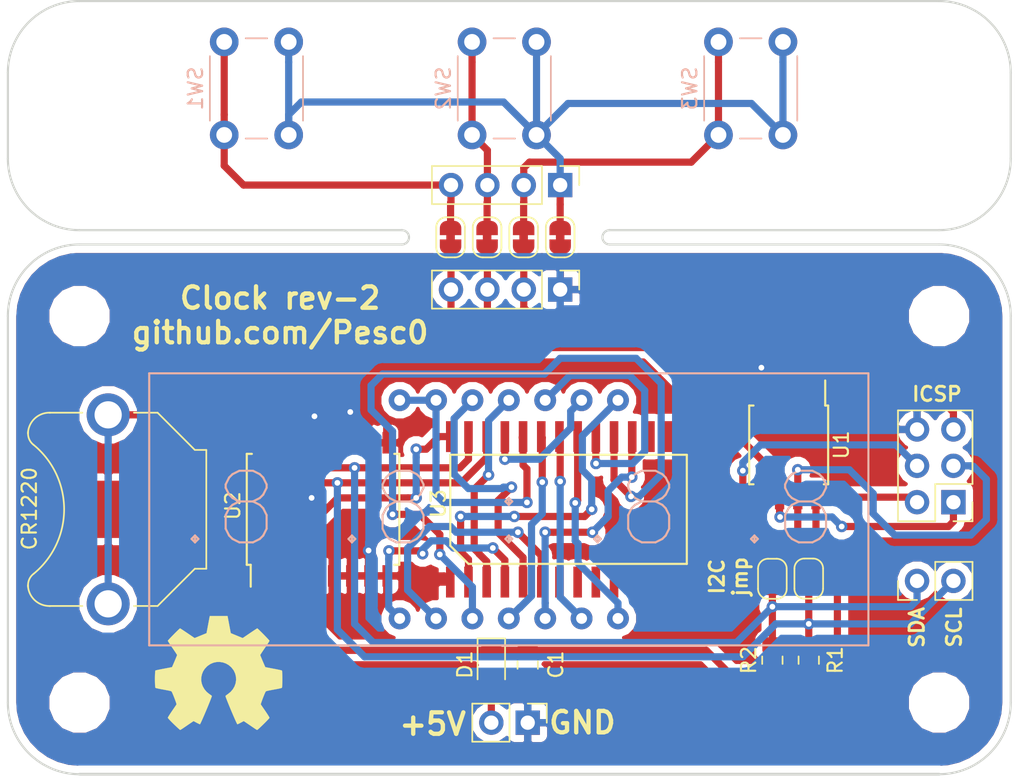
<source format=kicad_pcb>
(kicad_pcb (version 20171130) (host pcbnew "(5.0.2)-1")

  (general
    (thickness 1.6)
    (drawings 27)
    (tracks 387)
    (zones 0)
    (modules 30)
    (nets 44)
  )

  (page A4)
  (layers
    (0 F.Cu signal)
    (31 B.Cu signal)
    (32 B.Adhes user hide)
    (33 F.Adhes user)
    (34 B.Paste user hide)
    (35 F.Paste user hide)
    (36 B.SilkS user)
    (37 F.SilkS user)
    (38 B.Mask user hide)
    (39 F.Mask user)
    (40 Dwgs.User user hide)
    (41 Cmts.User user hide)
    (42 Eco1.User user hide)
    (43 Eco2.User user hide)
    (44 Edge.Cuts user)
    (45 Margin user hide)
    (46 B.CrtYd user hide)
    (47 F.CrtYd user hide)
    (48 B.Fab user hide)
    (49 F.Fab user hide)
  )

  (setup
    (last_trace_width 0.5)
    (trace_clearance 0.3)
    (zone_clearance 0.508)
    (zone_45_only no)
    (trace_min 0.5)
    (segment_width 0.2)
    (edge_width 0.15)
    (via_size 0.8)
    (via_drill 0.4)
    (via_min_size 0.4)
    (via_min_drill 0.3)
    (uvia_size 0.3)
    (uvia_drill 0.1)
    (uvias_allowed no)
    (uvia_min_size 0.2)
    (uvia_min_drill 0.1)
    (pcb_text_width 0.3)
    (pcb_text_size 1.5 1.5)
    (mod_edge_width 0.15)
    (mod_text_size 1 1)
    (mod_text_width 0.15)
    (pad_size 1.7 1.7)
    (pad_drill 1)
    (pad_to_mask_clearance 0.051)
    (solder_mask_min_width 0.25)
    (aux_axis_origin 0 0)
    (visible_elements 7FFFFFFF)
    (pcbplotparams
      (layerselection 0x010f0_ffffffff)
      (usegerberextensions false)
      (usegerberattributes false)
      (usegerberadvancedattributes false)
      (creategerberjobfile false)
      (excludeedgelayer true)
      (linewidth 0.100000)
      (plotframeref false)
      (viasonmask false)
      (mode 1)
      (useauxorigin false)
      (hpglpennumber 1)
      (hpglpenspeed 20)
      (hpglpendiameter 15.000000)
      (psnegative false)
      (psa4output false)
      (plotreference true)
      (plotvalue true)
      (plotinvisibletext false)
      (padsonsilk false)
      (subtractmaskfromsilk false)
      (outputformat 1)
      (mirror false)
      (drillshape 0)
      (scaleselection 1)
      (outputdirectory "gerber"))
  )

  (net 0 "")
  (net 1 +5V)
  (net 2 GND)
  (net 3 "Net-(CR1220-Pad1)")
  (net 4 "Net-(D1-Pad2)")
  (net 5 SDA)
  (net 6 SCL)
  (net 7 "Net-(J3-Pad1)")
  (net 8 "Net-(J3-Pad3)")
  (net 9 "Net-(J3-Pad4)")
  (net 10 "Net-(J3-Pad5)")
  (net 11 "Net-(U2-Pad1)")
  (net 12 "Net-(U2-Pad3)")
  (net 13 "Net-(U2-Pad4)")
  (net 14 LED_COM1)
  (net 15 LED_COM2)
  (net 16 LED_COM_DOT)
  (net 17 LED_COM3)
  (net 18 LED_COM4)
  (net 19 "Net-(U3-Pad7)")
  (net 20 "Net-(U3-Pad8)")
  (net 21 "Net-(U3-Pad9)")
  (net 22 "Net-(U3-Pad10)")
  (net 23 "Net-(U3-Pad11)")
  (net 24 "Net-(U3-Pad12)")
  (net 25 "Net-(U3-Pad13)")
  (net 26 "Net-(U3-Pad14)")
  (net 27 "Net-(U3-Pad15)")
  (net 28 "Net-(U3-Pad16)")
  (net 29 "Net-(U3-Pad17)")
  (net 30 DP)
  (net 31 G)
  (net 32 F)
  (net 33 E)
  (net 34 D)
  (net 35 C)
  (net 36 B)
  (net 37 A)
  (net 38 "Net-(J4-Pad1)")
  (net 39 "Net-(J4-Pad2)")
  (net 40 "Net-(J4-Pad3)")
  (net 41 "Net-(J4-Pad4)")
  (net 42 "Net-(J5-Pad3)")
  (net 43 "Net-(J5-Pad2)")

  (net_class Default "Questo è il gruppo di collegamenti predefinito"
    (clearance 0.3)
    (trace_width 0.5)
    (via_dia 0.8)
    (via_drill 0.4)
    (uvia_dia 0.3)
    (uvia_drill 0.1)
    (diff_pair_gap 0.25)
    (diff_pair_width 0.5)
    (add_net +5V)
    (add_net A)
    (add_net B)
    (add_net C)
    (add_net D)
    (add_net DP)
    (add_net E)
    (add_net F)
    (add_net G)
    (add_net GND)
    (add_net LED_COM1)
    (add_net LED_COM2)
    (add_net LED_COM3)
    (add_net LED_COM4)
    (add_net LED_COM_DOT)
    (add_net "Net-(CR1220-Pad1)")
    (add_net "Net-(D1-Pad2)")
    (add_net "Net-(J3-Pad1)")
    (add_net "Net-(J3-Pad3)")
    (add_net "Net-(J3-Pad4)")
    (add_net "Net-(J3-Pad5)")
    (add_net "Net-(J4-Pad1)")
    (add_net "Net-(J4-Pad2)")
    (add_net "Net-(J4-Pad3)")
    (add_net "Net-(J4-Pad4)")
    (add_net "Net-(J5-Pad2)")
    (add_net "Net-(J5-Pad3)")
    (add_net "Net-(U2-Pad1)")
    (add_net "Net-(U2-Pad3)")
    (add_net "Net-(U2-Pad4)")
    (add_net "Net-(U3-Pad10)")
    (add_net "Net-(U3-Pad11)")
    (add_net "Net-(U3-Pad12)")
    (add_net "Net-(U3-Pad13)")
    (add_net "Net-(U3-Pad14)")
    (add_net "Net-(U3-Pad15)")
    (add_net "Net-(U3-Pad16)")
    (add_net "Net-(U3-Pad17)")
    (add_net "Net-(U3-Pad7)")
    (add_net "Net-(U3-Pad8)")
    (add_net "Net-(U3-Pad9)")
    (add_net SCL)
    (add_net SDA)
  )

  (module display7seg:7segment (layer B.Cu) (tedit 5E0D09D6) (tstamp 5E55726E)
    (at 138.965 76.5 180)
    (path /5E064DC8)
    (fp_text reference U4 (at 0 -5.08 180) (layer Eco1.User)
      (effects (font (size 1 1) (thickness 0.15)))
    )
    (fp_text value KW4-56NCWB-P-Y (at 0 3.81 180) (layer B.Fab)
      (effects (font (size 1 1) (thickness 0.15)) (justify mirror))
    )
    (fp_line (start -25.1 9.5) (end -25.1 -9.5) (layer B.SilkS) (width 0.15))
    (fp_line (start 25.1 -9.5) (end 25.1 9.5) (layer B.SilkS) (width 0.15))
    (fp_line (start -25.1 -9.5) (end 25.1 -9.5) (layer B.SilkS) (width 0.15))
    (fp_line (start -25.1 9.5) (end 25.1 9.5) (layer B.SilkS) (width 0.15))
    (fp_text user "8. 8. : 8. 8." (at 0 0 180) (layer B.SilkS)
      (effects (font (size 5 5) (thickness 0.15)) (justify mirror))
    )
    (pad 14 thru_hole circle (at -7.62 7.62 180) (size 1.524 1.524) (drill 0.762) (layers *.Cu *.Mask)
      (net 14 LED_COM1))
    (pad 13 thru_hole circle (at -5.08 7.62 180) (size 1.524 1.524) (drill 0.762) (layers *.Cu *.Mask)
      (net 37 A))
    (pad 12 thru_hole circle (at -2.54 7.62 180) (size 1.524 1.524) (drill 0.762) (layers *.Cu *.Mask)
      (net 32 F))
    (pad 11 thru_hole circle (at 0 7.62 180) (size 1.524 1.524) (drill 0.762) (layers *.Cu *.Mask)
      (net 15 LED_COM2))
    (pad 10 thru_hole circle (at 2.54 7.62 180) (size 1.524 1.524) (drill 0.762) (layers *.Cu *.Mask)
      (net 17 LED_COM3))
    (pad 9 thru_hole circle (at 5.08 7.62 180) (size 1.524 1.524) (drill 0.762) (layers *.Cu *.Mask)
      (net 36 B))
    (pad 8 thru_hole circle (at 7.62 7.62 180) (size 1.524 1.524) (drill 0.762) (layers *.Cu *.Mask)
      (net 36 B))
    (pad 7 thru_hole circle (at 7.62 -7.62 180) (size 1.524 1.524) (drill 0.762) (layers *.Cu *.Mask)
      (net 16 LED_COM_DOT))
    (pad 6 thru_hole circle (at 5.08 -7.62 180) (size 1.524 1.524) (drill 0.762) (layers *.Cu *.Mask)
      (net 18 LED_COM4))
    (pad 5 thru_hole circle (at 2.54 -7.62 180) (size 1.524 1.524) (drill 0.762) (layers *.Cu *.Mask)
      (net 31 G))
    (pad 4 thru_hole circle (at 0 -7.62 180) (size 1.524 1.524) (drill 0.762) (layers *.Cu *.Mask)
      (net 35 C))
    (pad 3 thru_hole circle (at -2.54 -7.62 180) (size 1.524 1.524) (drill 0.762) (layers *.Cu *.Mask)
      (net 30 DP))
    (pad 2 thru_hole circle (at -5.08 -7.62 180) (size 1.524 1.524) (drill 0.762) (layers *.Cu *.Mask)
      (net 34 D))
    (pad 1 thru_hole circle (at -7.62 -7.62 180) (size 1.524 1.524) (drill 0.762) (layers *.Cu *.Mask)
      (net 33 E))
  )

  (module Connector_PinHeader_2.54mm:PinHeader_1x02_P2.54mm_Vertical (layer F.Cu) (tedit 5E0D0ABA) (tstamp 5E555DE9)
    (at 167.46 81.5 90)
    (descr "Through hole straight pin header, 1x02, 2.54mm pitch, single row")
    (tags "Through hole pin header THT 1x02 2.54mm single row")
    (path /5E0988FA)
    (fp_text reference J2 (at 0 -2.33 90) (layer Eco1.User)
      (effects (font (size 1 1) (thickness 0.15)))
    )
    (fp_text value I2C_conn (at 0 4.87 90) (layer F.Fab)
      (effects (font (size 1 1) (thickness 0.15)))
    )
    (fp_line (start -0.635 -1.27) (end 1.27 -1.27) (layer F.Fab) (width 0.1))
    (fp_line (start 1.27 -1.27) (end 1.27 3.81) (layer F.Fab) (width 0.1))
    (fp_line (start 1.27 3.81) (end -1.27 3.81) (layer F.Fab) (width 0.1))
    (fp_line (start -1.27 3.81) (end -1.27 -0.635) (layer F.Fab) (width 0.1))
    (fp_line (start -1.27 -0.635) (end -0.635 -1.27) (layer F.Fab) (width 0.1))
    (fp_line (start -1.33 3.87) (end 1.33 3.87) (layer F.SilkS) (width 0.12))
    (fp_line (start -1.33 1.27) (end -1.33 3.87) (layer F.SilkS) (width 0.12))
    (fp_line (start 1.33 1.27) (end 1.33 3.87) (layer F.SilkS) (width 0.12))
    (fp_line (start -1.33 1.27) (end 1.33 1.27) (layer F.SilkS) (width 0.12))
    (fp_line (start -1.33 0) (end -1.33 -1.33) (layer F.SilkS) (width 0.12))
    (fp_line (start -1.33 -1.33) (end 0 -1.33) (layer F.SilkS) (width 0.12))
    (fp_line (start -1.8 -1.8) (end -1.8 4.35) (layer F.CrtYd) (width 0.05))
    (fp_line (start -1.8 4.35) (end 1.8 4.35) (layer F.CrtYd) (width 0.05))
    (fp_line (start 1.8 4.35) (end 1.8 -1.8) (layer F.CrtYd) (width 0.05))
    (fp_line (start 1.8 -1.8) (end -1.8 -1.8) (layer F.CrtYd) (width 0.05))
    (fp_text user %R (at 0 1.27 180) (layer F.Fab)
      (effects (font (size 1 1) (thickness 0.15)))
    )
    (pad 1 thru_hole circle (at 0 0 90) (size 1.7 1.7) (drill 1) (layers *.Cu *.Mask)
      (net 5 SDA))
    (pad 2 thru_hole oval (at 0 2.54 90) (size 1.7 1.7) (drill 1) (layers *.Cu *.Mask)
      (net 6 SCL))
  )

  (module Capacitor_SMD:C_0805_2012Metric_Pad1.15x1.40mm_HandSolder (layer F.Cu) (tedit 5B36C52B) (tstamp 5E555E59)
    (at 140.285 87.375 270)
    (descr "Capacitor SMD 0805 (2012 Metric), square (rectangular) end terminal, IPC_7351 nominal with elongated pad for handsoldering. (Body size source: https://docs.google.com/spreadsheets/d/1BsfQQcO9C6DZCsRaXUlFlo91Tg2WpOkGARC1WS5S8t0/edit?usp=sharing), generated with kicad-footprint-generator")
    (tags "capacitor handsolder")
    (path /5E0828A1)
    (attr smd)
    (fp_text reference C1 (at -0.025 -1.965 270) (layer F.SilkS)
      (effects (font (size 1 1) (thickness 0.15)))
    )
    (fp_text value 10uF (at 0 1.65 270) (layer F.Fab)
      (effects (font (size 1 1) (thickness 0.15)))
    )
    (fp_line (start -1 0.6) (end -1 -0.6) (layer F.Fab) (width 0.1))
    (fp_line (start -1 -0.6) (end 1 -0.6) (layer F.Fab) (width 0.1))
    (fp_line (start 1 -0.6) (end 1 0.6) (layer F.Fab) (width 0.1))
    (fp_line (start 1 0.6) (end -1 0.6) (layer F.Fab) (width 0.1))
    (fp_line (start -0.261252 -0.71) (end 0.261252 -0.71) (layer F.SilkS) (width 0.12))
    (fp_line (start -0.261252 0.71) (end 0.261252 0.71) (layer F.SilkS) (width 0.12))
    (fp_line (start -1.85 0.95) (end -1.85 -0.95) (layer F.CrtYd) (width 0.05))
    (fp_line (start -1.85 -0.95) (end 1.85 -0.95) (layer F.CrtYd) (width 0.05))
    (fp_line (start 1.85 -0.95) (end 1.85 0.95) (layer F.CrtYd) (width 0.05))
    (fp_line (start 1.85 0.95) (end -1.85 0.95) (layer F.CrtYd) (width 0.05))
    (fp_text user %R (at 0 0 270) (layer F.Fab)
      (effects (font (size 0.5 0.5) (thickness 0.08)))
    )
    (pad 1 smd roundrect (at -1.025 0 270) (size 1.15 1.4) (layers F.Cu F.Paste F.Mask) (roundrect_rratio 0.217391)
      (net 1 +5V))
    (pad 2 smd roundrect (at 1.025 0 270) (size 1.15 1.4) (layers F.Cu F.Paste F.Mask) (roundrect_rratio 0.217391)
      (net 2 GND))
    (model ${KISYS3DMOD}/Capacitor_SMD.3dshapes/C_0805_2012Metric.wrl
      (at (xyz 0 0 0))
      (scale (xyz 1 1 1))
      (rotate (xyz 0 0 0))
    )
  )

  (module Battery:BatteryHolder_Keystone_3001_1x12mm (layer F.Cu) (tedit 58972363) (tstamp 5E490109)
    (at 111 76.5 270)
    (descr http://www.keyelco.com/product-pdf.cfm?p=778)
    (tags "Keystone type 3001 coin cell retainer")
    (path /5E0656B3)
    (fp_text reference CR1220 (at -0.05 5.5 270) (layer F.SilkS)
      (effects (font (size 1 1) (thickness 0.15)))
    )
    (fp_text value Battery_Cell (at 0 7.5 270) (layer F.Fab)
      (effects (font (size 1 1) (thickness 0.15)))
    )
    (fp_text user %R (at 0 0 270) (layer F.Fab)
      (effects (font (size 1 1) (thickness 0.15)))
    )
    (fp_arc (start 0 0) (end 0 6.75) (angle 36.6) (layer F.CrtYd) (width 0.05))
    (fp_arc (start 0.11 9.15) (end 4.22 5.65) (angle -3.1) (layer F.CrtYd) (width 0.05))
    (fp_arc (start 0.11 9.15) (end -4.22 5.65) (angle 3.1) (layer F.CrtYd) (width 0.05))
    (fp_arc (start 0 0) (end 0 6.75) (angle -36.6) (layer F.CrtYd) (width 0.05))
    (fp_arc (start 5.25 4.1) (end 5.3 6.1) (angle -90) (layer F.CrtYd) (width 0.05))
    (fp_arc (start 5.29 4.6) (end 4.22 5.65) (angle -54.1) (layer F.CrtYd) (width 0.05))
    (fp_arc (start -5.29 4.6) (end -4.22 5.65) (angle 54.1) (layer F.CrtYd) (width 0.05))
    (fp_arc (start 6.6 0) (end 7.25 1.95) (angle -143) (layer F.CrtYd) (width 0.05))
    (fp_arc (start -6.6 0) (end -7.25 1.95) (angle 143) (layer F.CrtYd) (width 0.05))
    (fp_circle (center 0 0) (end 0 6.25) (layer Dwgs.User) (width 0.15))
    (fp_arc (start 5.29 4.6) (end 4.5 5.2) (angle -60) (layer F.SilkS) (width 0.12))
    (fp_arc (start -5.29 4.6) (end -4.5 5.2) (angle 60) (layer F.SilkS) (width 0.12))
    (fp_arc (start 0 8.9) (end -4.5 5.2) (angle 101) (layer F.SilkS) (width 0.12))
    (fp_arc (start 5.29 4.6) (end 4.6 5.1) (angle -60) (layer F.Fab) (width 0.1))
    (fp_arc (start -5.29 4.6) (end -4.6 5.1) (angle 60) (layer F.Fab) (width 0.1))
    (fp_arc (start 0 8.9) (end -4.6 5.1) (angle 101) (layer F.Fab) (width 0.1))
    (fp_arc (start 5.25 4.1) (end 5.3 5.6) (angle -90) (layer F.SilkS) (width 0.12))
    (fp_arc (start -5.25 4.1) (end -5.3 5.6) (angle 90) (layer F.SilkS) (width 0.12))
    (fp_arc (start -5.25 4.1) (end -5.3 6.1) (angle 90) (layer F.CrtYd) (width 0.05))
    (fp_line (start -7.25 1.95) (end -7.25 4.1) (layer F.CrtYd) (width 0.05))
    (fp_line (start 7.25 1.95) (end 7.25 4.1) (layer F.CrtYd) (width 0.05))
    (fp_line (start 6.75 1.8) (end 6.75 4.1) (layer F.SilkS) (width 0.12))
    (fp_line (start -6.75 1.8) (end -6.75 4.1) (layer F.SilkS) (width 0.12))
    (fp_arc (start 5.25 4.1) (end 5.3 5.45) (angle -90) (layer F.Fab) (width 0.1))
    (fp_line (start 7.25 -1.95) (end 7.25 -3.8) (layer F.CrtYd) (width 0.05))
    (fp_line (start 7.25 -3.8) (end 4.65 -6.4) (layer F.CrtYd) (width 0.05))
    (fp_line (start 4.65 -6.4) (end 4.65 -7.35) (layer F.CrtYd) (width 0.05))
    (fp_line (start -4.65 -7.35) (end 4.65 -7.35) (layer F.CrtYd) (width 0.05))
    (fp_line (start -4.65 -6.4) (end -4.65 -7.35) (layer F.CrtYd) (width 0.05))
    (fp_line (start -7.25 -3.8) (end -4.65 -6.4) (layer F.CrtYd) (width 0.05))
    (fp_line (start -7.25 -1.95) (end -7.25 -3.8) (layer F.CrtYd) (width 0.05))
    (fp_line (start -6.75 -1.8) (end -6.75 -3.45) (layer F.SilkS) (width 0.12))
    (fp_line (start -6.75 -3.45) (end -4.15 -6.05) (layer F.SilkS) (width 0.12))
    (fp_line (start -4.15 -6.05) (end -4.15 -6.85) (layer F.SilkS) (width 0.12))
    (fp_line (start -4.15 -6.85) (end 4.15 -6.85) (layer F.SilkS) (width 0.12))
    (fp_line (start 4.15 -6.85) (end 4.15 -6.05) (layer F.SilkS) (width 0.12))
    (fp_line (start 4.15 -6.05) (end 6.75 -3.45) (layer F.SilkS) (width 0.12))
    (fp_line (start 6.75 -3.45) (end 6.75 -1.8) (layer F.SilkS) (width 0.12))
    (fp_arc (start -5.25 4.1) (end -5.3 5.45) (angle 90) (layer F.Fab) (width 0.1))
    (fp_line (start 6.6 -3.4) (end 6.6 4.1) (layer F.Fab) (width 0.1))
    (fp_line (start -6.6 -3.4) (end -6.6 4.1) (layer F.Fab) (width 0.1))
    (fp_line (start 4 -6) (end 6.6 -3.4) (layer F.Fab) (width 0.1))
    (fp_line (start -4 -6) (end -6.6 -3.4) (layer F.Fab) (width 0.1))
    (fp_line (start 4 -6.7) (end 4 -6) (layer F.Fab) (width 0.1))
    (fp_line (start -4 -6.7) (end -4 -6) (layer F.Fab) (width 0.1))
    (fp_line (start -4 -6.7) (end 4 -6.7) (layer F.Fab) (width 0.1))
    (pad 1 thru_hole circle (at -6.6 0 270) (size 3 3) (drill 1.9) (layers *.Cu *.Mask)
      (net 3 "Net-(CR1220-Pad1)"))
    (pad 1 thru_hole circle (at 6.6 0 270) (size 3 3) (drill 1.9) (layers *.Cu *.Mask)
      (net 3 "Net-(CR1220-Pad1)"))
    (pad 2 smd rect (at 0 0 270) (size 4 4) (layers F.Cu F.Mask)
      (net 2 GND))
    (model ${KISYS3DMOD}/Battery.3dshapes/BatteryHolder_Keystone_3001_1x12mm.wrl
      (at (xyz 0 0 0))
      (scale (xyz 1 1 1))
      (rotate (xyz 0 0 0))
    )
  )

  (module Diode_SMD:D_0805_2012Metric_Pad1.15x1.40mm_HandSolder (layer F.Cu) (tedit 5B4B45C8) (tstamp 5E555E25)
    (at 137.745 87.375 270)
    (descr "Diode SMD 0805 (2012 Metric), square (rectangular) end terminal, IPC_7351 nominal, (Body size source: https://docs.google.com/spreadsheets/d/1BsfQQcO9C6DZCsRaXUlFlo91Tg2WpOkGARC1WS5S8t0/edit?usp=sharing), generated with kicad-footprint-generator")
    (tags "diode handsolder")
    (path /5E097D8A)
    (attr smd)
    (fp_text reference D1 (at -0.025 1.845 270) (layer F.SilkS)
      (effects (font (size 1 1) (thickness 0.15)))
    )
    (fp_text value D (at 0 1.65 270) (layer F.Fab)
      (effects (font (size 1 1) (thickness 0.15)))
    )
    (fp_text user %R (at 0 0 270) (layer F.Fab)
      (effects (font (size 0.5 0.5) (thickness 0.08)))
    )
    (fp_line (start 1.85 0.95) (end -1.85 0.95) (layer F.CrtYd) (width 0.05))
    (fp_line (start 1.85 -0.95) (end 1.85 0.95) (layer F.CrtYd) (width 0.05))
    (fp_line (start -1.85 -0.95) (end 1.85 -0.95) (layer F.CrtYd) (width 0.05))
    (fp_line (start -1.85 0.95) (end -1.85 -0.95) (layer F.CrtYd) (width 0.05))
    (fp_line (start -1.86 0.96) (end 1 0.96) (layer F.SilkS) (width 0.12))
    (fp_line (start -1.86 -0.96) (end -1.86 0.96) (layer F.SilkS) (width 0.12))
    (fp_line (start 1 -0.96) (end -1.86 -0.96) (layer F.SilkS) (width 0.12))
    (fp_line (start 1 0.6) (end 1 -0.6) (layer F.Fab) (width 0.1))
    (fp_line (start -1 0.6) (end 1 0.6) (layer F.Fab) (width 0.1))
    (fp_line (start -1 -0.3) (end -1 0.6) (layer F.Fab) (width 0.1))
    (fp_line (start -0.7 -0.6) (end -1 -0.3) (layer F.Fab) (width 0.1))
    (fp_line (start 1 -0.6) (end -0.7 -0.6) (layer F.Fab) (width 0.1))
    (pad 2 smd roundrect (at 1.025 0 270) (size 1.15 1.4) (layers F.Cu F.Paste F.Mask) (roundrect_rratio 0.217391)
      (net 4 "Net-(D1-Pad2)"))
    (pad 1 smd roundrect (at -1.025 0 270) (size 1.15 1.4) (layers F.Cu F.Paste F.Mask) (roundrect_rratio 0.217391)
      (net 1 +5V))
    (model ${KISYS3DMOD}/Diode_SMD.3dshapes/D_0805_2012Metric.wrl
      (at (xyz 0 0 0))
      (scale (xyz 1 1 1))
      (rotate (xyz 0 0 0))
    )
  )

  (module Connector_PinHeader_2.54mm:PinHeader_1x02_P2.54mm_Vertical (layer F.Cu) (tedit 5E0D0991) (tstamp 5E19AEEC)
    (at 140.285 91.4 270)
    (descr "Through hole straight pin header, 1x02, 2.54mm pitch, single row")
    (tags "Through hole pin header THT 1x02 2.54mm single row")
    (path /5E098AA7)
    (fp_text reference J1 (at 0 -2.465 270) (layer Eco1.User)
      (effects (font (size 1 1) (thickness 0.15)))
    )
    (fp_text value PWR_conn (at 0 4.87 270) (layer F.Fab)
      (effects (font (size 1 1) (thickness 0.15)))
    )
    (fp_line (start -0.635 -1.27) (end 1.27 -1.27) (layer F.Fab) (width 0.1))
    (fp_line (start 1.27 -1.27) (end 1.27 3.81) (layer F.Fab) (width 0.1))
    (fp_line (start 1.27 3.81) (end -1.27 3.81) (layer F.Fab) (width 0.1))
    (fp_line (start -1.27 3.81) (end -1.27 -0.635) (layer F.Fab) (width 0.1))
    (fp_line (start -1.27 -0.635) (end -0.635 -1.27) (layer F.Fab) (width 0.1))
    (fp_line (start -1.33 3.87) (end 1.33 3.87) (layer F.SilkS) (width 0.12))
    (fp_line (start -1.33 1.27) (end -1.33 3.87) (layer F.SilkS) (width 0.12))
    (fp_line (start 1.33 1.27) (end 1.33 3.87) (layer F.SilkS) (width 0.12))
    (fp_line (start -1.33 1.27) (end 1.33 1.27) (layer F.SilkS) (width 0.12))
    (fp_line (start -1.33 0) (end -1.33 -1.33) (layer F.SilkS) (width 0.12))
    (fp_line (start -1.33 -1.33) (end 0 -1.33) (layer F.SilkS) (width 0.12))
    (fp_line (start -1.8 -1.8) (end -1.8 4.35) (layer F.CrtYd) (width 0.05))
    (fp_line (start -1.8 4.35) (end 1.8 4.35) (layer F.CrtYd) (width 0.05))
    (fp_line (start 1.8 4.35) (end 1.8 -1.8) (layer F.CrtYd) (width 0.05))
    (fp_line (start 1.8 -1.8) (end -1.8 -1.8) (layer F.CrtYd) (width 0.05))
    (fp_text user %R (at 0 1.27) (layer F.Fab)
      (effects (font (size 1 1) (thickness 0.15)))
    )
    (pad 1 thru_hole rect (at 0 0 270) (size 1.7 1.7) (drill 1) (layers *.Cu *.Mask)
      (net 2 GND))
    (pad 2 thru_hole oval (at 0 2.54 270) (size 1.7 1.7) (drill 1) (layers *.Cu *.Mask)
      (net 4 "Net-(D1-Pad2)"))
  )

  (module Connector_PinHeader_2.54mm:PinHeader_2x03_P2.54mm_Vertical (layer F.Cu) (tedit 5E0D09A2) (tstamp 5E555D5F)
    (at 170 76 180)
    (descr "Through hole straight pin header, 2x03, 2.54mm pitch, double rows")
    (tags "Through hole pin header THT 2x03 2.54mm double row")
    (path /5E0970D0)
    (fp_text reference J3 (at -2.25 2.85 270) (layer Eco1.User)
      (effects (font (size 1 1) (thickness 0.15)))
    )
    (fp_text value AVR-ISP-6 (at 1.27 7.41 180) (layer F.Fab)
      (effects (font (size 1 1) (thickness 0.15)))
    )
    (fp_line (start 0 -1.27) (end 3.81 -1.27) (layer F.Fab) (width 0.1))
    (fp_line (start 3.81 -1.27) (end 3.81 6.35) (layer F.Fab) (width 0.1))
    (fp_line (start 3.81 6.35) (end -1.27 6.35) (layer F.Fab) (width 0.1))
    (fp_line (start -1.27 6.35) (end -1.27 0) (layer F.Fab) (width 0.1))
    (fp_line (start -1.27 0) (end 0 -1.27) (layer F.Fab) (width 0.1))
    (fp_line (start -1.33 6.41) (end 3.87 6.41) (layer F.SilkS) (width 0.12))
    (fp_line (start -1.33 1.27) (end -1.33 6.41) (layer F.SilkS) (width 0.12))
    (fp_line (start 3.87 -1.33) (end 3.87 6.41) (layer F.SilkS) (width 0.12))
    (fp_line (start -1.33 1.27) (end 1.27 1.27) (layer F.SilkS) (width 0.12))
    (fp_line (start 1.27 1.27) (end 1.27 -1.33) (layer F.SilkS) (width 0.12))
    (fp_line (start 1.27 -1.33) (end 3.87 -1.33) (layer F.SilkS) (width 0.12))
    (fp_line (start -1.33 0) (end -1.33 -1.33) (layer F.SilkS) (width 0.12))
    (fp_line (start -1.33 -1.33) (end 0 -1.33) (layer F.SilkS) (width 0.12))
    (fp_line (start -1.8 -1.8) (end -1.8 6.85) (layer F.CrtYd) (width 0.05))
    (fp_line (start -1.8 6.85) (end 4.35 6.85) (layer F.CrtYd) (width 0.05))
    (fp_line (start 4.35 6.85) (end 4.35 -1.8) (layer F.CrtYd) (width 0.05))
    (fp_line (start 4.35 -1.8) (end -1.8 -1.8) (layer F.CrtYd) (width 0.05))
    (fp_text user %R (at 1.27 2.54 270) (layer F.Fab)
      (effects (font (size 1 1) (thickness 0.15)))
    )
    (pad 1 thru_hole rect (at 0 0 180) (size 1.7 1.7) (drill 1) (layers *.Cu *.Mask)
      (net 7 "Net-(J3-Pad1)"))
    (pad 2 thru_hole oval (at 2.54 0 180) (size 1.7 1.7) (drill 1) (layers *.Cu *.Mask)
      (net 1 +5V))
    (pad 3 thru_hole oval (at 0 2.54 180) (size 1.7 1.7) (drill 1) (layers *.Cu *.Mask)
      (net 8 "Net-(J3-Pad3)"))
    (pad 4 thru_hole oval (at 2.54 2.54 180) (size 1.7 1.7) (drill 1) (layers *.Cu *.Mask)
      (net 9 "Net-(J3-Pad4)"))
    (pad 5 thru_hole oval (at 0 5.08 180) (size 1.7 1.7) (drill 1) (layers *.Cu *.Mask)
      (net 10 "Net-(J3-Pad5)"))
    (pad 6 thru_hole oval (at 2.54 5.08 180) (size 1.7 1.7) (drill 1) (layers *.Cu *.Mask)
      (net 2 GND))
  )

  (module Connector_PinHeader_2.54mm:PinHeader_1x04_P2.54mm_Vertical (layer F.Cu) (tedit 5E0D0971) (tstamp 5E55A887)
    (at 142.55 53.85 270)
    (descr "Through hole straight pin header, 1x04, 2.54mm pitch, single row")
    (tags "Through hole pin header THT 1x04 2.54mm single row")
    (path /5E0BBC39)
    (fp_text reference J4 (at 0 -2.33 270) (layer Eco1.User)
      (effects (font (size 1 1) (thickness 0.15)))
    )
    (fp_text value Buttons_conn (at 0 9.95 270) (layer F.Fab)
      (effects (font (size 1 1) (thickness 0.15)))
    )
    (fp_line (start -0.635 -1.27) (end 1.27 -1.27) (layer F.Fab) (width 0.1))
    (fp_line (start 1.27 -1.27) (end 1.27 8.89) (layer F.Fab) (width 0.1))
    (fp_line (start 1.27 8.89) (end -1.27 8.89) (layer F.Fab) (width 0.1))
    (fp_line (start -1.27 8.89) (end -1.27 -0.635) (layer F.Fab) (width 0.1))
    (fp_line (start -1.27 -0.635) (end -0.635 -1.27) (layer F.Fab) (width 0.1))
    (fp_line (start -1.33 8.95) (end 1.33 8.95) (layer F.SilkS) (width 0.12))
    (fp_line (start -1.33 1.27) (end -1.33 8.95) (layer F.SilkS) (width 0.12))
    (fp_line (start 1.33 1.27) (end 1.33 8.95) (layer F.SilkS) (width 0.12))
    (fp_line (start -1.33 1.27) (end 1.33 1.27) (layer F.SilkS) (width 0.12))
    (fp_line (start -1.33 0) (end -1.33 -1.33) (layer F.SilkS) (width 0.12))
    (fp_line (start -1.33 -1.33) (end 0 -1.33) (layer F.SilkS) (width 0.12))
    (fp_line (start -1.8 -1.8) (end -1.8 9.4) (layer F.CrtYd) (width 0.05))
    (fp_line (start -1.8 9.4) (end 1.8 9.4) (layer F.CrtYd) (width 0.05))
    (fp_line (start 1.8 9.4) (end 1.8 -1.8) (layer F.CrtYd) (width 0.05))
    (fp_line (start 1.8 -1.8) (end -1.8 -1.8) (layer F.CrtYd) (width 0.05))
    (fp_text user %R (at 0 3.81) (layer F.Fab)
      (effects (font (size 1 1) (thickness 0.15)))
    )
    (pad 1 thru_hole rect (at 0 0 270) (size 1.7 1.7) (drill 1) (layers *.Cu *.Mask)
      (net 38 "Net-(J4-Pad1)"))
    (pad 2 thru_hole oval (at 0 2.54 270) (size 1.7 1.7) (drill 1) (layers *.Cu *.Mask)
      (net 39 "Net-(J4-Pad2)"))
    (pad 3 thru_hole oval (at 0 5.08 270) (size 1.7 1.7) (drill 1) (layers *.Cu *.Mask)
      (net 40 "Net-(J4-Pad3)"))
    (pad 4 thru_hole oval (at 0 7.62 270) (size 1.7 1.7) (drill 1) (layers *.Cu *.Mask)
      (net 41 "Net-(J4-Pad4)"))
  )

  (module Connector_PinHeader_2.54mm:PinHeader_1x04_P2.54mm_Vertical (layer F.Cu) (tedit 5E0D0975) (tstamp 5E199622)
    (at 142.55 61.15 270)
    (descr "Through hole straight pin header, 1x04, 2.54mm pitch, single row")
    (tags "Through hole pin header THT 1x04 2.54mm single row")
    (path /5E0B8CED)
    (fp_text reference J5 (at 0 -2.33 270) (layer Eco1.User)
      (effects (font (size 1 1) (thickness 0.15)))
    )
    (fp_text value Buttons_conn (at 0 9.95 270) (layer F.Fab)
      (effects (font (size 1 1) (thickness 0.15)))
    )
    (fp_text user %R (at 0 3.81) (layer F.Fab)
      (effects (font (size 1 1) (thickness 0.15)))
    )
    (fp_line (start 1.8 -1.8) (end -1.8 -1.8) (layer F.CrtYd) (width 0.05))
    (fp_line (start 1.8 9.4) (end 1.8 -1.8) (layer F.CrtYd) (width 0.05))
    (fp_line (start -1.8 9.4) (end 1.8 9.4) (layer F.CrtYd) (width 0.05))
    (fp_line (start -1.8 -1.8) (end -1.8 9.4) (layer F.CrtYd) (width 0.05))
    (fp_line (start -1.33 -1.33) (end 0 -1.33) (layer F.SilkS) (width 0.12))
    (fp_line (start -1.33 0) (end -1.33 -1.33) (layer F.SilkS) (width 0.12))
    (fp_line (start -1.33 1.27) (end 1.33 1.27) (layer F.SilkS) (width 0.12))
    (fp_line (start 1.33 1.27) (end 1.33 8.95) (layer F.SilkS) (width 0.12))
    (fp_line (start -1.33 1.27) (end -1.33 8.95) (layer F.SilkS) (width 0.12))
    (fp_line (start -1.33 8.95) (end 1.33 8.95) (layer F.SilkS) (width 0.12))
    (fp_line (start -1.27 -0.635) (end -0.635 -1.27) (layer F.Fab) (width 0.1))
    (fp_line (start -1.27 8.89) (end -1.27 -0.635) (layer F.Fab) (width 0.1))
    (fp_line (start 1.27 8.89) (end -1.27 8.89) (layer F.Fab) (width 0.1))
    (fp_line (start 1.27 -1.27) (end 1.27 8.89) (layer F.Fab) (width 0.1))
    (fp_line (start -0.635 -1.27) (end 1.27 -1.27) (layer F.Fab) (width 0.1))
    (pad 4 thru_hole oval (at 0 7.62 270) (size 1.7 1.7) (drill 1) (layers *.Cu *.Mask)
      (net 7 "Net-(J3-Pad1)"))
    (pad 3 thru_hole oval (at 0 5.08 270) (size 1.7 1.7) (drill 1) (layers *.Cu *.Mask)
      (net 42 "Net-(J5-Pad3)"))
    (pad 2 thru_hole oval (at 0 2.54 270) (size 1.7 1.7) (drill 1) (layers *.Cu *.Mask)
      (net 43 "Net-(J5-Pad2)"))
    (pad 1 thru_hole rect (at 0 0 270) (size 1.7 1.7) (drill 1) (layers *.Cu *.Mask)
      (net 2 GND))
  )

  (module Resistor_SMD:R_0805_2012Metric_Pad1.15x1.40mm_HandSolder (layer F.Cu) (tedit 5B36C52B) (tstamp 5E19AF47)
    (at 159.901644 87.03601 90)
    (descr "Resistor SMD 0805 (2012 Metric), square (rectangular) end terminal, IPC_7351 nominal with elongated pad for handsoldering. (Body size source: https://docs.google.com/spreadsheets/d/1BsfQQcO9C6DZCsRaXUlFlo91Tg2WpOkGARC1WS5S8t0/edit?usp=sharing), generated with kicad-footprint-generator")
    (tags "resistor handsolder")
    (path /5E066026)
    (attr smd)
    (fp_text reference R1 (at 0 1.848356 90) (layer F.SilkS)
      (effects (font (size 1 1) (thickness 0.15)))
    )
    (fp_text value 10k (at 0 1.65 90) (layer F.Fab)
      (effects (font (size 1 1) (thickness 0.15)))
    )
    (fp_text user %R (at 0 0 90) (layer F.Fab)
      (effects (font (size 0.5 0.5) (thickness 0.08)))
    )
    (fp_line (start 1.85 0.95) (end -1.85 0.95) (layer F.CrtYd) (width 0.05))
    (fp_line (start 1.85 -0.95) (end 1.85 0.95) (layer F.CrtYd) (width 0.05))
    (fp_line (start -1.85 -0.95) (end 1.85 -0.95) (layer F.CrtYd) (width 0.05))
    (fp_line (start -1.85 0.95) (end -1.85 -0.95) (layer F.CrtYd) (width 0.05))
    (fp_line (start -0.261252 0.71) (end 0.261252 0.71) (layer F.SilkS) (width 0.12))
    (fp_line (start -0.261252 -0.71) (end 0.261252 -0.71) (layer F.SilkS) (width 0.12))
    (fp_line (start 1 0.6) (end -1 0.6) (layer F.Fab) (width 0.1))
    (fp_line (start 1 -0.6) (end 1 0.6) (layer F.Fab) (width 0.1))
    (fp_line (start -1 -0.6) (end 1 -0.6) (layer F.Fab) (width 0.1))
    (fp_line (start -1 0.6) (end -1 -0.6) (layer F.Fab) (width 0.1))
    (pad 2 smd roundrect (at 1.025 0 90) (size 1.15 1.4) (layers F.Cu F.Paste F.Mask) (roundrect_rratio 0.217391)
      (net 6 SCL))
    (pad 1 smd roundrect (at -1.025 0 90) (size 1.15 1.4) (layers F.Cu F.Paste F.Mask) (roundrect_rratio 0.217391)
      (net 1 +5V))
    (model ${KISYS3DMOD}/Resistor_SMD.3dshapes/R_0805_2012Metric.wrl
      (at (xyz 0 0 0))
      (scale (xyz 1 1 1))
      (rotate (xyz 0 0 0))
    )
  )

  (module Resistor_SMD:R_0805_2012Metric_Pad1.15x1.40mm_HandSolder (layer F.Cu) (tedit 5B36C52B) (tstamp 5E559D0A)
    (at 157.361644 87.03601 90)
    (descr "Resistor SMD 0805 (2012 Metric), square (rectangular) end terminal, IPC_7351 nominal with elongated pad for handsoldering. (Body size source: https://docs.google.com/spreadsheets/d/1BsfQQcO9C6DZCsRaXUlFlo91Tg2WpOkGARC1WS5S8t0/edit?usp=sharing), generated with kicad-footprint-generator")
    (tags "resistor handsolder")
    (path /5E06601F)
    (attr smd)
    (fp_text reference R2 (at 0 -1.65 90) (layer F.SilkS)
      (effects (font (size 1 1) (thickness 0.15)))
    )
    (fp_text value 10k (at 0 1.65 90) (layer F.Fab)
      (effects (font (size 1 1) (thickness 0.15)))
    )
    (fp_text user %R (at 0 0 90) (layer F.Fab)
      (effects (font (size 0.5 0.5) (thickness 0.08)))
    )
    (fp_line (start 1.85 0.95) (end -1.85 0.95) (layer F.CrtYd) (width 0.05))
    (fp_line (start 1.85 -0.95) (end 1.85 0.95) (layer F.CrtYd) (width 0.05))
    (fp_line (start -1.85 -0.95) (end 1.85 -0.95) (layer F.CrtYd) (width 0.05))
    (fp_line (start -1.85 0.95) (end -1.85 -0.95) (layer F.CrtYd) (width 0.05))
    (fp_line (start -0.261252 0.71) (end 0.261252 0.71) (layer F.SilkS) (width 0.12))
    (fp_line (start -0.261252 -0.71) (end 0.261252 -0.71) (layer F.SilkS) (width 0.12))
    (fp_line (start 1 0.6) (end -1 0.6) (layer F.Fab) (width 0.1))
    (fp_line (start 1 -0.6) (end 1 0.6) (layer F.Fab) (width 0.1))
    (fp_line (start -1 -0.6) (end 1 -0.6) (layer F.Fab) (width 0.1))
    (fp_line (start -1 0.6) (end -1 -0.6) (layer F.Fab) (width 0.1))
    (pad 2 smd roundrect (at 1.025 0 90) (size 1.15 1.4) (layers F.Cu F.Paste F.Mask) (roundrect_rratio 0.217391)
      (net 5 SDA))
    (pad 1 smd roundrect (at -1.025 0 90) (size 1.15 1.4) (layers F.Cu F.Paste F.Mask) (roundrect_rratio 0.217391)
      (net 1 +5V))
    (model ${KISYS3DMOD}/Resistor_SMD.3dshapes/R_0805_2012Metric.wrl
      (at (xyz 0 0 0))
      (scale (xyz 1 1 1))
      (rotate (xyz 0 0 0))
    )
  )

  (module Button_Switch_THT:SW_PUSH_6mm (layer B.Cu) (tedit 5A02FE31) (tstamp 5E19B23C)
    (at 119.1 43.85 270)
    (descr https://www.omron.com/ecb/products/pdf/en-b3f.pdf)
    (tags "tact sw push 6mm")
    (path /5E08B3EE)
    (fp_text reference SW1 (at 3.25 2 270) (layer B.SilkS)
      (effects (font (size 1 1) (thickness 0.15)) (justify mirror))
    )
    (fp_text value SW_Push (at 3.75 -6.7 270) (layer B.Fab)
      (effects (font (size 1 1) (thickness 0.15)) (justify mirror))
    )
    (fp_circle (center 3.25 -2.25) (end 1.25 -2.5) (layer B.Fab) (width 0.1))
    (fp_line (start 6.75 -3) (end 6.75 -1.5) (layer B.SilkS) (width 0.12))
    (fp_line (start 5.5 1) (end 1 1) (layer B.SilkS) (width 0.12))
    (fp_line (start -0.25 -1.5) (end -0.25 -3) (layer B.SilkS) (width 0.12))
    (fp_line (start 1 -5.5) (end 5.5 -5.5) (layer B.SilkS) (width 0.12))
    (fp_line (start 8 1.25) (end 8 -5.75) (layer B.CrtYd) (width 0.05))
    (fp_line (start 7.75 -6) (end -1.25 -6) (layer B.CrtYd) (width 0.05))
    (fp_line (start -1.5 -5.75) (end -1.5 1.25) (layer B.CrtYd) (width 0.05))
    (fp_line (start -1.25 1.5) (end 7.75 1.5) (layer B.CrtYd) (width 0.05))
    (fp_line (start -1.5 -6) (end -1.25 -6) (layer B.CrtYd) (width 0.05))
    (fp_line (start -1.5 -5.75) (end -1.5 -6) (layer B.CrtYd) (width 0.05))
    (fp_line (start -1.5 1.5) (end -1.25 1.5) (layer B.CrtYd) (width 0.05))
    (fp_line (start -1.5 1.25) (end -1.5 1.5) (layer B.CrtYd) (width 0.05))
    (fp_line (start 8 1.5) (end 8 1.25) (layer B.CrtYd) (width 0.05))
    (fp_line (start 7.75 1.5) (end 8 1.5) (layer B.CrtYd) (width 0.05))
    (fp_line (start 8 -6) (end 8 -5.75) (layer B.CrtYd) (width 0.05))
    (fp_line (start 7.75 -6) (end 8 -6) (layer B.CrtYd) (width 0.05))
    (fp_line (start 0.25 0.75) (end 3.25 0.75) (layer B.Fab) (width 0.1))
    (fp_line (start 0.25 -5.25) (end 0.25 0.75) (layer B.Fab) (width 0.1))
    (fp_line (start 6.25 -5.25) (end 0.25 -5.25) (layer B.Fab) (width 0.1))
    (fp_line (start 6.25 0.75) (end 6.25 -5.25) (layer B.Fab) (width 0.1))
    (fp_line (start 3.25 0.75) (end 6.25 0.75) (layer B.Fab) (width 0.1))
    (fp_text user %R (at 3.25 -2.25 270) (layer B.Fab)
      (effects (font (size 1 1) (thickness 0.15)) (justify mirror))
    )
    (pad 1 thru_hole circle (at 6.5 0 180) (size 2 2) (drill 1.1) (layers *.Cu *.Mask)
      (net 41 "Net-(J4-Pad4)"))
    (pad 2 thru_hole circle (at 6.5 -4.5 180) (size 2 2) (drill 1.1) (layers *.Cu *.Mask)
      (net 38 "Net-(J4-Pad1)"))
    (pad 1 thru_hole circle (at 0 0 180) (size 2 2) (drill 1.1) (layers *.Cu *.Mask)
      (net 41 "Net-(J4-Pad4)"))
    (pad 2 thru_hole circle (at 0 -4.5 180) (size 2 2) (drill 1.1) (layers *.Cu *.Mask)
      (net 38 "Net-(J4-Pad1)"))
    (model ${KISYS3DMOD}/Button_Switch_THT.3dshapes/SW_PUSH_6mm.wrl
      (at (xyz 0 0 0))
      (scale (xyz 1 1 1))
      (rotate (xyz 0 0 0))
    )
  )

  (module Button_Switch_THT:SW_PUSH_6mm (layer B.Cu) (tedit 5A02FE31) (tstamp 5E61E24B)
    (at 136.4 43.85 270)
    (descr https://www.omron.com/ecb/products/pdf/en-b3f.pdf)
    (tags "tact sw push 6mm")
    (path /5E08B3A6)
    (fp_text reference SW2 (at 3.25 2 270) (layer B.SilkS)
      (effects (font (size 1 1) (thickness 0.15)) (justify mirror))
    )
    (fp_text value SW_Push (at 3.75 -6.7 270) (layer B.Fab)
      (effects (font (size 1 1) (thickness 0.15)) (justify mirror))
    )
    (fp_circle (center 3.25 -2.25) (end 1.25 -2.5) (layer B.Fab) (width 0.1))
    (fp_line (start 6.75 -3) (end 6.75 -1.5) (layer B.SilkS) (width 0.12))
    (fp_line (start 5.5 1) (end 1 1) (layer B.SilkS) (width 0.12))
    (fp_line (start -0.25 -1.5) (end -0.25 -3) (layer B.SilkS) (width 0.12))
    (fp_line (start 1 -5.5) (end 5.5 -5.5) (layer B.SilkS) (width 0.12))
    (fp_line (start 8 1.25) (end 8 -5.75) (layer B.CrtYd) (width 0.05))
    (fp_line (start 7.75 -6) (end -1.25 -6) (layer B.CrtYd) (width 0.05))
    (fp_line (start -1.5 -5.75) (end -1.5 1.25) (layer B.CrtYd) (width 0.05))
    (fp_line (start -1.25 1.5) (end 7.75 1.5) (layer B.CrtYd) (width 0.05))
    (fp_line (start -1.5 -6) (end -1.25 -6) (layer B.CrtYd) (width 0.05))
    (fp_line (start -1.5 -5.75) (end -1.5 -6) (layer B.CrtYd) (width 0.05))
    (fp_line (start -1.5 1.5) (end -1.25 1.5) (layer B.CrtYd) (width 0.05))
    (fp_line (start -1.5 1.25) (end -1.5 1.5) (layer B.CrtYd) (width 0.05))
    (fp_line (start 8 1.5) (end 8 1.25) (layer B.CrtYd) (width 0.05))
    (fp_line (start 7.75 1.5) (end 8 1.5) (layer B.CrtYd) (width 0.05))
    (fp_line (start 8 -6) (end 8 -5.75) (layer B.CrtYd) (width 0.05))
    (fp_line (start 7.75 -6) (end 8 -6) (layer B.CrtYd) (width 0.05))
    (fp_line (start 0.25 0.75) (end 3.25 0.75) (layer B.Fab) (width 0.1))
    (fp_line (start 0.25 -5.25) (end 0.25 0.75) (layer B.Fab) (width 0.1))
    (fp_line (start 6.25 -5.25) (end 0.25 -5.25) (layer B.Fab) (width 0.1))
    (fp_line (start 6.25 0.75) (end 6.25 -5.25) (layer B.Fab) (width 0.1))
    (fp_line (start 3.25 0.75) (end 6.25 0.75) (layer B.Fab) (width 0.1))
    (fp_text user %R (at 3.25 -2.25 270) (layer B.Fab)
      (effects (font (size 1 1) (thickness 0.15)) (justify mirror))
    )
    (pad 1 thru_hole circle (at 6.5 0 180) (size 2 2) (drill 1.1) (layers *.Cu *.Mask)
      (net 40 "Net-(J4-Pad3)"))
    (pad 2 thru_hole circle (at 6.5 -4.5 180) (size 2 2) (drill 1.1) (layers *.Cu *.Mask)
      (net 38 "Net-(J4-Pad1)"))
    (pad 1 thru_hole circle (at 0 0 180) (size 2 2) (drill 1.1) (layers *.Cu *.Mask)
      (net 40 "Net-(J4-Pad3)"))
    (pad 2 thru_hole circle (at 0 -4.5 180) (size 2 2) (drill 1.1) (layers *.Cu *.Mask)
      (net 38 "Net-(J4-Pad1)"))
    (model ${KISYS3DMOD}/Button_Switch_THT.3dshapes/SW_PUSH_6mm.wrl
      (at (xyz 0 0 0))
      (scale (xyz 1 1 1))
      (rotate (xyz 0 0 0))
    )
  )

  (module Button_Switch_THT:SW_PUSH_6mm (layer B.Cu) (tedit 5A02FE31) (tstamp 5E61E1F1)
    (at 153.6 43.85 270)
    (descr https://www.omron.com/ecb/products/pdf/en-b3f.pdf)
    (tags "tact sw push 6mm")
    (path /5E08A25C)
    (fp_text reference SW3 (at 3.25 2 270) (layer B.SilkS)
      (effects (font (size 1 1) (thickness 0.15)) (justify mirror))
    )
    (fp_text value SW_Push (at 3.75 -6.7 270) (layer B.Fab)
      (effects (font (size 1 1) (thickness 0.15)) (justify mirror))
    )
    (fp_circle (center 3.25 -2.25) (end 1.25 -2.5) (layer B.Fab) (width 0.1))
    (fp_line (start 6.75 -3) (end 6.75 -1.5) (layer B.SilkS) (width 0.12))
    (fp_line (start 5.5 1) (end 1 1) (layer B.SilkS) (width 0.12))
    (fp_line (start -0.25 -1.5) (end -0.25 -3) (layer B.SilkS) (width 0.12))
    (fp_line (start 1 -5.5) (end 5.5 -5.5) (layer B.SilkS) (width 0.12))
    (fp_line (start 8 1.25) (end 8 -5.75) (layer B.CrtYd) (width 0.05))
    (fp_line (start 7.75 -6) (end -1.25 -6) (layer B.CrtYd) (width 0.05))
    (fp_line (start -1.5 -5.75) (end -1.5 1.25) (layer B.CrtYd) (width 0.05))
    (fp_line (start -1.25 1.5) (end 7.75 1.5) (layer B.CrtYd) (width 0.05))
    (fp_line (start -1.5 -6) (end -1.25 -6) (layer B.CrtYd) (width 0.05))
    (fp_line (start -1.5 -5.75) (end -1.5 -6) (layer B.CrtYd) (width 0.05))
    (fp_line (start -1.5 1.5) (end -1.25 1.5) (layer B.CrtYd) (width 0.05))
    (fp_line (start -1.5 1.25) (end -1.5 1.5) (layer B.CrtYd) (width 0.05))
    (fp_line (start 8 1.5) (end 8 1.25) (layer B.CrtYd) (width 0.05))
    (fp_line (start 7.75 1.5) (end 8 1.5) (layer B.CrtYd) (width 0.05))
    (fp_line (start 8 -6) (end 8 -5.75) (layer B.CrtYd) (width 0.05))
    (fp_line (start 7.75 -6) (end 8 -6) (layer B.CrtYd) (width 0.05))
    (fp_line (start 0.25 0.75) (end 3.25 0.75) (layer B.Fab) (width 0.1))
    (fp_line (start 0.25 -5.25) (end 0.25 0.75) (layer B.Fab) (width 0.1))
    (fp_line (start 6.25 -5.25) (end 0.25 -5.25) (layer B.Fab) (width 0.1))
    (fp_line (start 6.25 0.75) (end 6.25 -5.25) (layer B.Fab) (width 0.1))
    (fp_line (start 3.25 0.75) (end 6.25 0.75) (layer B.Fab) (width 0.1))
    (fp_text user %R (at 3.25 -2.25 270) (layer B.Fab)
      (effects (font (size 1 1) (thickness 0.15)) (justify mirror))
    )
    (pad 1 thru_hole circle (at 6.5 0 180) (size 2 2) (drill 1.1) (layers *.Cu *.Mask)
      (net 39 "Net-(J4-Pad2)"))
    (pad 2 thru_hole circle (at 6.5 -4.5 180) (size 2 2) (drill 1.1) (layers *.Cu *.Mask)
      (net 38 "Net-(J4-Pad1)"))
    (pad 1 thru_hole circle (at 0 0 180) (size 2 2) (drill 1.1) (layers *.Cu *.Mask)
      (net 39 "Net-(J4-Pad2)"))
    (pad 2 thru_hole circle (at 0 -4.5 180) (size 2 2) (drill 1.1) (layers *.Cu *.Mask)
      (net 38 "Net-(J4-Pad1)"))
    (model ${KISYS3DMOD}/Button_Switch_THT.3dshapes/SW_PUSH_6mm.wrl
      (at (xyz 0 0 0))
      (scale (xyz 1 1 1))
      (rotate (xyz 0 0 0))
    )
  )

  (module Package_SO:SOIJ-8_5.3x5.3mm_P1.27mm (layer F.Cu) (tedit 5A02F2D3) (tstamp 5E55A0E2)
    (at 158.5 72 270)
    (descr "8-Lead Plastic Small Outline (SM) - Medium, 5.28 mm Body [SOIC] (see Microchip Packaging Specification 00000049BS.pdf)")
    (tags "SOIC 1.27")
    (path /5E06202F)
    (attr smd)
    (fp_text reference U1 (at 0 -3.68 270) (layer F.SilkS)
      (effects (font (size 1 1) (thickness 0.15)))
    )
    (fp_text value ATtiny85-20SU (at 0 3.68 270) (layer F.Fab)
      (effects (font (size 1 1) (thickness 0.15)))
    )
    (fp_line (start -2.75 -2.55) (end -4.5 -2.55) (layer F.SilkS) (width 0.15))
    (fp_line (start -2.75 2.755) (end 2.75 2.755) (layer F.SilkS) (width 0.15))
    (fp_line (start -2.75 -2.755) (end 2.75 -2.755) (layer F.SilkS) (width 0.15))
    (fp_line (start -2.75 2.755) (end -2.75 2.455) (layer F.SilkS) (width 0.15))
    (fp_line (start 2.75 2.755) (end 2.75 2.455) (layer F.SilkS) (width 0.15))
    (fp_line (start 2.75 -2.755) (end 2.75 -2.455) (layer F.SilkS) (width 0.15))
    (fp_line (start -2.75 -2.755) (end -2.75 -2.55) (layer F.SilkS) (width 0.15))
    (fp_line (start -4.75 2.95) (end 4.75 2.95) (layer F.CrtYd) (width 0.05))
    (fp_line (start -4.75 -2.95) (end 4.75 -2.95) (layer F.CrtYd) (width 0.05))
    (fp_line (start 4.75 -2.95) (end 4.75 2.95) (layer F.CrtYd) (width 0.05))
    (fp_line (start -4.75 -2.95) (end -4.75 2.95) (layer F.CrtYd) (width 0.05))
    (fp_line (start -2.65 -1.65) (end -1.65 -2.65) (layer F.Fab) (width 0.15))
    (fp_line (start -2.65 2.65) (end -2.65 -1.65) (layer F.Fab) (width 0.15))
    (fp_line (start 2.65 2.65) (end -2.65 2.65) (layer F.Fab) (width 0.15))
    (fp_line (start 2.65 -2.65) (end 2.65 2.65) (layer F.Fab) (width 0.15))
    (fp_line (start -1.65 -2.65) (end 2.65 -2.65) (layer F.Fab) (width 0.15))
    (fp_text user %R (at 0 0 270) (layer F.Fab)
      (effects (font (size 1 1) (thickness 0.15)))
    )
    (pad 8 smd rect (at 3.65 -1.905 270) (size 1.7 0.65) (layers F.Cu F.Paste F.Mask)
      (net 1 +5V))
    (pad 7 smd rect (at 3.65 -0.635 270) (size 1.7 0.65) (layers F.Cu F.Paste F.Mask)
      (net 8 "Net-(J3-Pad3)"))
    (pad 6 smd rect (at 3.65 0.635 270) (size 1.7 0.65) (layers F.Cu F.Paste F.Mask)
      (net 7 "Net-(J3-Pad1)"))
    (pad 5 smd rect (at 3.65 1.905 270) (size 1.7 0.65) (layers F.Cu F.Paste F.Mask)
      (net 9 "Net-(J3-Pad4)"))
    (pad 4 smd rect (at -3.65 1.905 270) (size 1.7 0.65) (layers F.Cu F.Paste F.Mask)
      (net 2 GND))
    (pad 3 smd rect (at -3.65 0.635 270) (size 1.7 0.65) (layers F.Cu F.Paste F.Mask)
      (net 42 "Net-(J5-Pad3)"))
    (pad 2 smd rect (at -3.65 -0.635 270) (size 1.7 0.65) (layers F.Cu F.Paste F.Mask)
      (net 43 "Net-(J5-Pad2)"))
    (pad 1 smd rect (at -3.65 -1.905 270) (size 1.7 0.65) (layers F.Cu F.Paste F.Mask)
      (net 10 "Net-(J3-Pad5)"))
    (model ${KISYS3DMOD}/Package_SO.3dshapes/SOIJ-8_5.3x5.3mm_P1.27mm.wrl
      (at (xyz 0 0 0))
      (scale (xyz 1 1 1))
      (rotate (xyz 0 0 0))
    )
  )

  (module Package_SO:SOIC-16W_7.5x10.3mm_P1.27mm (layer F.Cu) (tedit 5A02F2D3) (tstamp 5E5584E1)
    (at 126 76.5 90)
    (descr "16-Lead Plastic Small Outline (SO) - Wide, 7.50 mm Body [SOIC] (see Microchip Packaging Specification 00000049BS.pdf)")
    (tags "SOIC 1.27")
    (path /5E062847)
    (attr smd)
    (fp_text reference U2 (at 0.25 -6.3 90) (layer F.SilkS)
      (effects (font (size 1 1) (thickness 0.15)))
    )
    (fp_text value DS3231M (at 0 6.25 90) (layer F.Fab)
      (effects (font (size 1 1) (thickness 0.15)))
    )
    (fp_line (start -3.875 -5.05) (end -5.4 -5.05) (layer F.SilkS) (width 0.15))
    (fp_line (start -3.875 5.325) (end 3.875 5.325) (layer F.SilkS) (width 0.15))
    (fp_line (start -3.875 -5.325) (end 3.875 -5.325) (layer F.SilkS) (width 0.15))
    (fp_line (start -3.875 5.325) (end -3.875 4.97) (layer F.SilkS) (width 0.15))
    (fp_line (start 3.875 5.325) (end 3.875 4.97) (layer F.SilkS) (width 0.15))
    (fp_line (start 3.875 -5.325) (end 3.875 -4.97) (layer F.SilkS) (width 0.15))
    (fp_line (start -3.875 -5.325) (end -3.875 -5.05) (layer F.SilkS) (width 0.15))
    (fp_line (start -5.65 5.5) (end 5.65 5.5) (layer F.CrtYd) (width 0.05))
    (fp_line (start -5.65 -5.5) (end 5.65 -5.5) (layer F.CrtYd) (width 0.05))
    (fp_line (start 5.65 -5.5) (end 5.65 5.5) (layer F.CrtYd) (width 0.05))
    (fp_line (start -5.65 -5.5) (end -5.65 5.5) (layer F.CrtYd) (width 0.05))
    (fp_line (start -3.75 -4.15) (end -2.75 -5.15) (layer F.Fab) (width 0.15))
    (fp_line (start -3.75 5.15) (end -3.75 -4.15) (layer F.Fab) (width 0.15))
    (fp_line (start 3.75 5.15) (end -3.75 5.15) (layer F.Fab) (width 0.15))
    (fp_line (start 3.75 -5.15) (end 3.75 5.15) (layer F.Fab) (width 0.15))
    (fp_line (start -2.75 -5.15) (end 3.75 -5.15) (layer F.Fab) (width 0.15))
    (fp_text user %R (at 0 0 90) (layer F.Fab)
      (effects (font (size 1 1) (thickness 0.15)))
    )
    (pad 16 smd rect (at 4.65 -4.445 90) (size 1.5 0.6) (layers F.Cu F.Paste F.Mask)
      (net 6 SCL))
    (pad 15 smd rect (at 4.65 -3.175 90) (size 1.5 0.6) (layers F.Cu F.Paste F.Mask)
      (net 5 SDA))
    (pad 14 smd rect (at 4.65 -1.905 90) (size 1.5 0.6) (layers F.Cu F.Paste F.Mask)
      (net 3 "Net-(CR1220-Pad1)"))
    (pad 13 smd rect (at 4.65 -0.635 90) (size 1.5 0.6) (layers F.Cu F.Paste F.Mask)
      (net 2 GND))
    (pad 12 smd rect (at 4.65 0.635 90) (size 1.5 0.6) (layers F.Cu F.Paste F.Mask)
      (net 2 GND))
    (pad 11 smd rect (at 4.65 1.905 90) (size 1.5 0.6) (layers F.Cu F.Paste F.Mask)
      (net 2 GND))
    (pad 10 smd rect (at 4.65 3.175 90) (size 1.5 0.6) (layers F.Cu F.Paste F.Mask)
      (net 2 GND))
    (pad 9 smd rect (at 4.65 4.445 90) (size 1.5 0.6) (layers F.Cu F.Paste F.Mask)
      (net 2 GND))
    (pad 8 smd rect (at -4.65 4.445 90) (size 1.5 0.6) (layers F.Cu F.Paste F.Mask)
      (net 2 GND))
    (pad 7 smd rect (at -4.65 3.175 90) (size 1.5 0.6) (layers F.Cu F.Paste F.Mask)
      (net 2 GND))
    (pad 6 smd rect (at -4.65 1.905 90) (size 1.5 0.6) (layers F.Cu F.Paste F.Mask)
      (net 2 GND))
    (pad 5 smd rect (at -4.65 0.635 90) (size 1.5 0.6) (layers F.Cu F.Paste F.Mask)
      (net 2 GND))
    (pad 4 smd rect (at -4.65 -0.635 90) (size 1.5 0.6) (layers F.Cu F.Paste F.Mask)
      (net 13 "Net-(U2-Pad4)"))
    (pad 3 smd rect (at -4.65 -1.905 90) (size 1.5 0.6) (layers F.Cu F.Paste F.Mask)
      (net 12 "Net-(U2-Pad3)"))
    (pad 2 smd rect (at -4.65 -3.175 90) (size 1.5 0.6) (layers F.Cu F.Paste F.Mask)
      (net 1 +5V))
    (pad 1 smd rect (at -4.65 -4.445 90) (size 1.5 0.6) (layers F.Cu F.Paste F.Mask)
      (net 11 "Net-(U2-Pad1)"))
    (model ${KISYS3DMOD}/Package_SO.3dshapes/SOIC-16W_7.5x10.3mm_P1.27mm.wrl
      (at (xyz 0 0 0))
      (scale (xyz 1 1 1))
      (rotate (xyz 0 0 0))
    )
  )

  (module ht16k33:HT16K33 (layer F.Cu) (tedit 5E0B3231) (tstamp 5E19A47B)
    (at 142.5 76.5 90)
    (path /5E0938B3)
    (fp_text reference U3 (at 0.4 -8.45 90) (layer F.SilkS)
      (effects (font (size 1 1) (thickness 0.15)))
    )
    (fp_text value HT16K33 (at 0 0 90) (layer F.Fab)
      (effects (font (size 1 1) (thickness 0.15)))
    )
    (fp_line (start -2.54 -7.62) (end 3.81 -7.62) (layer F.SilkS) (width 0.15))
    (fp_line (start -3.81 -6.35) (end -2.54 -7.62) (layer F.SilkS) (width 0.15))
    (fp_line (start -3.81 8.89) (end -3.81 -6.35) (layer F.SilkS) (width 0.15))
    (fp_line (start 3.81 8.89) (end -3.81 8.89) (layer F.SilkS) (width 0.15))
    (fp_line (start 3.81 -7.62) (end 3.81 8.89) (layer F.SilkS) (width 0.15))
    (pad 28 smd rect (at 5.08 -7.62 90) (size 2.159 0.6) (layers F.Cu F.Paste F.Mask)
      (net 1 +5V))
    (pad 27 smd rect (at 5.08 -6.35 90) (size 2.159 0.6) (layers F.Cu F.Paste F.Mask)
      (net 5 SDA))
    (pad 26 smd rect (at 5.08 -5.08 90) (size 2.159 0.6) (layers F.Cu F.Paste F.Mask)
      (net 6 SCL))
    (pad 25 smd rect (at 5.08 -3.81 90) (size 2.159 0.6) (layers F.Cu F.Paste F.Mask)
      (net 37 A))
    (pad 24 smd rect (at 5.08 -2.54 90) (size 2.159 0.6) (layers F.Cu F.Paste F.Mask)
      (net 36 B))
    (pad 23 smd rect (at 5.08 -1.27 90) (size 2.159 0.6) (layers F.Cu F.Paste F.Mask)
      (net 35 C))
    (pad 22 smd rect (at 5.08 0 90) (size 2.159 0.6) (layers F.Cu F.Paste F.Mask)
      (net 34 D))
    (pad 21 smd rect (at 5.08 1.27 90) (size 2.159 0.6) (layers F.Cu F.Paste F.Mask)
      (net 33 E))
    (pad 20 smd rect (at 5.08 2.54 90) (size 2.159 0.6) (layers F.Cu F.Paste F.Mask)
      (net 32 F))
    (pad 19 smd rect (at 5.08 3.81 90) (size 2.159 0.6) (layers F.Cu F.Paste F.Mask)
      (net 31 G))
    (pad 18 smd rect (at 5.08 5.08 90) (size 2.159 0.6) (layers F.Cu F.Paste F.Mask)
      (net 30 DP))
    (pad 17 smd rect (at 5.08 6.35 90) (size 2.159 0.6) (layers F.Cu F.Paste F.Mask)
      (net 29 "Net-(U3-Pad17)"))
    (pad 16 smd rect (at 5.08 7.62 90) (size 2.159 0.6) (layers F.Cu F.Paste F.Mask)
      (net 28 "Net-(U3-Pad16)"))
    (pad 15 smd rect (at 5.08 8.89 90) (size 2.159 0.6) (layers F.Cu F.Paste F.Mask)
      (net 27 "Net-(U3-Pad15)"))
    (pad 14 smd rect (at -5.08 8.89 90) (size 2.159 0.6) (layers F.Cu F.Paste F.Mask)
      (net 26 "Net-(U3-Pad14)"))
    (pad 13 smd rect (at -5.08 7.62 90) (size 2.159 0.6) (layers F.Cu F.Paste F.Mask)
      (net 25 "Net-(U3-Pad13)"))
    (pad 12 smd rect (at -5.08 6.35 90) (size 2.159 0.6) (layers F.Cu F.Paste F.Mask)
      (net 24 "Net-(U3-Pad12)"))
    (pad 11 smd rect (at -5.08 5.08 90) (size 2.159 0.6) (layers F.Cu F.Paste F.Mask)
      (net 23 "Net-(U3-Pad11)"))
    (pad 10 smd rect (at -5.08 3.81 90) (size 2.159 0.6) (layers F.Cu F.Paste F.Mask)
      (net 22 "Net-(U3-Pad10)"))
    (pad 9 smd rect (at -5.08 2.54 90) (size 2.159 0.6) (layers F.Cu F.Paste F.Mask)
      (net 21 "Net-(U3-Pad9)"))
    (pad 8 smd rect (at -5.08 1.27 90) (size 2.159 0.6) (layers F.Cu F.Paste F.Mask)
      (net 20 "Net-(U3-Pad8)"))
    (pad 7 smd rect (at -5.08 0 90) (size 2.159 0.6) (layers F.Cu F.Paste F.Mask)
      (net 19 "Net-(U3-Pad7)"))
    (pad 6 smd rect (at -5.08 -1.27 90) (size 2.159 0.6) (layers F.Cu F.Paste F.Mask)
      (net 18 LED_COM4))
    (pad 5 smd rect (at -5.08 -2.54 90) (size 2.159 0.6) (layers F.Cu F.Paste F.Mask)
      (net 17 LED_COM3))
    (pad 4 smd rect (at -5.08 -3.81 90) (size 2.159 0.6) (layers F.Cu F.Paste F.Mask)
      (net 16 LED_COM_DOT))
    (pad 3 smd rect (at -5.08 -5.08 90) (size 2.159 0.6) (layers F.Cu F.Paste F.Mask)
      (net 15 LED_COM2))
    (pad 2 smd rect (at -5.08 -6.35 90) (size 2.159 0.6) (layers F.Cu F.Paste F.Mask)
      (net 14 LED_COM1))
    (pad 1 smd rect (at -5.08 -7.62 90) (size 2.159 0.6) (layers F.Cu F.Paste F.Mask)
      (net 2 GND))
  )

  (module MountingHole:MountingHole_3.2mm_M3 (layer F.Cu) (tedit 5E0D08DE) (tstamp 5E5535EC)
    (at 169 90)
    (descr "Mounting Hole 3.2mm, no annular, M3")
    (tags "mounting hole 3.2mm no annular m3")
    (attr virtual)
    (fp_text reference REF** (at 0 -4.2) (layer Eco1.User)
      (effects (font (size 1 1) (thickness 0.15)))
    )
    (fp_text value MountingHole_3.2mm_M3 (at 0 4.2) (layer F.Fab)
      (effects (font (size 1 1) (thickness 0.15)))
    )
    (fp_circle (center 0 0) (end 3.45 0) (layer F.CrtYd) (width 0.05))
    (fp_circle (center 0 0) (end 3.2 0) (layer Cmts.User) (width 0.15))
    (fp_text user %R (at 0.3 0) (layer F.Fab)
      (effects (font (size 1 1) (thickness 0.15)))
    )
    (pad 1 np_thru_hole circle (at 0 0) (size 3.2 3.2) (drill 3.2) (layers *.Cu *.Mask))
  )

  (module MountingHole:MountingHole_3.2mm_M3 (layer F.Cu) (tedit 5E0D08D6) (tstamp 5E553707)
    (at 109 90)
    (descr "Mounting Hole 3.2mm, no annular, M3")
    (tags "mounting hole 3.2mm no annular m3")
    (attr virtual)
    (fp_text reference REF** (at 0 -4.2) (layer Eco1.User)
      (effects (font (size 1 1) (thickness 0.15)))
    )
    (fp_text value MountingHole_3.2mm_M3 (at 0 4.2) (layer F.Fab)
      (effects (font (size 1 1) (thickness 0.15)))
    )
    (fp_circle (center 0 0) (end 3.45 0) (layer F.CrtYd) (width 0.05))
    (fp_circle (center 0 0) (end 3.2 0) (layer Cmts.User) (width 0.15))
    (fp_text user %R (at 0.3 0) (layer F.Fab)
      (effects (font (size 1 1) (thickness 0.15)))
    )
    (pad 1 np_thru_hole circle (at 0 0) (size 3.2 3.2) (drill 3.2) (layers *.Cu *.Mask))
  )

  (module MountingHole:MountingHole_3.2mm_M3 (layer F.Cu) (tedit 5E0D08BE) (tstamp 5E55A916)
    (at 169 46.5)
    (descr "Mounting Hole 3.2mm, no annular, M3")
    (tags "mounting hole 3.2mm no annular m3")
    (attr virtual)
    (fp_text reference REF** (at 0 -4.2) (layer Eco1.User)
      (effects (font (size 1 1) (thickness 0.15)))
    )
    (fp_text value MountingHole_3.2mm_M3 (at 0 4.2) (layer F.Fab)
      (effects (font (size 1 1) (thickness 0.15)))
    )
    (fp_circle (center 0 0) (end 3.45 0) (layer F.CrtYd) (width 0.05))
    (fp_circle (center 0 0) (end 3.2 0) (layer Cmts.User) (width 0.15))
    (fp_text user %R (at 0.3 0) (layer F.Fab)
      (effects (font (size 1 1) (thickness 0.15)))
    )
    (pad 1 np_thru_hole circle (at 0 0) (size 3.2 3.2) (drill 3.2) (layers *.Cu *.Mask))
  )

  (module MountingHole:MountingHole_3.2mm_M3 (layer F.Cu) (tedit 5E0D08B1) (tstamp 5E55A985)
    (at 109 46.5)
    (descr "Mounting Hole 3.2mm, no annular, M3")
    (tags "mounting hole 3.2mm no annular m3")
    (attr virtual)
    (fp_text reference REF** (at 1 -3.7) (layer Eco1.User)
      (effects (font (size 1 1) (thickness 0.15)))
    )
    (fp_text value MountingHole_3.2mm_M3 (at 0 4.2) (layer F.Fab)
      (effects (font (size 1 1) (thickness 0.15)))
    )
    (fp_circle (center 0 0) (end 3.45 0) (layer F.CrtYd) (width 0.05))
    (fp_circle (center 0 0) (end 3.2 0) (layer Cmts.User) (width 0.15))
    (fp_text user %R (at 0.3 0) (layer F.Fab)
      (effects (font (size 1 1) (thickness 0.15)))
    )
    (pad 1 np_thru_hole circle (at 0 0) (size 3.2 3.2) (drill 3.2) (layers *.Cu *.Mask))
  )

  (module MountingHole:MountingHole_3.2mm_M3 (layer F.Cu) (tedit 5E0D08CB) (tstamp 5E55757F)
    (at 169 63)
    (descr "Mounting Hole 3.2mm, no annular, M3")
    (tags "mounting hole 3.2mm no annular m3")
    (attr virtual)
    (fp_text reference REF** (at 0 -4.2) (layer Eco1.User)
      (effects (font (size 1 1) (thickness 0.15)))
    )
    (fp_text value MountingHole_3.2mm_M3 (at 0 4.2) (layer F.Fab)
      (effects (font (size 1 1) (thickness 0.15)))
    )
    (fp_circle (center 0 0) (end 3.45 0) (layer F.CrtYd) (width 0.05))
    (fp_circle (center 0 0) (end 3.2 0) (layer Cmts.User) (width 0.15))
    (fp_text user %R (at 0.3 0) (layer F.Fab)
      (effects (font (size 1 1) (thickness 0.15)))
    )
    (pad 1 np_thru_hole circle (at 0 0) (size 3.2 3.2) (drill 3.2) (layers *.Cu *.Mask))
  )

  (module MountingHole:MountingHole_3.2mm_M3 (layer F.Cu) (tedit 5E0D08D3) (tstamp 5E557696)
    (at 109 63)
    (descr "Mounting Hole 3.2mm, no annular, M3")
    (tags "mounting hole 3.2mm no annular m3")
    (attr virtual)
    (fp_text reference REF** (at 0 -4.2) (layer Eco1.User)
      (effects (font (size 1 1) (thickness 0.15)))
    )
    (fp_text value MountingHole_3.2mm_M3 (at 0 4.2) (layer F.Fab)
      (effects (font (size 1 1) (thickness 0.15)))
    )
    (fp_circle (center 0 0) (end 3.45 0) (layer F.CrtYd) (width 0.05))
    (fp_circle (center 0 0) (end 3.2 0) (layer Cmts.User) (width 0.15))
    (fp_text user %R (at 0.3 0) (layer F.Fab)
      (effects (font (size 1 1) (thickness 0.15)))
    )
    (pad 1 np_thru_hole circle (at 0 0) (size 3.2 3.2) (drill 3.2) (layers *.Cu *.Mask))
  )

  (module Jumper:SolderJumper-2_P1.3mm_Bridged_RoundedPad1.0x1.5mm (layer F.Cu) (tedit 5E0D0962) (tstamp 5E19914A)
    (at 134.9 57.5 90)
    (descr "SMD Solder Jumper, 1x1.5mm, rounded Pads, 0.3mm gap, bridged with 1 copper strip")
    (tags "solder jumper open")
    (path /5E0D00DA)
    (attr virtual)
    (fp_text reference JP3 (at 0 -1.8 90) (layer Eco1.User)
      (effects (font (size 1 1) (thickness 0.15)))
    )
    (fp_text value PCB_breakpoint (at 0 1.9 90) (layer F.Fab)
      (effects (font (size 1 1) (thickness 0.15)))
    )
    (fp_arc (start 0.7 -0.3) (end 1.4 -0.3) (angle -90) (layer F.SilkS) (width 0.12))
    (fp_arc (start 0.7 0.3) (end 0.7 1) (angle -90) (layer F.SilkS) (width 0.12))
    (fp_arc (start -0.7 0.3) (end -1.4 0.3) (angle -90) (layer F.SilkS) (width 0.12))
    (fp_arc (start -0.7 -0.3) (end -0.7 -1) (angle -90) (layer F.SilkS) (width 0.12))
    (fp_line (start -1.4 0.3) (end -1.4 -0.3) (layer F.SilkS) (width 0.12))
    (fp_line (start 0.7 1) (end -0.7 1) (layer F.SilkS) (width 0.12))
    (fp_line (start 1.4 -0.3) (end 1.4 0.3) (layer F.SilkS) (width 0.12))
    (fp_line (start -0.7 -1) (end 0.7 -1) (layer F.SilkS) (width 0.12))
    (fp_line (start -1.65 -1.25) (end 1.65 -1.25) (layer F.CrtYd) (width 0.05))
    (fp_line (start -1.65 -1.25) (end -1.65 1.25) (layer F.CrtYd) (width 0.05))
    (fp_line (start 1.65 1.25) (end 1.65 -1.25) (layer F.CrtYd) (width 0.05))
    (fp_line (start 1.65 1.25) (end -1.65 1.25) (layer F.CrtYd) (width 0.05))
    (pad 1 smd custom (at -0.65 0 90) (size 1 0.5) (layers F.Cu F.Mask)
      (net 7 "Net-(J3-Pad1)") (zone_connect 0)
      (options (clearance outline) (anchor rect))
      (primitives
        (gr_circle (center 0 0.25) (end 0.5 0.25) (width 0))
        (gr_circle (center 0 -0.25) (end 0.5 -0.25) (width 0))
        (gr_poly (pts
           (xy 0 -0.75) (xy 0.5 -0.75) (xy 0.5 0.75) (xy 0 0.75)) (width 0))
        (gr_poly (pts
           (xy 0.9 -0.3) (xy 0.4 -0.3) (xy 0.4 0.3) (xy 0.9 0.3)) (width 0))
      ))
    (pad 2 smd custom (at 0.65 0 90) (size 1 0.5) (layers F.Cu F.Mask)
      (net 41 "Net-(J4-Pad4)") (zone_connect 0)
      (options (clearance outline) (anchor rect))
      (primitives
        (gr_circle (center 0 0.25) (end 0.5 0.25) (width 0))
        (gr_circle (center 0 -0.25) (end 0.5 -0.25) (width 0))
        (gr_poly (pts
           (xy 0 -0.75) (xy -0.5 -0.75) (xy -0.5 0.75) (xy 0 0.75)) (width 0))
      ))
  )

  (module Jumper:SolderJumper-2_P1.3mm_Bridged_RoundedPad1.0x1.5mm (layer F.Cu) (tedit 5E0D0965) (tstamp 5E19915C)
    (at 137.45 57.5 90)
    (descr "SMD Solder Jumper, 1x1.5mm, rounded Pads, 0.3mm gap, bridged with 1 copper strip")
    (tags "solder jumper open")
    (path /5E0D0160)
    (attr virtual)
    (fp_text reference JP4 (at 0 -1.8 90) (layer Eco1.User)
      (effects (font (size 1 1) (thickness 0.15)))
    )
    (fp_text value PCB_breakpoint (at 0 1.9 90) (layer F.Fab)
      (effects (font (size 1 1) (thickness 0.15)))
    )
    (fp_line (start 1.65 1.25) (end -1.65 1.25) (layer F.CrtYd) (width 0.05))
    (fp_line (start 1.65 1.25) (end 1.65 -1.25) (layer F.CrtYd) (width 0.05))
    (fp_line (start -1.65 -1.25) (end -1.65 1.25) (layer F.CrtYd) (width 0.05))
    (fp_line (start -1.65 -1.25) (end 1.65 -1.25) (layer F.CrtYd) (width 0.05))
    (fp_line (start -0.7 -1) (end 0.7 -1) (layer F.SilkS) (width 0.12))
    (fp_line (start 1.4 -0.3) (end 1.4 0.3) (layer F.SilkS) (width 0.12))
    (fp_line (start 0.7 1) (end -0.7 1) (layer F.SilkS) (width 0.12))
    (fp_line (start -1.4 0.3) (end -1.4 -0.3) (layer F.SilkS) (width 0.12))
    (fp_arc (start -0.7 -0.3) (end -0.7 -1) (angle -90) (layer F.SilkS) (width 0.12))
    (fp_arc (start -0.7 0.3) (end -1.4 0.3) (angle -90) (layer F.SilkS) (width 0.12))
    (fp_arc (start 0.7 0.3) (end 0.7 1) (angle -90) (layer F.SilkS) (width 0.12))
    (fp_arc (start 0.7 -0.3) (end 1.4 -0.3) (angle -90) (layer F.SilkS) (width 0.12))
    (pad 2 smd custom (at 0.65 0 90) (size 1 0.5) (layers F.Cu F.Mask)
      (net 40 "Net-(J4-Pad3)") (zone_connect 0)
      (options (clearance outline) (anchor rect))
      (primitives
        (gr_circle (center 0 0.25) (end 0.5 0.25) (width 0))
        (gr_circle (center 0 -0.25) (end 0.5 -0.25) (width 0))
        (gr_poly (pts
           (xy 0 -0.75) (xy -0.5 -0.75) (xy -0.5 0.75) (xy 0 0.75)) (width 0))
      ))
    (pad 1 smd custom (at -0.65 0 90) (size 1 0.5) (layers F.Cu F.Mask)
      (net 42 "Net-(J5-Pad3)") (zone_connect 0)
      (options (clearance outline) (anchor rect))
      (primitives
        (gr_circle (center 0 0.25) (end 0.5 0.25) (width 0))
        (gr_circle (center 0 -0.25) (end 0.5 -0.25) (width 0))
        (gr_poly (pts
           (xy 0 -0.75) (xy 0.5 -0.75) (xy 0.5 0.75) (xy 0 0.75)) (width 0))
        (gr_poly (pts
           (xy 0.9 -0.3) (xy 0.4 -0.3) (xy 0.4 0.3) (xy 0.9 0.3)) (width 0))
      ))
  )

  (module Jumper:SolderJumper-2_P1.3mm_Bridged_RoundedPad1.0x1.5mm (layer F.Cu) (tedit 5E0D0968) (tstamp 5E19916E)
    (at 140 57.5 90)
    (descr "SMD Solder Jumper, 1x1.5mm, rounded Pads, 0.3mm gap, bridged with 1 copper strip")
    (tags "solder jumper open")
    (path /5E0D01B2)
    (attr virtual)
    (fp_text reference JP5 (at 0 -1.8 90) (layer Eco1.User)
      (effects (font (size 1 1) (thickness 0.15)))
    )
    (fp_text value PCB_breakpoint (at 0 1.9 90) (layer F.Fab)
      (effects (font (size 1 1) (thickness 0.15)))
    )
    (fp_arc (start 0.7 -0.3) (end 1.4 -0.3) (angle -90) (layer F.SilkS) (width 0.12))
    (fp_arc (start 0.7 0.3) (end 0.7 1) (angle -90) (layer F.SilkS) (width 0.12))
    (fp_arc (start -0.7 0.3) (end -1.4 0.3) (angle -90) (layer F.SilkS) (width 0.12))
    (fp_arc (start -0.7 -0.3) (end -0.7 -1) (angle -90) (layer F.SilkS) (width 0.12))
    (fp_line (start -1.4 0.3) (end -1.4 -0.3) (layer F.SilkS) (width 0.12))
    (fp_line (start 0.7 1) (end -0.7 1) (layer F.SilkS) (width 0.12))
    (fp_line (start 1.4 -0.3) (end 1.4 0.3) (layer F.SilkS) (width 0.12))
    (fp_line (start -0.7 -1) (end 0.7 -1) (layer F.SilkS) (width 0.12))
    (fp_line (start -1.65 -1.25) (end 1.65 -1.25) (layer F.CrtYd) (width 0.05))
    (fp_line (start -1.65 -1.25) (end -1.65 1.25) (layer F.CrtYd) (width 0.05))
    (fp_line (start 1.65 1.25) (end 1.65 -1.25) (layer F.CrtYd) (width 0.05))
    (fp_line (start 1.65 1.25) (end -1.65 1.25) (layer F.CrtYd) (width 0.05))
    (pad 1 smd custom (at -0.65 0 90) (size 1 0.5) (layers F.Cu F.Mask)
      (net 43 "Net-(J5-Pad2)") (zone_connect 0)
      (options (clearance outline) (anchor rect))
      (primitives
        (gr_circle (center 0 0.25) (end 0.5 0.25) (width 0))
        (gr_circle (center 0 -0.25) (end 0.5 -0.25) (width 0))
        (gr_poly (pts
           (xy 0 -0.75) (xy 0.5 -0.75) (xy 0.5 0.75) (xy 0 0.75)) (width 0))
        (gr_poly (pts
           (xy 0.9 -0.3) (xy 0.4 -0.3) (xy 0.4 0.3) (xy 0.9 0.3)) (width 0))
      ))
    (pad 2 smd custom (at 0.65 0 90) (size 1 0.5) (layers F.Cu F.Mask)
      (net 39 "Net-(J4-Pad2)") (zone_connect 0)
      (options (clearance outline) (anchor rect))
      (primitives
        (gr_circle (center 0 0.25) (end 0.5 0.25) (width 0))
        (gr_circle (center 0 -0.25) (end 0.5 -0.25) (width 0))
        (gr_poly (pts
           (xy 0 -0.75) (xy -0.5 -0.75) (xy -0.5 0.75) (xy 0 0.75)) (width 0))
      ))
  )

  (module Jumper:SolderJumper-2_P1.3mm_Bridged_RoundedPad1.0x1.5mm (layer F.Cu) (tedit 5E0D096C) (tstamp 5E199180)
    (at 142.55 57.5 90)
    (descr "SMD Solder Jumper, 1x1.5mm, rounded Pads, 0.3mm gap, bridged with 1 copper strip")
    (tags "solder jumper open")
    (path /5E0D0206)
    (attr virtual)
    (fp_text reference JP6 (at 0 -1.8 90) (layer Eco1.User)
      (effects (font (size 1 1) (thickness 0.15)))
    )
    (fp_text value PCB_breakpoint (at 0 1.9 90) (layer F.Fab)
      (effects (font (size 1 1) (thickness 0.15)))
    )
    (fp_line (start 1.65 1.25) (end -1.65 1.25) (layer F.CrtYd) (width 0.05))
    (fp_line (start 1.65 1.25) (end 1.65 -1.25) (layer F.CrtYd) (width 0.05))
    (fp_line (start -1.65 -1.25) (end -1.65 1.25) (layer F.CrtYd) (width 0.05))
    (fp_line (start -1.65 -1.25) (end 1.65 -1.25) (layer F.CrtYd) (width 0.05))
    (fp_line (start -0.7 -1) (end 0.7 -1) (layer F.SilkS) (width 0.12))
    (fp_line (start 1.4 -0.3) (end 1.4 0.3) (layer F.SilkS) (width 0.12))
    (fp_line (start 0.7 1) (end -0.7 1) (layer F.SilkS) (width 0.12))
    (fp_line (start -1.4 0.3) (end -1.4 -0.3) (layer F.SilkS) (width 0.12))
    (fp_arc (start -0.7 -0.3) (end -0.7 -1) (angle -90) (layer F.SilkS) (width 0.12))
    (fp_arc (start -0.7 0.3) (end -1.4 0.3) (angle -90) (layer F.SilkS) (width 0.12))
    (fp_arc (start 0.7 0.3) (end 0.7 1) (angle -90) (layer F.SilkS) (width 0.12))
    (fp_arc (start 0.7 -0.3) (end 1.4 -0.3) (angle -90) (layer F.SilkS) (width 0.12))
    (pad 2 smd custom (at 0.65 0 90) (size 1 0.5) (layers F.Cu F.Mask)
      (net 38 "Net-(J4-Pad1)") (zone_connect 0)
      (options (clearance outline) (anchor rect))
      (primitives
        (gr_circle (center 0 0.25) (end 0.5 0.25) (width 0))
        (gr_circle (center 0 -0.25) (end 0.5 -0.25) (width 0))
        (gr_poly (pts
           (xy 0 -0.75) (xy -0.5 -0.75) (xy -0.5 0.75) (xy 0 0.75)) (width 0))
      ))
    (pad 1 smd custom (at -0.65 0 90) (size 1 0.5) (layers F.Cu F.Mask)
      (net 2 GND) (zone_connect 0)
      (options (clearance outline) (anchor rect))
      (primitives
        (gr_circle (center 0 0.25) (end 0.5 0.25) (width 0))
        (gr_circle (center 0 -0.25) (end 0.5 -0.25) (width 0))
        (gr_poly (pts
           (xy 0 -0.75) (xy 0.5 -0.75) (xy 0.5 0.75) (xy 0 0.75)) (width 0))
        (gr_poly (pts
           (xy 0.9 -0.3) (xy 0.4 -0.3) (xy 0.4 0.3) (xy 0.9 0.3)) (width 0))
      ))
  )

  (module Jumper:SolderJumper-2_P1.3mm_Bridged_RoundedPad1.0x1.5mm (layer F.Cu) (tedit 5F6223C9) (tstamp 5F6E9D25)
    (at 157.361644 81.35101 90)
    (descr "SMD Solder Jumper, 1x1.5mm, rounded Pads, 0.3mm gap, bridged with 1 copper strip")
    (tags "solder jumper open")
    (path /5F6247A3)
    (attr virtual)
    (fp_text reference JP1 (at -0.14899 -0.061644 90) (layer F.Fab)
      (effects (font (size 1 1) (thickness 0.15)))
    )
    (fp_text value I2C_jmp (at 0 1.9 90) (layer F.Fab)
      (effects (font (size 1 1) (thickness 0.15)))
    )
    (fp_arc (start 0.7 -0.3) (end 1.4 -0.3) (angle -90) (layer F.SilkS) (width 0.12))
    (fp_arc (start 0.7 0.3) (end 0.7 1) (angle -90) (layer F.SilkS) (width 0.12))
    (fp_arc (start -0.7 0.3) (end -1.4 0.3) (angle -90) (layer F.SilkS) (width 0.12))
    (fp_arc (start -0.7 -0.3) (end -0.7 -1) (angle -90) (layer F.SilkS) (width 0.12))
    (fp_line (start -1.4 0.3) (end -1.4 -0.3) (layer F.SilkS) (width 0.12))
    (fp_line (start 0.7 1) (end -0.7 1) (layer F.SilkS) (width 0.12))
    (fp_line (start 1.4 -0.3) (end 1.4 0.3) (layer F.SilkS) (width 0.12))
    (fp_line (start -0.7 -1) (end 0.7 -1) (layer F.SilkS) (width 0.12))
    (fp_line (start -1.65 -1.25) (end 1.65 -1.25) (layer F.CrtYd) (width 0.05))
    (fp_line (start -1.65 -1.25) (end -1.65 1.25) (layer F.CrtYd) (width 0.05))
    (fp_line (start 1.65 1.25) (end 1.65 -1.25) (layer F.CrtYd) (width 0.05))
    (fp_line (start 1.65 1.25) (end -1.65 1.25) (layer F.CrtYd) (width 0.05))
    (pad 1 smd custom (at -0.65 0 90) (size 1 0.5) (layers F.Cu F.Mask)
      (net 5 SDA) (zone_connect 0)
      (options (clearance outline) (anchor rect))
      (primitives
        (gr_circle (center 0 0.25) (end 0.5 0.25) (width 0))
        (gr_circle (center 0 -0.25) (end 0.5 -0.25) (width 0))
        (gr_poly (pts
           (xy 0 -0.75) (xy 0.5 -0.75) (xy 0.5 0.75) (xy 0 0.75)) (width 0))
        (gr_poly (pts
           (xy 0.9 -0.3) (xy 0.4 -0.3) (xy 0.4 0.3) (xy 0.9 0.3)) (width 0))
      ))
    (pad 2 smd custom (at 0.65 0 90) (size 1 0.5) (layers F.Cu F.Mask)
      (net 9 "Net-(J3-Pad4)") (zone_connect 0)
      (options (clearance outline) (anchor rect))
      (primitives
        (gr_circle (center 0 0.25) (end 0.5 0.25) (width 0))
        (gr_circle (center 0 -0.25) (end 0.5 -0.25) (width 0))
        (gr_poly (pts
           (xy 0 -0.75) (xy -0.5 -0.75) (xy -0.5 0.75) (xy 0 0.75)) (width 0))
      ))
  )

  (module Jumper:SolderJumper-2_P1.3mm_Bridged_RoundedPad1.0x1.5mm (layer F.Cu) (tedit 5F6223CD) (tstamp 5F6E9D36)
    (at 159.901644 81.33601 90)
    (descr "SMD Solder Jumper, 1x1.5mm, rounded Pads, 0.3mm gap, bridged with 1 copper strip")
    (tags "solder jumper open")
    (path /5F6247AA)
    (attr virtual)
    (fp_text reference JP2 (at -0.31399 0.148356 90) (layer F.Fab)
      (effects (font (size 1 1) (thickness 0.15)))
    )
    (fp_text value I2C_jmp (at 0 1.9 90) (layer F.Fab)
      (effects (font (size 1 1) (thickness 0.15)))
    )
    (fp_line (start 1.65 1.25) (end -1.65 1.25) (layer F.CrtYd) (width 0.05))
    (fp_line (start 1.65 1.25) (end 1.65 -1.25) (layer F.CrtYd) (width 0.05))
    (fp_line (start -1.65 -1.25) (end -1.65 1.25) (layer F.CrtYd) (width 0.05))
    (fp_line (start -1.65 -1.25) (end 1.65 -1.25) (layer F.CrtYd) (width 0.05))
    (fp_line (start -0.7 -1) (end 0.7 -1) (layer F.SilkS) (width 0.12))
    (fp_line (start 1.4 -0.3) (end 1.4 0.3) (layer F.SilkS) (width 0.12))
    (fp_line (start 0.7 1) (end -0.7 1) (layer F.SilkS) (width 0.12))
    (fp_line (start -1.4 0.3) (end -1.4 -0.3) (layer F.SilkS) (width 0.12))
    (fp_arc (start -0.7 -0.3) (end -0.7 -1) (angle -90) (layer F.SilkS) (width 0.12))
    (fp_arc (start -0.7 0.3) (end -1.4 0.3) (angle -90) (layer F.SilkS) (width 0.12))
    (fp_arc (start 0.7 0.3) (end 0.7 1) (angle -90) (layer F.SilkS) (width 0.12))
    (fp_arc (start 0.7 -0.3) (end 1.4 -0.3) (angle -90) (layer F.SilkS) (width 0.12))
    (pad 2 smd custom (at 0.65 0 90) (size 1 0.5) (layers F.Cu F.Mask)
      (net 8 "Net-(J3-Pad3)") (zone_connect 0)
      (options (clearance outline) (anchor rect))
      (primitives
        (gr_circle (center 0 0.25) (end 0.5 0.25) (width 0))
        (gr_circle (center 0 -0.25) (end 0.5 -0.25) (width 0))
        (gr_poly (pts
           (xy 0 -0.75) (xy -0.5 -0.75) (xy -0.5 0.75) (xy 0 0.75)) (width 0))
      ))
    (pad 1 smd custom (at -0.65 0 90) (size 1 0.5) (layers F.Cu F.Mask)
      (net 6 SCL) (zone_connect 0)
      (options (clearance outline) (anchor rect))
      (primitives
        (gr_circle (center 0 0.25) (end 0.5 0.25) (width 0))
        (gr_circle (center 0 -0.25) (end 0.5 -0.25) (width 0))
        (gr_poly (pts
           (xy 0 -0.75) (xy 0.5 -0.75) (xy 0.5 0.75) (xy 0 0.75)) (width 0))
        (gr_poly (pts
           (xy 0.9 -0.3) (xy 0.4 -0.3) (xy 0.4 0.3) (xy 0.9 0.3)) (width 0))
      ))
  )

  (module Symbol:OSHW-Symbol_8.9x8mm_SilkScreen (layer F.Cu) (tedit 0) (tstamp 5F7B0205)
    (at 118.7 87.95)
    (descr "Open Source Hardware Symbol")
    (tags "Logo Symbol OSHW")
    (attr virtual)
    (fp_text reference REF** (at 0 0) (layer F.SilkS) hide
      (effects (font (size 1 1) (thickness 0.15)))
    )
    (fp_text value OSHW-Symbol_8.9x8mm_SilkScreen (at 0.75 0) (layer F.Fab) hide
      (effects (font (size 1 1) (thickness 0.15)))
    )
    (fp_poly (pts (xy 0.746536 -3.399573) (xy 0.859118 -2.802382) (xy 1.274531 -2.631135) (xy 1.689945 -2.459888)
      (xy 2.188302 -2.798767) (xy 2.327869 -2.893123) (xy 2.454029 -2.97737) (xy 2.560896 -3.047662)
      (xy 2.642583 -3.100153) (xy 2.693202 -3.130996) (xy 2.706987 -3.137647) (xy 2.731821 -3.120542)
      (xy 2.784889 -3.073256) (xy 2.860241 -3.001828) (xy 2.95193 -2.9123) (xy 3.054008 -2.810711)
      (xy 3.160527 -2.703102) (xy 3.265537 -2.595513) (xy 3.363092 -2.493985) (xy 3.447243 -2.404559)
      (xy 3.512041 -2.333274) (xy 3.551538 -2.286172) (xy 3.560981 -2.270408) (xy 3.547392 -2.241347)
      (xy 3.509294 -2.177679) (xy 3.450694 -2.085633) (xy 3.375598 -1.971436) (xy 3.288009 -1.841316)
      (xy 3.237255 -1.767099) (xy 3.144746 -1.631578) (xy 3.062541 -1.509284) (xy 2.994631 -1.406305)
      (xy 2.945001 -1.328727) (xy 2.917641 -1.282639) (xy 2.91353 -1.272953) (xy 2.92285 -1.245426)
      (xy 2.948255 -1.181272) (xy 2.985912 -1.08951) (xy 3.031987 -0.979161) (xy 3.082647 -0.859245)
      (xy 3.13406 -0.738781) (xy 3.18239 -0.626791) (xy 3.223807 -0.532293) (xy 3.254475 -0.464308)
      (xy 3.270562 -0.431857) (xy 3.271512 -0.43058) (xy 3.296773 -0.424383) (xy 3.364046 -0.41056)
      (xy 3.466361 -0.390468) (xy 3.596742 -0.365466) (xy 3.748217 -0.336914) (xy 3.836594 -0.320449)
      (xy 3.998453 -0.289631) (xy 4.14465 -0.260306) (xy 4.267788 -0.234079) (xy 4.36047 -0.212554)
      (xy 4.415302 -0.197335) (xy 4.426324 -0.192507) (xy 4.437119 -0.159826) (xy 4.44583 -0.086015)
      (xy 4.452461 0.020292) (xy 4.457019 0.150467) (xy 4.45951 0.295876) (xy 4.459939 0.44789)
      (xy 4.458312 0.597877) (xy 4.454636 0.737206) (xy 4.448916 0.857245) (xy 4.441158 0.949365)
      (xy 4.431369 1.004932) (xy 4.425497 1.0165) (xy 4.3904 1.030365) (xy 4.316029 1.050188)
      (xy 4.212224 1.073639) (xy 4.08882 1.098391) (xy 4.045742 1.106398) (xy 3.838048 1.144441)
      (xy 3.673985 1.175079) (xy 3.548131 1.199529) (xy 3.455066 1.219009) (xy 3.389368 1.234736)
      (xy 3.345618 1.247928) (xy 3.318393 1.259804) (xy 3.302273 1.27158) (xy 3.300018 1.273908)
      (xy 3.277504 1.3114) (xy 3.243159 1.384365) (xy 3.200412 1.483867) (xy 3.152693 1.600973)
      (xy 3.103431 1.726748) (xy 3.056056 1.852257) (xy 3.013996 1.968565) (xy 2.980681 2.066739)
      (xy 2.959542 2.137843) (xy 2.954006 2.172942) (xy 2.954467 2.174172) (xy 2.973224 2.202861)
      (xy 3.015777 2.265985) (xy 3.077654 2.356973) (xy 3.154383 2.469255) (xy 3.241492 2.59626)
      (xy 3.266299 2.632353) (xy 3.354753 2.763203) (xy 3.432589 2.882591) (xy 3.495567 2.983662)
      (xy 3.539446 3.059559) (xy 3.559986 3.103427) (xy 3.560981 3.108817) (xy 3.543723 3.137144)
      (xy 3.496036 3.193261) (xy 3.424051 3.271137) (xy 3.333898 3.36474) (xy 3.231706 3.468041)
      (xy 3.123606 3.575006) (xy 3.015729 3.679606) (xy 2.914205 3.775809) (xy 2.825163 3.857584)
      (xy 2.754734 3.9189) (xy 2.709048 3.953726) (xy 2.69641 3.959412) (xy 2.666992 3.94602)
      (xy 2.606762 3.909899) (xy 2.52553 3.857136) (xy 2.463031 3.814667) (xy 2.349786 3.73674)
      (xy 2.215675 3.644984) (xy 2.081156 3.553375) (xy 2.008834 3.504346) (xy 1.764039 3.33877)
      (xy 1.558551 3.449875) (xy 1.464937 3.498548) (xy 1.385331 3.536381) (xy 1.331468 3.557958)
      (xy 1.317758 3.560961) (xy 1.301271 3.538793) (xy 1.268746 3.476149) (xy 1.222609 3.378809)
      (xy 1.165291 3.252549) (xy 1.099217 3.10315) (xy 1.026816 2.936388) (xy 0.950517 2.758042)
      (xy 0.872747 2.573891) (xy 0.795935 2.389712) (xy 0.722507 2.211285) (xy 0.654893 2.044387)
      (xy 0.595521 1.894797) (xy 0.546817 1.768293) (xy 0.511211 1.670654) (xy 0.491131 1.607657)
      (xy 0.487901 1.586021) (xy 0.513497 1.558424) (xy 0.569539 1.513625) (xy 0.644312 1.460934)
      (xy 0.650588 1.456765) (xy 0.843846 1.302069) (xy 0.999675 1.121591) (xy 1.116725 0.921102)
      (xy 1.193646 0.706374) (xy 1.229087 0.483177) (xy 1.221698 0.257281) (xy 1.170128 0.034459)
      (xy 1.073027 -0.179521) (xy 1.044459 -0.226336) (xy 0.895869 -0.415382) (xy 0.720328 -0.567188)
      (xy 0.523911 -0.680966) (xy 0.312694 -0.755925) (xy 0.092754 -0.791278) (xy -0.129836 -0.786233)
      (xy -0.348998 -0.740001) (xy -0.558657 -0.651794) (xy -0.752738 -0.520821) (xy -0.812773 -0.467663)
      (xy -0.965564 -0.301261) (xy -1.076902 -0.126088) (xy -1.153276 0.070266) (xy -1.195812 0.264717)
      (xy -1.206313 0.483342) (xy -1.171299 0.703052) (xy -1.094326 0.91642) (xy -0.978952 1.116022)
      (xy -0.828734 1.294429) (xy -0.647226 1.444217) (xy -0.623372 1.460006) (xy -0.547798 1.511712)
      (xy -0.490348 1.556512) (xy -0.462882 1.585117) (xy -0.462482 1.586021) (xy -0.468379 1.616964)
      (xy -0.491754 1.687191) (xy -0.530178 1.790925) (xy -0.581222 1.92239) (xy -0.642457 2.075807)
      (xy -0.711455 2.245401) (xy -0.785786 2.425393) (xy -0.863021 2.610008) (xy -0.940731 2.793468)
      (xy -1.016488 2.969996) (xy -1.087862 3.133814) (xy -1.152425 3.279147) (xy -1.207747 3.400217)
      (xy -1.251399 3.491247) (xy -1.280953 3.54646) (xy -1.292855 3.560961) (xy -1.329222 3.549669)
      (xy -1.397269 3.519385) (xy -1.485263 3.47552) (xy -1.533649 3.449875) (xy -1.739136 3.33877)
      (xy -1.983931 3.504346) (xy -2.108893 3.58917) (xy -2.245704 3.682516) (xy -2.373911 3.770408)
      (xy -2.438128 3.814667) (xy -2.528448 3.875318) (xy -2.604928 3.923381) (xy -2.657592 3.95277)
      (xy -2.674697 3.958982) (xy -2.699594 3.942223) (xy -2.754694 3.895436) (xy -2.834656 3.82348)
      (xy -2.934139 3.731212) (xy -3.047799 3.62349) (xy -3.119684 3.554326) (xy -3.245448 3.430757)
      (xy -3.354136 3.320234) (xy -3.441354 3.227485) (xy -3.50271 3.157237) (xy -3.533808 3.11422)
      (xy -3.536791 3.10549) (xy -3.522946 3.072284) (xy -3.484687 3.005142) (xy -3.426258 2.910863)
      (xy -3.351902 2.796245) (xy -3.265864 2.668083) (xy -3.241397 2.632353) (xy -3.152245 2.502489)
      (xy -3.072261 2.385569) (xy -3.005919 2.288162) (xy -2.957688 2.216839) (xy -2.932042 2.17817)
      (xy -2.929564 2.174172) (xy -2.93327 2.143355) (xy -2.952938 2.075599) (xy -2.985139 1.979839)
      (xy -3.026444 1.865009) (xy -3.073424 1.740044) (xy -3.12265 1.613879) (xy -3.170691 1.495448)
      (xy -3.214118 1.393685) (xy -3.249503 1.317526) (xy -3.273415 1.275904) (xy -3.275115 1.273908)
      (xy -3.289737 1.262013) (xy -3.314434 1.25025) (xy -3.354627 1.237401) (xy -3.415736 1.222249)
      (xy -3.503182 1.203576) (xy -3.622387 1.180165) (xy -3.778772 1.150797) (xy -3.977756 1.114255)
      (xy -4.020839 1.106398) (xy -4.148529 1.081727) (xy -4.259846 1.057593) (xy -4.344954 1.036324)
      (xy -4.394016 1.020248) (xy -4.400594 1.0165) (xy -4.411435 0.983273) (xy -4.420246 0.909021)
      (xy -4.427023 0.802376) (xy -4.431759 0.671967) (xy -4.434449 0.526427) (xy -4.435086 0.374386)
      (xy -4.433665 0.224476) (xy -4.430179 0.085328) (xy -4.424623 -0.034428) (xy -4.416991 -0.126159)
      (xy -4.407277 -0.181234) (xy -4.401421 -0.192507) (xy -4.368819 -0.203877) (xy -4.294581 -0.222376)
      (xy -4.186103 -0.246398) (xy -4.050782 -0.274338) (xy -3.896014 -0.304592) (xy -3.811692 -0.320449)
      (xy -3.651703 -0.350356) (xy -3.509032 -0.37745) (xy -3.390651 -0.400369) (xy -3.303534 -0.417757)
      (xy -3.254654 -0.428253) (xy -3.246609 -0.43058) (xy -3.233012 -0.456814) (xy -3.20427 -0.520005)
      (xy -3.164214 -0.611123) (xy -3.116675 -0.721143) (xy -3.065484 -0.841035) (xy -3.014473 -0.961773)
      (xy -2.967473 -1.074329) (xy -2.928315 -1.169674) (xy -2.90083 -1.238783) (xy -2.88885 -1.272626)
      (xy -2.888627 -1.274105) (xy -2.902208 -1.300803) (xy -2.940284 -1.36224) (xy -2.998852 -1.452311)
      (xy -3.073911 -1.56491) (xy -3.161459 -1.69393) (xy -3.212352 -1.768039) (xy -3.30509 -1.903923)
      (xy -3.387458 -2.027291) (xy -3.455438 -2.131903) (xy -3.505011 -2.211517) (xy -3.532157 -2.259893)
      (xy -3.536078 -2.270738) (xy -3.519224 -2.29598) (xy -3.472631 -2.349876) (xy -3.402251 -2.426387)
      (xy -3.314034 -2.519477) (xy -3.213934 -2.623105) (xy -3.107901 -2.731236) (xy -3.001888 -2.83783)
      (xy -2.901847 -2.93685) (xy -2.813729 -3.022258) (xy -2.743486 -3.088015) (xy -2.697071 -3.128084)
      (xy -2.681543 -3.137647) (xy -2.65626 -3.1242) (xy -2.595788 -3.086425) (xy -2.506007 -3.028165)
      (xy -2.392796 -2.953266) (xy -2.262036 -2.865575) (xy -2.1634 -2.798767) (xy -1.665042 -2.459888)
      (xy -1.249629 -2.631135) (xy -0.834215 -2.802382) (xy -0.721633 -3.399573) (xy -0.60905 -3.996765)
      (xy 0.633953 -3.996765) (xy 0.746536 -3.399573)) (layer F.SilkS) (width 0.01))
  )

  (gr_text "Clock rev-2\ngithub.com/Pesc0" (at 123 62.95) (layer F.SilkS)
    (effects (font (size 1.5 1.5) (thickness 0.3)))
  )
  (gr_text ICSP (at 168.85 68.45) (layer F.SilkS)
    (effects (font (size 1 1) (thickness 0.2)))
  )
  (gr_text "I2C\njmp" (at 154.3 81.2 90) (layer F.SilkS)
    (effects (font (size 1 1) (thickness 0.2)))
  )
  (gr_text SCL (at 170.05 84.75 90) (layer F.SilkS)
    (effects (font (size 1 1) (thickness 0.2)))
  )
  (gr_text SDA (at 167.45 84.75 90) (layer F.SilkS)
    (effects (font (size 1 1) (thickness 0.2)))
  )
  (gr_text GND (at 144.1 91.4) (layer F.SilkS)
    (effects (font (size 1.5 1.5) (thickness 0.3)))
  )
  (gr_text +5V (at 133.65 91.5) (layer F.SilkS)
    (effects (font (size 1.5 1.5) (thickness 0.3)))
  )
  (gr_line (start 131.5 58) (end 109 58) (layer Edge.Cuts) (width 0.15))
  (gr_line (start 109 57) (end 131.5 57) (layer Edge.Cuts) (width 0.15))
  (gr_line (start 146 58) (end 169 58) (layer Edge.Cuts) (width 0.15))
  (gr_line (start 146 57) (end 169 57) (layer Edge.Cuts) (width 0.15))
  (gr_arc (start 146 57.5) (end 146 57) (angle -180) (layer Edge.Cuts) (width 0.15))
  (gr_arc (start 131.5 57.5) (end 131.5 58) (angle -180) (layer Edge.Cuts) (width 0.15))
  (gr_arc (start 169 52) (end 169 57) (angle -90) (layer Edge.Cuts) (width 0.15))
  (gr_arc (start 109 52) (end 104 52) (angle -90) (layer Edge.Cuts) (width 0.15))
  (gr_arc (start 169 46) (end 174 46) (angle -90) (layer Edge.Cuts) (width 0.15))
  (gr_arc (start 109 46) (end 109 41) (angle -90) (layer Edge.Cuts) (width 0.15))
  (gr_line (start 174 52) (end 174 46) (layer Edge.Cuts) (width 0.15))
  (gr_line (start 104 46) (end 104 52) (layer Edge.Cuts) (width 0.15))
  (gr_line (start 109 41) (end 169 41) (layer Edge.Cuts) (width 0.15))
  (gr_arc (start 109 63) (end 109 58) (angle -90) (layer Edge.Cuts) (width 0.15))
  (gr_arc (start 169 63) (end 174 63) (angle -90) (layer Edge.Cuts) (width 0.15))
  (gr_line (start 104 90) (end 104 63) (layer Edge.Cuts) (width 0.15))
  (gr_line (start 174 90) (end 174 63) (layer Edge.Cuts) (width 0.15))
  (gr_arc (start 109 90) (end 104 90) (angle -90) (layer Edge.Cuts) (width 0.15))
  (gr_arc (start 169 90) (end 169 95) (angle -90) (layer Edge.Cuts) (width 0.15))
  (gr_line (start 169 95) (end 109 95) (layer Edge.Cuts) (width 0.2) (tstamp 5E558DF7))

  (segment (start 137.745 86.35) (end 140.285 86.35) (width 0.5) (layer F.Cu) (net 1))
  (segment (start 122.825 82.4) (end 122.825 81.15) (width 0.5) (layer F.Cu) (net 1))
  (segment (start 126.775 86.35) (end 122.825 82.4) (width 0.5) (layer F.Cu) (net 1))
  (segment (start 137.745 86.35) (end 126.775 86.35) (width 0.5) (layer F.Cu) (net 1))
  (segment (start 134.08 71.42) (end 133.2 72.3) (width 0.5) (layer F.Cu) (net 1))
  (segment (start 134.88 71.42) (end 134.08 71.42) (width 0.5) (layer F.Cu) (net 1))
  (segment (start 133.2 72.3) (end 132.5 72.3) (width 0.5) (layer F.Cu) (net 1))
  (segment (start 132.5 72.3) (end 132.5 72.3) (width 0.5) (layer F.Cu) (net 1) (tstamp 5E62034D))
  (via (at 132.5 72.3) (size 0.8) (drill 0.4) (layers F.Cu B.Cu) (net 1))
  (segment (start 132.5 72.3) (end 132.5 72.865685) (width 0.5) (layer B.Cu) (net 1))
  (segment (start 132.5 72.865685) (end 132.5 75.7) (width 0.5) (layer B.Cu) (net 1))
  (segment (start 132.5 75.7) (end 132.5 75.7) (width 0.5) (layer B.Cu) (net 1) (tstamp 5E620357))
  (via (at 132.5 75.7) (size 0.8) (drill 0.4) (layers F.Cu B.Cu) (net 1))
  (segment (start 131.934315 75.7) (end 132.5 75.7) (width 0.5) (layer F.Cu) (net 1))
  (segment (start 127.025 75.7) (end 131.934315 75.7) (width 0.5) (layer F.Cu) (net 1))
  (segment (start 122.825 79.9) (end 127.025 75.7) (width 0.5) (layer F.Cu) (net 1))
  (segment (start 122.825 81.15) (end 122.825 79.9) (width 0.5) (layer F.Cu) (net 1))
  (segment (start 140.285 86.35) (end 152.75 86.35) (width 0.5) (layer F.Cu) (net 1))
  (segment (start 154.46101 88.06101) (end 159.901644 88.06101) (width 0.5) (layer F.Cu) (net 1))
  (segment (start 152.75 86.35) (end 154.46101 88.06101) (width 0.5) (layer F.Cu) (net 1))
  (segment (start 160.701644 88.06101) (end 161.9 86.862654) (width 0.5) (layer F.Cu) (net 1))
  (segment (start 159.901644 88.06101) (end 160.701644 88.06101) (width 0.5) (layer F.Cu) (net 1))
  (segment (start 161.9 86.862654) (end 161.9 79.5) (width 0.5) (layer F.Cu) (net 1))
  (segment (start 160.405 78.005) (end 160.405 75.65) (width 0.5) (layer F.Cu) (net 1))
  (segment (start 161.9 79.5) (end 160.405 78.005) (width 0.5) (layer F.Cu) (net 1))
  (segment (start 167.11 75.65) (end 167.46 76) (width 0.5) (layer F.Cu) (net 1))
  (segment (start 160.405 75.65) (end 167.11 75.65) (width 0.5) (layer F.Cu) (net 1))
  (segment (start 140.285 88.4) (end 140.285 91.4) (width 0.5) (layer F.Cu) (net 2))
  (segment (start 166.257919 70.92) (end 166.237919 70.9) (width 0.5) (layer F.Cu) (net 2))
  (segment (start 167.46 70.92) (end 166.257919 70.92) (width 0.5) (layer F.Cu) (net 2))
  (segment (start 156.595 69.7) (end 156.595 68.35) (width 0.5) (layer F.Cu) (net 2))
  (segment (start 157.795 70.9) (end 156.595 69.7) (width 0.5) (layer F.Cu) (net 2))
  (segment (start 166.237919 70.9) (end 157.795 70.9) (width 0.5) (layer F.Cu) (net 2))
  (segment (start 156.595 68.35) (end 156.595 66.605) (width 0.5) (layer F.Cu) (net 2))
  (segment (start 156.595 66.605) (end 156.595 66.605) (width 0.5) (layer F.Cu) (net 2) (tstamp 5E6206DE))
  (via (at 156.595 66.605) (size 0.8) (drill 0.4) (layers F.Cu B.Cu) (net 2))
  (segment (start 125.365 71.85) (end 130.445 71.85) (width 0.5) (layer F.Cu) (net 2))
  (segment (start 134.45 81.15) (end 134.88 81.58) (width 0.5) (layer F.Cu) (net 2))
  (segment (start 126.635 81.15) (end 134.45 81.15) (width 0.5) (layer F.Cu) (net 2))
  (segment (start 111 76.5) (end 124.4 76.5) (width 0.5) (layer F.Cu) (net 2))
  (segment (start 124.4 76.5) (end 125.2 75.7) (width 0.5) (layer F.Cu) (net 2))
  (segment (start 125.2 75.7) (end 125.2 75.7) (width 0.5) (layer F.Cu) (net 2) (tstamp 5E620778))
  (via (at 125.2 75.7) (size 0.8) (drill 0.4) (layers F.Cu B.Cu) (net 2))
  (segment (start 125.365 71.85) (end 125.4 70) (width 0.5) (layer F.Cu) (net 2))
  (segment (start 125.4 70) (end 125.365 70.035) (width 0.5) (layer F.Cu) (net 2) (tstamp 5E620782))
  (via (at 125.4 70) (size 0.8) (drill 0.4) (layers F.Cu B.Cu) (net 2))
  (segment (start 125.4 75.5) (end 125.2 75.7) (width 0.5) (layer B.Cu) (net 2))
  (segment (start 125.4 70) (end 125.4 75.5) (width 0.5) (layer B.Cu) (net 2))
  (segment (start 142.55 62.5) (end 142.55 61.15) (width 0.5) (layer B.Cu) (net 2))
  (segment (start 152.49 62.5) (end 156.595 66.605) (width 0.5) (layer B.Cu) (net 2))
  (segment (start 142.55 62.5) (end 152.49 62.5) (width 0.5) (layer B.Cu) (net 2))
  (segment (start 142.55 61.15) (end 142.55 58.15) (width 0.5) (layer F.Cu) (net 2))
  (segment (start 140.285 90.05) (end 140.285 91.4) (width 0.5) (layer B.Cu) (net 2))
  (segment (start 139.035 88.8) (end 140.285 90.05) (width 0.5) (layer B.Cu) (net 2))
  (segment (start 128.4 88.8) (end 139.035 88.8) (width 0.5) (layer B.Cu) (net 2))
  (segment (start 125.2 85.6) (end 128.4 88.8) (width 0.5) (layer B.Cu) (net 2))
  (segment (start 125.2 75.7) (end 125.2 85.6) (width 0.5) (layer B.Cu) (net 2))
  (segment (start 127.905 70.6) (end 127.9 70.595) (width 0.5) (layer F.Cu) (net 2))
  (segment (start 127.905 71.85) (end 127.905 70.6) (width 0.5) (layer F.Cu) (net 2))
  (segment (start 127.9 70.595) (end 127.9 69.7) (width 0.5) (layer F.Cu) (net 2))
  (segment (start 127.9 69.7) (end 127.9 69.7) (width 0.5) (layer F.Cu) (net 2) (tstamp 5F6EB348))
  (via (at 127.9 69.7) (size 0.8) (drill 0.4) (layers F.Cu B.Cu) (net 2))
  (segment (start 127.9 69.7) (end 127.9 67.35) (width 0.5) (layer B.Cu) (net 2))
  (segment (start 129.35 65.9) (end 139.15 65.9) (width 0.5) (layer B.Cu) (net 2))
  (segment (start 127.9 67.35) (end 129.35 65.9) (width 0.5) (layer B.Cu) (net 2))
  (segment (start 139.15 65.9) (end 142.55 62.5) (width 0.5) (layer B.Cu) (net 2))
  (segment (start 129.175 81.15) (end 129.175 79.375) (width 0.5) (layer F.Cu) (net 2))
  (segment (start 129.175 79.375) (end 129.175 79.375) (width 0.5) (layer F.Cu) (net 2) (tstamp 5F6EB61F))
  (via (at 129.175 79.375) (size 0.8) (drill 0.4) (layers F.Cu B.Cu) (net 2))
  (segment (start 129.2 71) (end 127.9 69.7) (width 0.5) (layer B.Cu) (net 2))
  (segment (start 129.2 78.784315) (end 129.2 71) (width 0.5) (layer B.Cu) (net 2))
  (segment (start 129.175 78.809315) (end 129.2 78.784315) (width 0.5) (layer B.Cu) (net 2))
  (segment (start 129.175 79.375) (end 129.175 78.809315) (width 0.5) (layer B.Cu) (net 2))
  (segment (start 124.095 70.6) (end 124.095 71.85) (width 0.5) (layer F.Cu) (net 3))
  (segment (start 123.395 69.9) (end 124.095 70.6) (width 0.5) (layer F.Cu) (net 3))
  (segment (start 111 69.9) (end 123.395 69.9) (width 0.5) (layer F.Cu) (net 3))
  (segment (start 111 72.02132) (end 111 83.1) (width 0.5) (layer B.Cu) (net 3))
  (segment (start 111 69.9) (end 111 72.02132) (width 0.5) (layer B.Cu) (net 3))
  (segment (start 137.745 91.4) (end 137.745 88.4) (width 0.5) (layer F.Cu) (net 4))
  (segment (start 136.15 72.9995) (end 135.5495 73.6) (width 0.5) (layer F.Cu) (net 5))
  (segment (start 136.15 71.42) (end 136.15 72.9995) (width 0.5) (layer F.Cu) (net 5))
  (segment (start 122.825 73.1) (end 122.825 71.85) (width 0.5) (layer F.Cu) (net 5))
  (segment (start 123.325 73.6) (end 122.825 73.1) (width 0.5) (layer F.Cu) (net 5))
  (segment (start 135.5495 73.6) (end 128.2 73.6) (width 0.5) (layer F.Cu) (net 5))
  (segment (start 157.361644 86.01101) (end 157.361644 83.3) (width 0.5) (layer F.Cu) (net 5))
  (segment (start 128.2 73.6) (end 123.325 73.6) (width 0.5) (layer F.Cu) (net 5) (tstamp 5E6203D4))
  (via (at 128.2 73.6) (size 0.8) (drill 0.4) (layers F.Cu B.Cu) (net 5))
  (segment (start 157.361644 83.3) (end 157.361644 82.00101) (width 0.5) (layer F.Cu) (net 5) (tstamp 5E620448))
  (via (at 157.361644 83.3) (size 0.8) (drill 0.4) (layers F.Cu B.Cu) (net 5))
  (segment (start 154.861644 85.8) (end 157.361644 83.3) (width 0.5) (layer B.Cu) (net 5))
  (segment (start 129.5 85.8) (end 154.861644 85.8) (width 0.5) (layer B.Cu) (net 5))
  (segment (start 128.2 73.6) (end 128.2 84.5) (width 0.5) (layer B.Cu) (net 5))
  (segment (start 128.2 84.5) (end 129.5 85.8) (width 0.5) (layer B.Cu) (net 5))
  (segment (start 167.46 82.85) (end 167.46 81.5) (width 0.5) (layer B.Cu) (net 5))
  (segment (start 167.01 83.3) (end 167.46 82.85) (width 0.5) (layer B.Cu) (net 5))
  (segment (start 157.361644 83.3) (end 167.01 83.3) (width 0.5) (layer B.Cu) (net 5))
  (segment (start 159.901644 81.98601) (end 159.901644 84.5) (width 0.5) (layer F.Cu) (net 6))
  (via (at 127 74.65) (size 0.8) (drill 0.4) (layers F.Cu B.Cu) (net 6))
  (segment (start 159.901644 84.5) (end 159.901644 86.01101) (width 0.5) (layer F.Cu) (net 6) (tstamp 5E62044A))
  (via (at 159.901644 84.5) (size 0.8) (drill 0.4) (layers F.Cu B.Cu) (net 6))
  (segment (start 127 84.9) (end 128.9 86.8) (width 0.5) (layer B.Cu) (net 6))
  (segment (start 128.9 86.8) (end 155.3 86.8) (width 0.5) (layer B.Cu) (net 6))
  (segment (start 157.6 84.5) (end 159.901644 84.5) (width 0.5) (layer B.Cu) (net 6))
  (segment (start 155.3 86.8) (end 157.6 84.5) (width 0.5) (layer B.Cu) (net 6))
  (segment (start 167 84.5) (end 170 81.5) (width 0.5) (layer B.Cu) (net 6))
  (segment (start 159.901644 84.5) (end 167 84.5) (width 0.5) (layer B.Cu) (net 6))
  (segment (start 135.65 74.65) (end 127 74.65) (width 0.5) (layer F.Cu) (net 6))
  (segment (start 137.42 71.42) (end 137.42 72.88) (width 0.5) (layer F.Cu) (net 6))
  (segment (start 137.42 72.88) (end 135.65 74.65) (width 0.5) (layer F.Cu) (net 6))
  (segment (start 121.555 73.1) (end 121.555 71.85) (width 0.5) (layer F.Cu) (net 6))
  (segment (start 127 74.65) (end 123.105 74.65) (width 0.5) (layer F.Cu) (net 6))
  (segment (start 123.105 74.65) (end 121.555 73.1) (width 0.5) (layer F.Cu) (net 6))
  (segment (start 127 84.9) (end 127 74.65) (width 0.5) (layer B.Cu) (net 6))
  (segment (start 157.865 74.3) (end 157.865 75.65) (width 0.5) (layer F.Cu) (net 7))
  (segment (start 148.765 65.2) (end 157.865 74.3) (width 0.5) (layer F.Cu) (net 7))
  (segment (start 157.865 77) (end 157.9 77.035) (width 0.5) (layer F.Cu) (net 7))
  (segment (start 157.865 75.65) (end 157.865 77) (width 0.5) (layer F.Cu) (net 7))
  (segment (start 157.9 77.035) (end 157.9 77.035) (width 0.5) (layer F.Cu) (net 7) (tstamp 5E6206A1))
  (via (at 157.9 77.035) (size 0.8) (drill 0.4) (layers F.Cu B.Cu) (net 7))
  (segment (start 170 77.35) (end 169.65 77.7) (width 0.5) (layer F.Cu) (net 7))
  (segment (start 170 76) (end 170 77.35) (width 0.5) (layer F.Cu) (net 7))
  (segment (start 169.65 77.7) (end 162.2 77.7) (width 0.5) (layer F.Cu) (net 7))
  (segment (start 162.2 77.7) (end 162.2 77.7) (width 0.5) (layer F.Cu) (net 7) (tstamp 5E6206AB))
  (via (at 162.2 77.7) (size 0.8) (drill 0.4) (layers F.Cu B.Cu) (net 7))
  (segment (start 161.535 77.035) (end 162.2 77.7) (width 0.5) (layer B.Cu) (net 7))
  (segment (start 157.9 77.035) (end 161.535 77.035) (width 0.5) (layer B.Cu) (net 7))
  (segment (start 148.765 65.2) (end 136.4 65.2) (width 0.5) (layer F.Cu) (net 7))
  (segment (start 134.93 63.73) (end 134.93 61.15) (width 0.5) (layer F.Cu) (net 7))
  (segment (start 136.4 65.2) (end 134.93 63.73) (width 0.5) (layer F.Cu) (net 7))
  (segment (start 134.93 58.18) (end 134.9 58.15) (width 0.5) (layer F.Cu) (net 7))
  (segment (start 134.93 61.15) (end 134.93 58.18) (width 0.5) (layer F.Cu) (net 7))
  (segment (start 159.135 79.919366) (end 159.135 75.65) (width 0.5) (layer F.Cu) (net 8))
  (segment (start 159.901644 80.68601) (end 159.135 79.919366) (width 0.5) (layer F.Cu) (net 8))
  (segment (start 159.135 75.65) (end 159.135 73.735) (width 0.5) (layer F.Cu) (net 8))
  (segment (start 159.135 73.735) (end 159.135 73.735) (width 0.5) (layer F.Cu) (net 8) (tstamp 5E6205C3))
  (via (at 159.135 73.735) (size 0.8) (drill 0.4) (layers F.Cu B.Cu) (net 8))
  (segment (start 162.735 73.735) (end 159.135 73.735) (width 0.5) (layer B.Cu) (net 8))
  (segment (start 164.4 75.4) (end 162.735 73.735) (width 0.5) (layer B.Cu) (net 8))
  (segment (start 171.202081 73.46) (end 171.242081 73.5) (width 0.5) (layer B.Cu) (net 8))
  (segment (start 170 73.46) (end 171.202081 73.46) (width 0.5) (layer B.Cu) (net 8))
  (segment (start 171.242081 73.5) (end 171.4 73.5) (width 0.5) (layer B.Cu) (net 8))
  (segment (start 171.4 73.5) (end 172.3 74.4) (width 0.5) (layer B.Cu) (net 8))
  (segment (start 172.3 74.4) (end 172.3 77.2) (width 0.5) (layer B.Cu) (net 8))
  (segment (start 172.3 77.2) (end 171.2 78.3) (width 0.5) (layer B.Cu) (net 8))
  (segment (start 171.2 78.3) (end 165.9 78.3) (width 0.5) (layer B.Cu) (net 8))
  (segment (start 164.4 76.8) (end 164.4 75.4) (width 0.5) (layer B.Cu) (net 8))
  (segment (start 165.9 78.3) (end 164.4 76.8) (width 0.5) (layer B.Cu) (net 8))
  (segment (start 156.595 77) (end 156.595 75.65) (width 0.5) (layer F.Cu) (net 9))
  (segment (start 156.595 79.334366) (end 156.595 77) (width 0.5) (layer F.Cu) (net 9))
  (segment (start 157.361644 80.10101) (end 156.595 79.334366) (width 0.5) (layer F.Cu) (net 9))
  (segment (start 157.361644 80.70101) (end 157.361644 80.10101) (width 0.5) (layer F.Cu) (net 9))
  (segment (start 155.77 75.65) (end 155.3 75.18) (width 0.5) (layer F.Cu) (net 9))
  (segment (start 156.595 75.65) (end 155.77 75.65) (width 0.5) (layer F.Cu) (net 9))
  (segment (start 155.3 75.18) (end 155.3 73.8) (width 0.5) (layer F.Cu) (net 9))
  (segment (start 155.3 73.8) (end 155.3 73.8) (width 0.5) (layer F.Cu) (net 9) (tstamp 5E620536))
  (via (at 155.3 73.8) (size 0.8) (drill 0.4) (layers F.Cu B.Cu) (net 9))
  (segment (start 155.3 73.234315) (end 156.534315 72) (width 0.5) (layer B.Cu) (net 9))
  (segment (start 155.3 73.8) (end 155.3 73.234315) (width 0.5) (layer B.Cu) (net 9))
  (segment (start 166 72) (end 167.46 73.46) (width 0.5) (layer B.Cu) (net 9))
  (segment (start 156.534315 72) (end 166 72) (width 0.5) (layer B.Cu) (net 9))
  (segment (start 161.23 68.35) (end 160.405 68.35) (width 0.5) (layer F.Cu) (net 10))
  (segment (start 168.632081 68.35) (end 161.23 68.35) (width 0.5) (layer F.Cu) (net 10))
  (segment (start 170 69.717919) (end 168.632081 68.35) (width 0.5) (layer F.Cu) (net 10))
  (segment (start 170 70.92) (end 170 69.717919) (width 0.5) (layer F.Cu) (net 10))
  (segment (start 136.15 80.0005) (end 135.6 79.4505) (width 0.5) (layer F.Cu) (net 14))
  (segment (start 136.15 81.58) (end 136.15 80.0005) (width 0.5) (layer F.Cu) (net 14))
  (segment (start 135.6 79.4505) (end 135.6 77) (width 0.5) (layer F.Cu) (net 14))
  (segment (start 135.6 77) (end 135.6 77) (width 0.5) (layer F.Cu) (net 14) (tstamp 5F6EAB96))
  (via (at 135.6 77) (size 0.8) (drill 0.4) (layers F.Cu B.Cu) (net 14))
  (segment (start 135.6 77) (end 136.165685 77) (width 0.5) (layer B.Cu) (net 14))
  (segment (start 136.165685 77) (end 139.35 77) (width 0.5) (layer B.Cu) (net 14))
  (segment (start 139.35 77) (end 139.35 77) (width 0.5) (layer B.Cu) (net 14) (tstamp 5F6EAE75))
  (via (at 139.35 77) (size 0.8) (drill 0.4) (layers F.Cu B.Cu) (net 14))
  (segment (start 144.75 76.5) (end 144.25 77) (width 0.5) (layer F.Cu) (net 14) (tstamp 5F6EAF2D))
  (via (at 144.75 76.5) (size 0.8) (drill 0.4) (layers F.Cu B.Cu) (net 14))
  (segment (start 144.25 77) (end 144.75 76.5) (width 0.5) (layer F.Cu) (net 14))
  (segment (start 139.35 77) (end 144.25 77) (width 0.5) (layer F.Cu) (net 14))
  (segment (start 145.823001 69.641999) (end 146.585 68.88) (width 0.5) (layer B.Cu) (net 14))
  (segment (start 144.099999 71.365001) (end 145.823001 69.641999) (width 0.5) (layer B.Cu) (net 14))
  (segment (start 144.099999 73.756001) (end 144.099999 71.365001) (width 0.5) (layer B.Cu) (net 14))
  (segment (start 144.75 74.406002) (end 144.099999 73.756001) (width 0.5) (layer B.Cu) (net 14))
  (segment (start 144.75 76.5) (end 144.75 74.406002) (width 0.5) (layer B.Cu) (net 14))
  (segment (start 137.42 80.139116) (end 136.9 79.619116) (width 0.5) (layer F.Cu) (net 15))
  (segment (start 137.42 81.58) (end 137.42 80.139116) (width 0.5) (layer F.Cu) (net 15))
  (segment (start 136.9 79.619116) (end 136.9 79.6) (width 0.5) (layer F.Cu) (net 15))
  (segment (start 136.9 79.6) (end 136.55 79.25) (width 0.5) (layer F.Cu) (net 15))
  (segment (start 136.55 79.25) (end 136.55 75.1) (width 0.5) (layer F.Cu) (net 15))
  (segment (start 136.55 75.1) (end 137.55 74.1) (width 0.5) (layer F.Cu) (net 15))
  (segment (start 137.55 74.1) (end 137.55 74.1) (width 0.5) (layer F.Cu) (net 15) (tstamp 5F6EC6DA))
  (via (at 137.55 74.1) (size 0.8) (drill 0.4) (layers F.Cu B.Cu) (net 15))
  (segment (start 137.55 70.295) (end 138.965 68.88) (width 0.5) (layer B.Cu) (net 15))
  (segment (start 137.55 74.1) (end 137.55 70.295) (width 0.5) (layer B.Cu) (net 15))
  (segment (start 131.345 84.12) (end 130.583001 83.358001) (width 0.5) (layer B.Cu) (net 16))
  (segment (start 132.95 79.6) (end 132.95 79.3) (width 0.5) (layer B.Cu) (net 16) (tstamp 5F6EBF7D))
  (via (at 132.95 79.6) (size 0.8) (drill 0.4) (layers F.Cu B.Cu) (net 16))
  (segment (start 132.95 79.3) (end 132.95 79.6) (width 0.5) (layer B.Cu) (net 16))
  (segment (start 133.550001 78.699999) (end 132.95 79.3) (width 0.5) (layer B.Cu) (net 16))
  (segment (start 134.6 78.699999) (end 133.550001 78.699999) (width 0.5) (layer B.Cu) (net 16))
  (segment (start 135.100001 79.2) (end 134.6 78.699999) (width 0.5) (layer B.Cu) (net 16))
  (segment (start 130.583001 79.983001) (end 130.6 79.4) (width 0.5) (layer B.Cu) (net 16))
  (segment (start 130.583001 83.358001) (end 130.583001 79.983001) (width 0.5) (layer B.Cu) (net 16))
  (segment (start 130.6 79.966002) (end 130.6 79.4) (width 0.5) (layer B.Cu) (net 16))
  (segment (start 130.6 79.4) (end 130.6 79.966002) (width 0.5) (layer B.Cu) (net 16) (tstamp 5F6EBFBD))
  (via (at 130.6 79.4) (size 0.8) (drill 0.4) (layers F.Cu B.Cu) (net 16))
  (segment (start 132.75 79.4) (end 132.95 79.6) (width 0.5) (layer F.Cu) (net 16))
  (segment (start 130.6 79.4) (end 132.75 79.4) (width 0.5) (layer F.Cu) (net 16))
  (via (at 137.85 79.2) (size 0.8) (drill 0.4) (layers F.Cu B.Cu) (net 16))
  (segment (start 138.69 80.04) (end 137.85 79.2) (width 0.5) (layer F.Cu) (net 16))
  (segment (start 138.69 81.58) (end 138.69 80.04) (width 0.5) (layer F.Cu) (net 16))
  (segment (start 135.100001 79.2) (end 137.85 79.2) (width 0.5) (layer B.Cu) (net 16))
  (segment (start 138.22001 75.87999) (end 139.15 74.95) (width 0.5) (layer F.Cu) (net 17))
  (segment (start 139.15 74.95) (end 139.15 74.95) (width 0.5) (layer F.Cu) (net 17) (tstamp 5F6EC6DC))
  (via (at 139.15 74.95) (size 0.8) (drill 0.4) (layers F.Cu B.Cu) (net 17))
  (segment (start 138.584315 74.95) (end 139.15 74.95) (width 0.5) (layer B.Cu) (net 17))
  (segment (start 138.484315 75.05) (end 138.584315 74.95) (width 0.5) (layer B.Cu) (net 17))
  (segment (start 136.15 75.05) (end 138.484315 75.05) (width 0.5) (layer B.Cu) (net 17))
  (segment (start 135.15 74.05) (end 136.15 75.05) (width 0.5) (layer B.Cu) (net 17))
  (segment (start 135.15 70.155) (end 135.15 74.05) (width 0.5) (layer B.Cu) (net 17))
  (segment (start 136.425 68.88) (end 135.15 70.155) (width 0.5) (layer B.Cu) (net 17))
  (segment (start 139.96 81.58) (end 139.96 80.0005) (width 0.5) (layer F.Cu) (net 17))
  (segment (start 139.96 79.866002) (end 139.96 80.0005) (width 0.5) (layer F.Cu) (net 17))
  (segment (start 138.22001 78.126012) (end 139.96 79.866002) (width 0.5) (layer F.Cu) (net 17))
  (segment (start 138.22001 75.87999) (end 138.22001 78.126012) (width 0.5) (layer F.Cu) (net 17))
  (via (at 139.6 78.1) (size 0.8) (drill 0.4) (layers F.Cu B.Cu) (net 18))
  (segment (start 141.23 81.58) (end 141.23 79.88) (width 0.5) (layer F.Cu) (net 18))
  (segment (start 133.885 84.12) (end 131.9 82.135) (width 0.5) (layer B.Cu) (net 18))
  (segment (start 131.9 79.218616) (end 133.418616 77.7) (width 0.5) (layer B.Cu) (net 18))
  (segment (start 131.9 82.135) (end 131.9 79.218616) (width 0.5) (layer B.Cu) (net 18))
  (segment (start 139.034315 78.1) (end 139.6 78.1) (width 0.5) (layer B.Cu) (net 18))
  (segment (start 135.293998 78.1) (end 139.034315 78.1) (width 0.5) (layer B.Cu) (net 18))
  (segment (start 134.893998 77.7) (end 135.293998 78.1) (width 0.5) (layer B.Cu) (net 18))
  (segment (start 133.418616 77.7) (end 134.893998 77.7) (width 0.5) (layer B.Cu) (net 18))
  (segment (start 141.23 79.73) (end 141.23 79.88) (width 0.5) (layer F.Cu) (net 18))
  (segment (start 139.6 78.1) (end 141.23 79.73) (width 0.5) (layer F.Cu) (net 18))
  (segment (start 141.505 83.04237) (end 141.5 83.03737) (width 0.5) (layer B.Cu) (net 30))
  (segment (start 141.505 84.12) (end 141.505 83.04237) (width 0.5) (layer B.Cu) (net 30))
  (segment (start 141.5 83.03737) (end 141.5 78.1) (width 0.5) (layer B.Cu) (net 30))
  (segment (start 141.5 78.1) (end 141.5 78.1) (width 0.5) (layer B.Cu) (net 30) (tstamp 5F6EA581))
  (via (at 141.5 78.1) (size 0.8) (drill 0.4) (layers F.Cu B.Cu) (net 30))
  (segment (start 141.5 78.1) (end 142.065685 78.1) (width 0.5) (layer F.Cu) (net 30))
  (segment (start 142.065685 78.1) (end 144.8 78.1) (width 0.5) (layer F.Cu) (net 30))
  (segment (start 144.8 78.1) (end 144.8 78.1) (width 0.5) (layer F.Cu) (net 30) (tstamp 5F6EA5A3))
  (via (at 144.8 78.1) (size 0.8) (drill 0.4) (layers F.Cu B.Cu) (net 30))
  (segment (start 147.55 74.25) (end 147.55 74.25) (width 0.5) (layer B.Cu) (net 30) (tstamp 5F6EA72F))
  (via (at 147.55 74.25) (size 0.8) (drill 0.4) (layers F.Cu B.Cu) (net 30))
  (segment (start 147.55 71.45) (end 147.58 71.42) (width 0.5) (layer F.Cu) (net 30))
  (segment (start 147.55 74.25) (end 147.55 71.45) (width 0.5) (layer F.Cu) (net 30))
  (segment (start 147.55 74.25) (end 146.85 74.25) (width 0.5) (layer B.Cu) (net 30))
  (segment (start 146.85 74.25) (end 145.9 75.2) (width 0.5) (layer B.Cu) (net 30))
  (segment (start 145.9 77) (end 144.8 78.1) (width 0.5) (layer B.Cu) (net 30))
  (segment (start 145.9 75.2) (end 145.9 77) (width 0.5) (layer B.Cu) (net 30))
  (segment (start 146.31 74.416002) (end 146.3 74.426002) (width 0.5) (layer F.Cu) (net 31))
  (segment (start 146.31 71.42) (end 146.31 74.416002) (width 0.5) (layer F.Cu) (net 31))
  (segment (start 146.31 74.416002) (end 147.493998 75.6) (width 0.5) (layer F.Cu) (net 31))
  (segment (start 147.85 65.95) (end 149.6 67.7) (width 0.5) (layer B.Cu) (net 31))
  (segment (start 130.85 71.05) (end 129.35 69.55) (width 0.5) (layer B.Cu) (net 31))
  (segment (start 141.45 67.05) (end 142.55 65.95) (width 0.5) (layer B.Cu) (net 31))
  (segment (start 129.35 69.55) (end 129.35 67.85) (width 0.5) (layer B.Cu) (net 31))
  (segment (start 142.55 65.95) (end 147.85 65.95) (width 0.5) (layer B.Cu) (net 31))
  (segment (start 129.35 67.85) (end 130.15 67.05) (width 0.5) (layer B.Cu) (net 31))
  (segment (start 130.15 67.05) (end 141.45 67.05) (width 0.5) (layer B.Cu) (net 31))
  (segment (start 134.15 79.5) (end 134.15 79.5) (width 0.5) (layer F.Cu) (net 31) (tstamp 5F6EB841))
  (via (at 134.15 79.65) (size 0.8) (drill 0.4) (layers F.Cu B.Cu) (net 31) (tstamp 5F6EB988))
  (segment (start 134.200021 79.550021) (end 134.15 79.550021) (width 0.5) (layer B.Cu) (net 31))
  (segment (start 134.15 78.25) (end 134.15 79.65) (width 0.5) (layer F.Cu) (net 31))
  (via (at 130.85 76.85) (size 0.8) (drill 0.4) (layers F.Cu B.Cu) (net 31))
  (segment (start 130.85 71.05) (end 130.85 76.85) (width 0.5) (layer B.Cu) (net 31))
  (segment (start 132.75 76.85) (end 130.85 76.85) (width 0.5) (layer F.Cu) (net 31))
  (segment (start 134.15 78.25) (end 132.75 76.85) (width 0.5) (layer F.Cu) (net 31))
  (segment (start 136.425 81.925) (end 134.15 79.65) (width 0.5) (layer B.Cu) (net 31))
  (segment (start 136.425 84.12) (end 136.425 81.925) (width 0.5) (layer B.Cu) (net 31))
  (segment (start 147.493998 75.6) (end 147.493998 75.6) (width 0.5) (layer F.Cu) (net 31) (tstamp 5F6ECC78))
  (via (at 147.493998 75.6) (size 0.8) (drill 0.4) (layers F.Cu B.Cu) (net 31))
  (segment (start 148.059683 75.6) (end 147.493998 75.6) (width 0.5) (layer B.Cu) (net 31))
  (segment (start 149.6 74.059683) (end 148.059683 75.6) (width 0.5) (layer B.Cu) (net 31))
  (segment (start 149.6 67.7) (end 149.6 74.059683) (width 0.5) (layer B.Cu) (net 31))
  (segment (start 145.04 72.9995) (end 145.05 73.3) (width 0.5) (layer F.Cu) (net 32))
  (segment (start 145.04 71.42) (end 145.04 72.9995) (width 0.5) (layer F.Cu) (net 32))
  (segment (start 145.05 73.0095) (end 145.05 73.3) (width 0.5) (layer F.Cu) (net 32))
  (segment (start 145.05 73.3) (end 145.05 73.0095) (width 0.5) (layer F.Cu) (net 32) (tstamp 5F6EABBD))
  (via (at 145.05 73.3) (size 0.8) (drill 0.4) (layers F.Cu B.Cu) (net 32))
  (segment (start 143.235 67.15) (end 141.505 68.88) (width 0.5) (layer B.Cu) (net 32))
  (segment (start 147.4 67.15) (end 143.235 67.15) (width 0.5) (layer B.Cu) (net 32))
  (segment (start 148.45 68.2) (end 147.4 67.15) (width 0.5) (layer B.Cu) (net 32))
  (segment (start 148.45 72.45) (end 148.45 68.2) (width 0.5) (layer B.Cu) (net 32))
  (segment (start 145.05 73.3) (end 147.6 73.3) (width 0.5) (layer B.Cu) (net 32))
  (segment (start 147.6 73.3) (end 148.45 72.45) (width 0.5) (layer B.Cu) (net 32))
  (segment (start 143.815 71.465) (end 143.77 71.42) (width 0.5) (layer F.Cu) (net 33))
  (segment (start 146.585 83.04237) (end 143.8 80.25737) (width 0.5) (layer B.Cu) (net 33))
  (segment (start 146.585 84.12) (end 146.585 83.04237) (width 0.5) (layer B.Cu) (net 33))
  (segment (start 143.8 71.45) (end 143.77 71.42) (width 0.5) (layer F.Cu) (net 33))
  (segment (start 143.8 78.9) (end 143.6 78.7) (width 0.5) (layer B.Cu) (net 33))
  (segment (start 143.8 80.25737) (end 143.8 78.9) (width 0.5) (layer B.Cu) (net 33))
  (segment (start 143.6 78.7) (end 143.6 76.05) (width 0.5) (layer B.Cu) (net 33))
  (segment (start 143.6 76.05) (end 143.6 76.05) (width 0.5) (layer B.Cu) (net 33) (tstamp 5F6EAF1B))
  (via (at 143.6 76.05) (size 0.8) (drill 0.4) (layers F.Cu B.Cu) (net 33))
  (segment (start 143.77 75.88) (end 143.6 76.05) (width 0.5) (layer F.Cu) (net 33))
  (segment (start 143.77 71.42) (end 143.77 75.88) (width 0.5) (layer F.Cu) (net 33))
  (segment (start 144.045 84.12) (end 142.55 82.625) (width 0.5) (layer B.Cu) (net 34))
  (segment (start 142.55 82.625) (end 142.55 74.55) (width 0.5) (layer B.Cu) (net 34))
  (segment (start 142.55 74.55) (end 142.55 74.55) (width 0.5) (layer B.Cu) (net 34) (tstamp 5F6EA733))
  (via (at 142.55 74.55) (size 0.8) (drill 0.4) (layers F.Cu B.Cu) (net 34))
  (segment (start 142.55 71.47) (end 142.5 71.42) (width 0.5) (layer F.Cu) (net 34))
  (segment (start 142.55 74.55) (end 142.55 71.47) (width 0.5) (layer F.Cu) (net 34))
  (segment (start 141.3 76.8) (end 141.3 74.6) (width 0.5) (layer B.Cu) (net 35))
  (segment (start 141.3 74.6) (end 141.3 74.6) (width 0.5) (layer B.Cu) (net 35) (tstamp 5F6EA735))
  (via (at 141.3 74.6) (size 0.8) (drill 0.4) (layers F.Cu B.Cu) (net 35))
  (segment (start 141.3 71.49) (end 141.23 71.42) (width 0.5) (layer F.Cu) (net 35))
  (segment (start 141.3 74.6) (end 141.3 71.49) (width 0.5) (layer F.Cu) (net 35))
  (segment (start 139.726999 83.358001) (end 139.741999 83.358001) (width 0.5) (layer B.Cu) (net 35))
  (segment (start 138.965 84.12) (end 139.726999 83.358001) (width 0.5) (layer B.Cu) (net 35))
  (segment (start 140.549999 77.550001) (end 141.3 76.8) (width 0.5) (layer B.Cu) (net 35))
  (segment (start 140.549999 82.550001) (end 140.549999 77.550001) (width 0.5) (layer B.Cu) (net 35))
  (segment (start 139.741999 83.358001) (end 140.549999 82.550001) (width 0.5) (layer B.Cu) (net 35))
  (segment (start 131.345 68.88) (end 133.885 68.88) (width 0.5) (layer B.Cu) (net 36))
  (segment (start 133.8 68.965) (end 133.885 68.88) (width 0.5) (layer B.Cu) (net 36))
  (segment (start 133.885 68.88) (end 133.885 73.135) (width 0.5) (layer B.Cu) (net 36))
  (segment (start 139.9 71.48) (end 139.96 71.42) (width 0.5) (layer F.Cu) (net 36))
  (segment (start 140.231393 76.018607) (end 140.231393 76.018607) (width 0.5) (layer B.Cu) (net 36) (tstamp 5F6EB001))
  (via (at 140.231393 76.018607) (size 0.8) (drill 0.4) (layers F.Cu B.Cu) (net 36))
  (segment (start 140.231393 76.018607) (end 140.231393 73.681393) (width 0.5) (layer F.Cu) (net 36))
  (segment (start 139.96 73.41) (end 139.96 71.42) (width 0.5) (layer F.Cu) (net 36))
  (segment (start 140.231393 73.681393) (end 139.96 73.41) (width 0.5) (layer F.Cu) (net 36))
  (segment (start 140.231393 76.018607) (end 134.418607 76.018607) (width 0.5) (layer B.Cu) (net 36))
  (segment (start 133.885 75.485) (end 133.885 73.135) (width 0.5) (layer B.Cu) (net 36))
  (segment (start 134.418607 76.018607) (end 133.885 75.485) (width 0.5) (layer B.Cu) (net 36))
  (segment (start 138.69 71.42) (end 138.69 72.9995) (width 0.5) (layer F.Cu) (net 37))
  (segment (start 138.69 72.9995) (end 138.69 72.9995) (width 0.5) (layer F.Cu) (net 37) (tstamp 5F6EC68A))
  (via (at 138.69 72.9995) (size 0.8) (drill 0.4) (layers F.Cu B.Cu) (net 37))
  (segment (start 143.283001 69.641999) (end 143.283001 70.816999) (width 0.5) (layer B.Cu) (net 37))
  (segment (start 144.045 68.88) (end 143.283001 69.641999) (width 0.5) (layer B.Cu) (net 37))
  (segment (start 141.1005 72.9995) (end 138.69 72.9995) (width 0.5) (layer B.Cu) (net 37))
  (segment (start 143.283001 70.816999) (end 141.1005 72.9995) (width 0.5) (layer B.Cu) (net 37))
  (segment (start 123.6 48.935787) (end 124.485787 48.05) (width 0.5) (layer B.Cu) (net 38))
  (segment (start 123.6 50.35) (end 123.6 48.935787) (width 0.5) (layer B.Cu) (net 38))
  (segment (start 138.6 48.05) (end 140.9 50.35) (width 0.5) (layer B.Cu) (net 38))
  (segment (start 124.485787 48.05) (end 138.6 48.05) (width 0.5) (layer B.Cu) (net 38))
  (segment (start 155.9 48.15) (end 158.1 50.35) (width 0.5) (layer B.Cu) (net 38))
  (segment (start 140.9 50.35) (end 143.1 48.15) (width 0.5) (layer B.Cu) (net 38))
  (segment (start 143.1 48.15) (end 155.9 48.15) (width 0.5) (layer B.Cu) (net 38))
  (segment (start 123.6 45.264213) (end 123.6 50.35) (width 0.5) (layer B.Cu) (net 38))
  (segment (start 123.6 43.85) (end 123.6 45.264213) (width 0.5) (layer B.Cu) (net 38))
  (segment (start 140.9 43.85) (end 140.9 50.35) (width 0.5) (layer B.Cu) (net 38))
  (segment (start 158.1 45.264213) (end 158.1 50.35) (width 0.5) (layer B.Cu) (net 38))
  (segment (start 158.1 43.85) (end 158.1 45.264213) (width 0.5) (layer B.Cu) (net 38))
  (segment (start 142.55 55.2) (end 142.55 56.69999) (width 0.5) (layer F.Cu) (net 38))
  (segment (start 142.55 53.85) (end 142.55 55.2) (width 0.5) (layer F.Cu) (net 38))
  (segment (start 140.9 50.35) (end 142.55 52) (width 0.5) (layer B.Cu) (net 38))
  (segment (start 142.55 52) (end 142.55 53.85) (width 0.5) (layer B.Cu) (net 38))
  (segment (start 153.6 45.264213) (end 153.6 50.35) (width 0.5) (layer F.Cu) (net 39))
  (segment (start 153.6 43.85) (end 153.6 45.264213) (width 0.5) (layer F.Cu) (net 39))
  (segment (start 140 55.062081) (end 140 56.69999) (width 0.5) (layer F.Cu) (net 39))
  (segment (start 140.01 55.052081) (end 140 55.062081) (width 0.5) (layer F.Cu) (net 39))
  (segment (start 140.01 53.85) (end 140.01 55.052081) (width 0.5) (layer F.Cu) (net 39))
  (segment (start 151.7 52.25) (end 153.6 50.35) (width 0.5) (layer F.Cu) (net 39))
  (segment (start 140.407919 52.25) (end 151.7 52.25) (width 0.5) (layer F.Cu) (net 39))
  (segment (start 140.01 53.85) (end 140.01 52.647919) (width 0.5) (layer F.Cu) (net 39))
  (segment (start 140.01 52.647919) (end 140.407919 52.25) (width 0.5) (layer F.Cu) (net 39))
  (segment (start 136.4 45.264213) (end 136.4 50.35) (width 0.5) (layer F.Cu) (net 40))
  (segment (start 136.4 43.85) (end 136.4 45.264213) (width 0.5) (layer F.Cu) (net 40))
  (segment (start 137.45 55.072081) (end 137.45 56.69999) (width 0.5) (layer F.Cu) (net 40))
  (segment (start 137.47 55.052081) (end 137.45 55.072081) (width 0.5) (layer F.Cu) (net 40))
  (segment (start 137.47 53.85) (end 137.47 55.052081) (width 0.5) (layer F.Cu) (net 40))
  (segment (start 137.47 51.42) (end 136.4 50.35) (width 0.5) (layer F.Cu) (net 40))
  (segment (start 137.47 53.85) (end 137.47 51.42) (width 0.5) (layer F.Cu) (net 40))
  (segment (start 119.1 48.935787) (end 119.1 43.85) (width 0.5) (layer F.Cu) (net 41))
  (segment (start 119.1 50.35) (end 119.1 48.935787) (width 0.5) (layer F.Cu) (net 41))
  (segment (start 119.1 52.5) (end 119.1 50.35) (width 0.5) (layer F.Cu) (net 41))
  (segment (start 134.93 53.85) (end 120.45 53.85) (width 0.5) (layer F.Cu) (net 41))
  (segment (start 120.45 53.85) (end 119.1 52.5) (width 0.5) (layer F.Cu) (net 41))
  (segment (start 134.9 55.082081) (end 134.9 56.69999) (width 0.5) (layer F.Cu) (net 41))
  (segment (start 134.93 55.052081) (end 134.9 55.082081) (width 0.5) (layer F.Cu) (net 41))
  (segment (start 134.93 53.85) (end 134.93 55.052081) (width 0.5) (layer F.Cu) (net 41))
  (segment (start 157.865 65.165) (end 157.865 68.35) (width 0.5) (layer F.Cu) (net 42))
  (segment (start 156.7 64) (end 157.865 65.165) (width 0.5) (layer F.Cu) (net 42))
  (segment (start 156.7 64) (end 138.35 64) (width 0.5) (layer F.Cu) (net 42))
  (segment (start 137.47 63.12) (end 137.47 61.15) (width 0.5) (layer F.Cu) (net 42))
  (segment (start 138.35 64) (end 137.47 63.12) (width 0.5) (layer F.Cu) (net 42))
  (segment (start 137.47 58.17) (end 137.45 58.15) (width 0.5) (layer F.Cu) (net 42))
  (segment (start 137.47 61.15) (end 137.47 58.17) (width 0.5) (layer F.Cu) (net 42))
  (segment (start 159.135 64.835) (end 159.135 68.35) (width 0.5) (layer F.Cu) (net 43))
  (segment (start 157.1 62.8) (end 159.135 64.835) (width 0.5) (layer F.Cu) (net 43))
  (segment (start 157.1 62.8) (end 140.4 62.8) (width 0.5) (layer F.Cu) (net 43))
  (segment (start 140.01 62.41) (end 140.01 61.15) (width 0.5) (layer F.Cu) (net 43))
  (segment (start 140.4 62.8) (end 140.01 62.41) (width 0.5) (layer F.Cu) (net 43))
  (segment (start 140.01 58.16) (end 140 58.15) (width 0.5) (layer F.Cu) (net 43))
  (segment (start 140.01 61.15) (end 140.01 58.16) (width 0.5) (layer F.Cu) (net 43))

  (zone (net 2) (net_name GND) (layer B.Cu) (tstamp 5F6ECCB1) (hatch edge 0.508)
    (connect_pads (clearance 0.508))
    (min_thickness 0.254)
    (fill yes (arc_segments 16) (thermal_gap 0.508) (thermal_bridge_width 0.508))
    (polygon
      (pts
        (xy 103.6 58.6) (xy 174.95 58.6) (xy 174.9 95.45) (xy 103.45 95.5)
      )
    )
    (filled_polygon
      (pts
        (xy 169.759192 58.780578) (xy 170.494389 58.981705) (xy 171.182351 59.309846) (xy 171.801331 59.754628) (xy 172.331761 60.301988)
        (xy 172.756884 60.934639) (xy 173.063251 61.632561) (xy 173.242499 62.379183) (xy 173.290001 63.026044) (xy 173.29 89.968382)
        (xy 173.219422 90.759193) (xy 173.018295 91.494389) (xy 172.690152 92.182355) (xy 172.245374 92.801328) (xy 171.698012 93.331761)
        (xy 171.065362 93.756883) (xy 170.367439 94.063251) (xy 169.620819 94.242499) (xy 169.137645 94.27798) (xy 169.072388 94.265)
        (xy 108.927612 94.265) (xy 108.873067 94.27585) (xy 108.240807 94.219422) (xy 107.505611 94.018295) (xy 106.817645 93.690152)
        (xy 106.198672 93.245374) (xy 105.668239 92.698012) (xy 105.243117 92.065362) (xy 104.936749 91.367439) (xy 104.757501 90.620819)
        (xy 104.71 89.97397) (xy 104.71 89.555431) (xy 106.765 89.555431) (xy 106.765 90.444569) (xy 107.105259 91.266026)
        (xy 107.733974 91.894741) (xy 108.555431 92.235) (xy 109.444569 92.235) (xy 110.266026 91.894741) (xy 110.760767 91.4)
        (xy 136.230908 91.4) (xy 136.346161 91.979418) (xy 136.674375 92.470625) (xy 137.165582 92.798839) (xy 137.598744 92.885)
        (xy 137.891256 92.885) (xy 138.324418 92.798839) (xy 138.815625 92.470625) (xy 138.830096 92.448967) (xy 138.896673 92.609698)
        (xy 139.075301 92.788327) (xy 139.30869 92.885) (xy 139.99925 92.885) (xy 140.158 92.72625) (xy 140.158 91.527)
        (xy 140.412 91.527) (xy 140.412 92.72625) (xy 140.57075 92.885) (xy 141.26131 92.885) (xy 141.494699 92.788327)
        (xy 141.673327 92.609698) (xy 141.77 92.376309) (xy 141.77 91.68575) (xy 141.61125 91.527) (xy 140.412 91.527)
        (xy 140.158 91.527) (xy 140.138 91.527) (xy 140.138 91.273) (xy 140.158 91.273) (xy 140.158 90.07375)
        (xy 140.412 90.07375) (xy 140.412 91.273) (xy 141.61125 91.273) (xy 141.77 91.11425) (xy 141.77 90.423691)
        (xy 141.673327 90.190302) (xy 141.494699 90.011673) (xy 141.26131 89.915) (xy 140.57075 89.915) (xy 140.412 90.07375)
        (xy 140.158 90.07375) (xy 139.99925 89.915) (xy 139.30869 89.915) (xy 139.075301 90.011673) (xy 138.896673 90.190302)
        (xy 138.830096 90.351033) (xy 138.815625 90.329375) (xy 138.324418 90.001161) (xy 137.891256 89.915) (xy 137.598744 89.915)
        (xy 137.165582 90.001161) (xy 136.674375 90.329375) (xy 136.346161 90.820582) (xy 136.230908 91.4) (xy 110.760767 91.4)
        (xy 110.894741 91.266026) (xy 111.235 90.444569) (xy 111.235 89.555431) (xy 166.765 89.555431) (xy 166.765 90.444569)
        (xy 167.105259 91.266026) (xy 167.733974 91.894741) (xy 168.555431 92.235) (xy 169.444569 92.235) (xy 170.266026 91.894741)
        (xy 170.894741 91.266026) (xy 171.235 90.444569) (xy 171.235 89.555431) (xy 170.894741 88.733974) (xy 170.266026 88.105259)
        (xy 169.444569 87.765) (xy 168.555431 87.765) (xy 167.733974 88.105259) (xy 167.105259 88.733974) (xy 166.765 89.555431)
        (xy 111.235 89.555431) (xy 110.894741 88.733974) (xy 110.266026 88.105259) (xy 109.444569 87.765) (xy 108.555431 87.765)
        (xy 107.733974 88.105259) (xy 107.105259 88.733974) (xy 106.765 89.555431) (xy 104.71 89.555431) (xy 104.71 69.475322)
        (xy 108.865 69.475322) (xy 108.865 70.324678) (xy 109.190034 71.10938) (xy 109.79062 71.709966) (xy 110.115001 71.844329)
        (xy 110.115001 71.934151) (xy 110.115 71.934156) (xy 110.115001 81.155671) (xy 109.79062 81.290034) (xy 109.190034 81.89062)
        (xy 108.865 82.675322) (xy 108.865 83.524678) (xy 109.190034 84.30938) (xy 109.79062 84.909966) (xy 110.575322 85.235)
        (xy 111.424678 85.235) (xy 112.20938 84.909966) (xy 112.809966 84.30938) (xy 113.135 83.524678) (xy 113.135 82.675322)
        (xy 112.809966 81.89062) (xy 112.20938 81.290034) (xy 111.885 81.155671) (xy 111.885 74.444126) (xy 125.965 74.444126)
        (xy 125.965 74.855874) (xy 126.115001 75.218009) (xy 126.115 84.812839) (xy 126.097663 84.9) (xy 126.115 84.987161)
        (xy 126.115 84.987164) (xy 126.166348 85.245309) (xy 126.361951 85.538049) (xy 126.435847 85.587425) (xy 128.212577 87.364156)
        (xy 128.261951 87.438049) (xy 128.335844 87.487423) (xy 128.335845 87.487424) (xy 128.55469 87.633652) (xy 128.812835 87.685)
        (xy 128.812839 87.685) (xy 128.9 87.702337) (xy 128.987161 87.685) (xy 155.212839 87.685) (xy 155.3 87.702337)
        (xy 155.387161 87.685) (xy 155.387165 87.685) (xy 155.64531 87.633652) (xy 155.938049 87.438049) (xy 155.987425 87.364153)
        (xy 157.966579 85.385) (xy 159.333637 85.385) (xy 159.69577 85.535) (xy 160.107518 85.535) (xy 160.469651 85.385)
        (xy 166.912839 85.385) (xy 167 85.402337) (xy 167.087161 85.385) (xy 167.087165 85.385) (xy 167.34531 85.333652)
        (xy 167.638049 85.138049) (xy 167.687425 85.064153) (xy 169.78104 82.970538) (xy 169.853744 82.985) (xy 170.146256 82.985)
        (xy 170.579418 82.898839) (xy 171.070625 82.570625) (xy 171.398839 82.079418) (xy 171.514092 81.5) (xy 171.398839 80.920582)
        (xy 171.070625 80.429375) (xy 170.579418 80.101161) (xy 170.146256 80.015) (xy 169.853744 80.015) (xy 169.420582 80.101161)
        (xy 168.929375 80.429375) (xy 168.740791 80.711611) (xy 168.718922 80.658815) (xy 168.301185 80.241078) (xy 167.755385 80.015)
        (xy 167.164615 80.015) (xy 166.618815 80.241078) (xy 166.201078 80.658815) (xy 165.975 81.204615) (xy 165.975 81.795385)
        (xy 166.201078 82.341185) (xy 166.274893 82.415) (xy 157.929651 82.415) (xy 157.567518 82.265) (xy 157.15577 82.265)
        (xy 156.775364 82.422569) (xy 156.484213 82.71372) (xy 156.334213 83.075852) (xy 154.495066 84.915) (xy 147.765657 84.915)
        (xy 147.76932 84.911337) (xy 147.982 84.397881) (xy 147.982 83.842119) (xy 147.76932 83.328663) (xy 147.486622 83.045965)
        (xy 147.487337 83.04237) (xy 147.47 82.955209) (xy 147.47 82.955205) (xy 147.418652 82.69706) (xy 147.3621 82.612424)
        (xy 147.272424 82.478215) (xy 147.272423 82.478214) (xy 147.223049 82.404321) (xy 147.149156 82.354947) (xy 144.685 79.890792)
        (xy 144.685 79.135) (xy 145.005874 79.135) (xy 145.38628 78.977431) (xy 145.677431 78.68628) (xy 145.827431 78.324147)
        (xy 146.464156 77.687423) (xy 146.538049 77.638049) (xy 146.60634 77.535846) (xy 146.733652 77.34531) (xy 146.749358 77.266348)
        (xy 146.785 77.087165) (xy 146.785 77.087161) (xy 146.802337 77) (xy 146.785 76.912839) (xy 146.785 76.829126)
        (xy 156.865 76.829126) (xy 156.865 77.240874) (xy 157.022569 77.62128) (xy 157.31372 77.912431) (xy 157.694126 78.07)
        (xy 158.105874 78.07) (xy 158.468007 77.92) (xy 161.168422 77.92) (xy 161.172569 77.924148) (xy 161.322569 78.28628)
        (xy 161.61372 78.577431) (xy 161.994126 78.735) (xy 162.405874 78.735) (xy 162.78628 78.577431) (xy 163.077431 78.28628)
        (xy 163.235 77.905874) (xy 163.235 77.494126) (xy 163.077431 77.11372) (xy 162.78628 76.822569) (xy 162.424148 76.672569)
        (xy 162.222425 76.470847) (xy 162.173049 76.396951) (xy 161.88031 76.201348) (xy 161.622165 76.15) (xy 161.622161 76.15)
        (xy 161.535 76.132663) (xy 161.447839 76.15) (xy 158.468007 76.15) (xy 158.105874 76) (xy 157.694126 76)
        (xy 157.31372 76.157569) (xy 157.022569 76.44872) (xy 156.865 76.829126) (xy 146.785 76.829126) (xy 146.785 76.354713)
        (xy 146.907718 76.477431) (xy 147.288124 76.635) (xy 147.699872 76.635) (xy 148.032975 76.497025) (xy 148.059683 76.502337)
        (xy 148.146844 76.485) (xy 148.146848 76.485) (xy 148.404993 76.433652) (xy 148.697732 76.238049) (xy 148.747108 76.164153)
        (xy 150.164156 74.747106) (xy 150.238049 74.697732) (xy 150.293895 74.614154) (xy 150.406713 74.44531) (xy 150.433652 74.404993)
        (xy 150.485 74.146848) (xy 150.485 74.146844) (xy 150.502337 74.059684) (xy 150.485 73.972524) (xy 150.485 73.594126)
        (xy 154.265 73.594126) (xy 154.265 74.005874) (xy 154.422569 74.38628) (xy 154.71372 74.677431) (xy 155.094126 74.835)
        (xy 155.505874 74.835) (xy 155.88628 74.677431) (xy 156.177431 74.38628) (xy 156.335 74.005874) (xy 156.335 73.594126)
        (xy 156.293048 73.492845) (xy 156.900894 72.885) (xy 158.521289 72.885) (xy 158.257569 73.14872) (xy 158.1 73.529126)
        (xy 158.1 73.940874) (xy 158.257569 74.32128) (xy 158.54872 74.612431) (xy 158.929126 74.77) (xy 159.340874 74.77)
        (xy 159.703007 74.62) (xy 162.368422 74.62) (xy 163.515001 75.76658) (xy 163.515 76.712839) (xy 163.497663 76.8)
        (xy 163.515 76.887161) (xy 163.515 76.887164) (xy 163.566348 77.145309) (xy 163.761951 77.438049) (xy 163.835847 77.487425)
        (xy 165.212577 78.864156) (xy 165.261951 78.938049) (xy 165.335844 78.987423) (xy 165.335845 78.987424) (xy 165.436516 79.05469)
        (xy 165.55469 79.133652) (xy 165.812835 79.185) (xy 165.812839 79.185) (xy 165.899999 79.202337) (xy 165.987159 79.185)
        (xy 171.112839 79.185) (xy 171.2 79.202337) (xy 171.287161 79.185) (xy 171.287165 79.185) (xy 171.54531 79.133652)
        (xy 171.838049 78.938049) (xy 171.887425 78.864153) (xy 172.864156 77.887423) (xy 172.938049 77.838049) (xy 172.993748 77.754691)
        (xy 173.133652 77.54531) (xy 173.159572 77.415) (xy 173.185 77.287165) (xy 173.185 77.287161) (xy 173.202337 77.2)
        (xy 173.185 77.112839) (xy 173.185 74.487159) (xy 173.202337 74.399999) (xy 173.185 74.312839) (xy 173.185 74.312835)
        (xy 173.133652 74.05469) (xy 173.021714 73.887164) (xy 172.987424 73.835845) (xy 172.987423 73.835844) (xy 172.938049 73.761951)
        (xy 172.864156 73.712577) (xy 172.087424 72.935846) (xy 172.038049 72.861951) (xy 171.74531 72.666348) (xy 171.548737 72.627247)
        (xy 171.547391 72.626348) (xy 171.289246 72.575) (xy 171.289242 72.575) (xy 171.202081 72.557663) (xy 171.185302 72.561001)
        (xy 171.070625 72.389375) (xy 170.772239 72.19) (xy 171.070625 71.990625) (xy 171.398839 71.499418) (xy 171.514092 70.92)
        (xy 171.398839 70.340582) (xy 171.070625 69.849375) (xy 170.579418 69.521161) (xy 170.146256 69.435) (xy 169.853744 69.435)
        (xy 169.420582 69.521161) (xy 168.929375 69.849375) (xy 168.728647 70.149786) (xy 168.341358 69.724817) (xy 167.816892 69.478514)
        (xy 167.587 69.599181) (xy 167.587 70.793) (xy 167.607 70.793) (xy 167.607 71.047) (xy 167.587 71.047)
        (xy 167.587 71.067) (xy 167.333 71.067) (xy 167.333 71.047) (xy 166.139845 71.047) (xy 166.102364 71.118023)
        (xy 166.087165 71.115) (xy 166.087161 71.115) (xy 166 71.097663) (xy 165.912839 71.115) (xy 156.621475 71.115)
        (xy 156.534314 71.097663) (xy 156.447153 71.115) (xy 156.44715 71.115) (xy 156.209311 71.162309) (xy 156.189005 71.166348)
        (xy 155.97016 71.312576) (xy 155.970159 71.312577) (xy 155.896266 71.361951) (xy 155.846892 71.435844) (xy 154.735845 72.546892)
        (xy 154.661952 72.596266) (xy 154.612577 72.67016) (xy 154.612576 72.670161) (xy 154.592638 72.7) (xy 154.466348 72.889005)
        (xy 154.415 73.14715) (xy 154.415 73.147154) (xy 154.397663 73.234315) (xy 154.402975 73.261023) (xy 154.265 73.594126)
        (xy 150.485 73.594126) (xy 150.485 70.56311) (xy 166.018524 70.56311) (xy 166.139845 70.793) (xy 167.333 70.793)
        (xy 167.333 69.599181) (xy 167.103108 69.478514) (xy 166.578642 69.724817) (xy 166.188355 70.153076) (xy 166.018524 70.56311)
        (xy 150.485 70.56311) (xy 150.485 67.787161) (xy 150.502337 67.7) (xy 150.485 67.612839) (xy 150.485 67.612835)
        (xy 150.433652 67.35469) (xy 150.387652 67.285846) (xy 150.287424 67.135845) (xy 150.287423 67.135844) (xy 150.238049 67.061951)
        (xy 150.164156 67.012577) (xy 148.537425 65.385847) (xy 148.488049 65.311951) (xy 148.19531 65.116348) (xy 147.937165 65.065)
        (xy 147.937161 65.065) (xy 147.85 65.047663) (xy 147.762839 65.065) (xy 142.637161 65.065) (xy 142.55 65.047663)
        (xy 142.462839 65.065) (xy 142.462835 65.065) (xy 142.20469 65.116348) (xy 141.985845 65.262576) (xy 141.985844 65.262577)
        (xy 141.911951 65.311951) (xy 141.862577 65.385844) (xy 141.083422 66.165) (xy 130.237161 66.165) (xy 130.15 66.147663)
        (xy 130.062839 66.165) (xy 130.062835 66.165) (xy 129.80469 66.216348) (xy 129.585845 66.362576) (xy 129.585844 66.362577)
        (xy 129.511951 66.411951) (xy 129.462577 66.485844) (xy 128.785845 67.162577) (xy 128.711952 67.211951) (xy 128.662578 67.285844)
        (xy 128.662576 67.285846) (xy 128.516348 67.504691) (xy 128.447663 67.85) (xy 128.465001 67.937165) (xy 128.465 69.462839)
        (xy 128.447663 69.55) (xy 128.465 69.637161) (xy 128.465 69.637164) (xy 128.516348 69.895309) (xy 128.711951 70.188049)
        (xy 128.785847 70.237425) (xy 129.965 71.416579) (xy 129.965001 76.281991) (xy 129.815 76.644126) (xy 129.815 77.055874)
        (xy 129.972569 77.43628) (xy 130.26372 77.727431) (xy 130.644126 77.885) (xy 131.055874 77.885) (xy 131.43628 77.727431)
        (xy 131.727431 77.43628) (xy 131.885 77.055874) (xy 131.885 76.644126) (xy 131.817532 76.481243) (xy 131.91372 76.577431)
        (xy 132.294126 76.735) (xy 132.705874 76.735) (xy 133.08628 76.577431) (xy 133.377431 76.28628) (xy 133.394205 76.245783)
        (xy 133.731182 76.58276) (xy 133.780558 76.656656) (xy 134.017535 76.815) (xy 133.505775 76.815) (xy 133.418615 76.797663)
        (xy 133.331455 76.815) (xy 133.331451 76.815) (xy 133.073306 76.866348) (xy 133.005055 76.911952) (xy 132.854461 77.012576)
        (xy 132.85446 77.012577) (xy 132.780567 77.061951) (xy 132.731193 77.135844) (xy 131.335845 78.531193) (xy 131.261952 78.580567)
        (xy 131.254873 78.591162) (xy 131.18628 78.522569) (xy 130.805874 78.365) (xy 130.394126 78.365) (xy 130.01372 78.522569)
        (xy 129.722569 78.81372) (xy 129.565 79.194126) (xy 129.565 79.605874) (xy 129.698002 79.92697) (xy 129.698002 79.970085)
        (xy 129.695837 80.044335) (xy 129.698002 80.057163) (xy 129.698001 83.27084) (xy 129.680664 83.358001) (xy 129.698001 83.445162)
        (xy 129.698001 83.445165) (xy 129.749349 83.70331) (xy 129.944952 83.99605) (xy 129.948 83.998087) (xy 129.948 84.397881)
        (xy 130.16068 84.911337) (xy 130.164343 84.915) (xy 129.866579 84.915) (xy 129.085 84.133422) (xy 129.085 74.168007)
        (xy 129.235 73.805874) (xy 129.235 73.394126) (xy 129.077431 73.01372) (xy 128.78628 72.722569) (xy 128.405874 72.565)
        (xy 127.994126 72.565) (xy 127.61372 72.722569) (xy 127.322569 73.01372) (xy 127.165 73.394126) (xy 127.165 73.615)
        (xy 126.794126 73.615) (xy 126.41372 73.772569) (xy 126.122569 74.06372) (xy 125.965 74.444126) (xy 111.885 74.444126)
        (xy 111.885 71.844329) (xy 112.20938 71.709966) (xy 112.809966 71.10938) (xy 113.135 70.324678) (xy 113.135 69.475322)
        (xy 112.809966 68.69062) (xy 112.20938 68.090034) (xy 111.424678 67.765) (xy 110.575322 67.765) (xy 109.79062 68.090034)
        (xy 109.190034 68.69062) (xy 108.865 69.475322) (xy 104.71 69.475322) (xy 104.71 63.031618) (xy 104.752498 62.555431)
        (xy 106.765 62.555431) (xy 106.765 63.444569) (xy 107.105259 64.266026) (xy 107.733974 64.894741) (xy 108.555431 65.235)
        (xy 109.444569 65.235) (xy 110.266026 64.894741) (xy 110.894741 64.266026) (xy 111.235 63.444569) (xy 111.235 62.555431)
        (xy 110.894741 61.733974) (xy 110.310767 61.15) (xy 133.415908 61.15) (xy 133.531161 61.729418) (xy 133.859375 62.220625)
        (xy 134.350582 62.548839) (xy 134.783744 62.635) (xy 135.076256 62.635) (xy 135.509418 62.548839) (xy 136.000625 62.220625)
        (xy 136.2 61.922239) (xy 136.399375 62.220625) (xy 136.890582 62.548839) (xy 137.323744 62.635) (xy 137.616256 62.635)
        (xy 138.049418 62.548839) (xy 138.540625 62.220625) (xy 138.74 61.922239) (xy 138.939375 62.220625) (xy 139.430582 62.548839)
        (xy 139.863744 62.635) (xy 140.156256 62.635) (xy 140.589418 62.548839) (xy 141.080625 62.220625) (xy 141.095096 62.198967)
        (xy 141.161673 62.359698) (xy 141.340301 62.538327) (xy 141.57369 62.635) (xy 142.26425 62.635) (xy 142.423 62.47625)
        (xy 142.423 61.277) (xy 142.677 61.277) (xy 142.677 62.47625) (xy 142.83575 62.635) (xy 143.52631 62.635)
        (xy 143.718406 62.555431) (xy 166.765 62.555431) (xy 166.765 63.444569) (xy 167.105259 64.266026) (xy 167.733974 64.894741)
        (xy 168.555431 65.235) (xy 169.444569 65.235) (xy 170.266026 64.894741) (xy 170.894741 64.266026) (xy 171.235 63.444569)
        (xy 171.235 62.555431) (xy 170.894741 61.733974) (xy 170.266026 61.105259) (xy 169.444569 60.765) (xy 168.555431 60.765)
        (xy 167.733974 61.105259) (xy 167.105259 61.733974) (xy 166.765 62.555431) (xy 143.718406 62.555431) (xy 143.759699 62.538327)
        (xy 143.938327 62.359698) (xy 144.035 62.126309) (xy 144.035 61.43575) (xy 143.87625 61.277) (xy 142.677 61.277)
        (xy 142.423 61.277) (xy 142.403 61.277) (xy 142.403 61.023) (xy 142.423 61.023) (xy 142.423 59.82375)
        (xy 142.677 59.82375) (xy 142.677 61.023) (xy 143.87625 61.023) (xy 144.035 60.86425) (xy 144.035 60.173691)
        (xy 143.938327 59.940302) (xy 143.759699 59.761673) (xy 143.52631 59.665) (xy 142.83575 59.665) (xy 142.677 59.82375)
        (xy 142.423 59.82375) (xy 142.26425 59.665) (xy 141.57369 59.665) (xy 141.340301 59.761673) (xy 141.161673 59.940302)
        (xy 141.095096 60.101033) (xy 141.080625 60.079375) (xy 140.589418 59.751161) (xy 140.156256 59.665) (xy 139.863744 59.665)
        (xy 139.430582 59.751161) (xy 138.939375 60.079375) (xy 138.74 60.377761) (xy 138.540625 60.079375) (xy 138.049418 59.751161)
        (xy 137.616256 59.665) (xy 137.323744 59.665) (xy 136.890582 59.751161) (xy 136.399375 60.079375) (xy 136.2 60.377761)
        (xy 136.000625 60.079375) (xy 135.509418 59.751161) (xy 135.076256 59.665) (xy 134.783744 59.665) (xy 134.350582 59.751161)
        (xy 133.859375 60.079375) (xy 133.531161 60.570582) (xy 133.415908 61.15) (xy 110.310767 61.15) (xy 110.266026 61.105259)
        (xy 109.444569 60.765) (xy 108.555431 60.765) (xy 107.733974 61.105259) (xy 107.105259 61.733974) (xy 106.765 62.555431)
        (xy 104.752498 62.555431) (xy 104.780578 62.240808) (xy 104.981705 61.505611) (xy 105.309846 60.817649) (xy 105.754628 60.198669)
        (xy 106.301988 59.668239) (xy 106.934639 59.243116) (xy 107.632561 58.936749) (xy 108.379183 58.757501) (xy 108.794532 58.727)
        (xy 169.158863 58.727)
      )
    )
  )
  (zone (net 2) (net_name GND) (layer F.Cu) (tstamp 5F6ECCAE) (hatch edge 0.508)
    (connect_pads (clearance 0.508))
    (min_thickness 0.254)
    (fill yes (arc_segments 16) (thermal_gap 0.508) (thermal_bridge_width 0.508))
    (polygon
      (pts
        (xy 103.6 58.6) (xy 174.95 58.6) (xy 174.9 95.45) (xy 103.45 95.5)
      )
    )
    (filled_polygon
      (pts
        (xy 133.670713 58.745397) (xy 133.725169 58.826896) (xy 133.805686 58.925006) (xy 133.874994 58.994314) (xy 133.973104 59.074831)
        (xy 134.045001 59.122871) (xy 134.045 59.955344) (xy 133.859375 60.079375) (xy 133.531161 60.570582) (xy 133.415908 61.15)
        (xy 133.531161 61.729418) (xy 133.859375 62.220625) (xy 134.045001 62.344656) (xy 134.045 63.642839) (xy 134.027663 63.73)
        (xy 134.045 63.817161) (xy 134.045 63.817164) (xy 134.096348 64.075309) (xy 134.291951 64.368049) (xy 134.365847 64.417425)
        (xy 135.712577 65.764156) (xy 135.761951 65.838049) (xy 135.835844 65.887423) (xy 135.835845 65.887424) (xy 136.002309 65.998652)
        (xy 136.05469 66.033652) (xy 136.312835 66.085) (xy 136.312839 66.085) (xy 136.4 66.102337) (xy 136.487161 66.085)
        (xy 148.398422 66.085) (xy 155.083021 72.7696) (xy 154.71372 72.922569) (xy 154.422569 73.21372) (xy 154.265 73.594126)
        (xy 154.265 74.005874) (xy 154.415001 74.368008) (xy 154.415 75.092839) (xy 154.397663 75.18) (xy 154.415 75.267161)
        (xy 154.415 75.267164) (xy 154.466348 75.525309) (xy 154.661951 75.818049) (xy 154.735847 75.867425) (xy 155.082575 76.214153)
        (xy 155.131951 76.288049) (xy 155.42469 76.483652) (xy 155.627326 76.523959) (xy 155.671843 76.747765) (xy 155.71 76.804871)
        (xy 155.71 77.087164) (xy 155.710001 77.087169) (xy 155.71 79.247205) (xy 155.692663 79.334366) (xy 155.71 79.421527)
        (xy 155.71 79.42153) (xy 155.761348 79.679675) (xy 155.956951 79.972415) (xy 156.030847 80.021791) (xy 156.126196 80.11714)
        (xy 156.072525 80.21755) (xy 156.035016 80.308106) (xy 155.998174 80.429559) (xy 155.979052 80.525692) (xy 155.966612 80.652001)
        (xy 155.966612 80.688904) (xy 155.964204 80.70101) (xy 155.964204 81.20101) (xy 155.994041 81.35101) (xy 155.964204 81.50101)
        (xy 155.964204 82.00101) (xy 155.966612 82.013116) (xy 155.966612 82.050019) (xy 155.979052 82.176328) (xy 155.998174 82.272461)
        (xy 156.035016 82.393914) (xy 156.072525 82.48447) (xy 156.132357 82.596407) (xy 156.186813 82.677906) (xy 156.26733 82.776016)
        (xy 156.336638 82.845324) (xy 156.406091 82.902323) (xy 156.326644 83.094126) (xy 156.326644 83.505874) (xy 156.476645 83.868009)
        (xy 156.476644 84.918064) (xy 156.277058 85.051424) (xy 156.082517 85.342574) (xy 156.014204 85.686009) (xy 156.014204 86.336011)
        (xy 156.082517 86.679446) (xy 156.277058 86.970596) (xy 156.374957 87.03601) (xy 156.277058 87.101424) (xy 156.227221 87.17601)
        (xy 154.827589 87.17601) (xy 153.437425 85.785847) (xy 153.388049 85.711951) (xy 153.09531 85.516348) (xy 152.837165 85.465)
        (xy 152.837161 85.465) (xy 152.75 85.447663) (xy 152.662839 85.465) (xy 146.98842 85.465) (xy 147.376337 85.30432)
        (xy 147.76932 84.911337) (xy 147.982 84.397881) (xy 147.982 83.842119) (xy 147.76932 83.328663) (xy 147.747597 83.30694)
        (xy 147.88 83.30694) (xy 148.127765 83.257657) (xy 148.215 83.199368) (xy 148.302235 83.257657) (xy 148.55 83.30694)
        (xy 149.15 83.30694) (xy 149.397765 83.257657) (xy 149.485 83.199368) (xy 149.572235 83.257657) (xy 149.82 83.30694)
        (xy 150.42 83.30694) (xy 150.667765 83.257657) (xy 150.755 83.199368) (xy 150.842235 83.257657) (xy 151.09 83.30694)
        (xy 151.69 83.30694) (xy 151.937765 83.257657) (xy 152.147809 83.117309) (xy 152.288157 82.907265) (xy 152.33744 82.6595)
        (xy 152.33744 80.5005) (xy 152.288157 80.252735) (xy 152.147809 80.042691) (xy 151.937765 79.902343) (xy 151.69 79.85306)
        (xy 151.09 79.85306) (xy 150.842235 79.902343) (xy 150.755 79.960632) (xy 150.667765 79.902343) (xy 150.42 79.85306)
        (xy 149.82 79.85306) (xy 149.572235 79.902343) (xy 149.485 79.960632) (xy 149.397765 79.902343) (xy 149.15 79.85306)
        (xy 148.55 79.85306) (xy 148.302235 79.902343) (xy 148.215 79.960632) (xy 148.127765 79.902343) (xy 147.88 79.85306)
        (xy 147.28 79.85306) (xy 147.032235 79.902343) (xy 146.945 79.960632) (xy 146.857765 79.902343) (xy 146.61 79.85306)
        (xy 146.01 79.85306) (xy 145.762235 79.902343) (xy 145.675 79.960632) (xy 145.587765 79.902343) (xy 145.34 79.85306)
        (xy 144.74 79.85306) (xy 144.492235 79.902343) (xy 144.405 79.960632) (xy 144.317765 79.902343) (xy 144.07 79.85306)
        (xy 143.47 79.85306) (xy 143.222235 79.902343) (xy 143.135 79.960632) (xy 143.047765 79.902343) (xy 142.8 79.85306)
        (xy 142.2 79.85306) (xy 142.115 79.869967) (xy 142.115 79.817159) (xy 142.132337 79.729999) (xy 142.115 79.642839)
        (xy 142.115 79.642835) (xy 142.063652 79.38469) (xy 141.96482 79.236778) (xy 141.917424 79.165845) (xy 141.917423 79.165844)
        (xy 141.868049 79.091951) (xy 141.84576 79.077058) (xy 142.068007 78.985) (xy 144.231993 78.985) (xy 144.594126 79.135)
        (xy 145.005874 79.135) (xy 145.38628 78.977431) (xy 145.677431 78.68628) (xy 145.835 78.305874) (xy 145.835 77.894126)
        (xy 145.677431 77.51372) (xy 145.438711 77.275) (xy 145.627431 77.08628) (xy 145.785 76.705874) (xy 145.785 76.294126)
        (xy 145.627431 75.91372) (xy 145.33628 75.622569) (xy 144.955874 75.465) (xy 144.655 75.465) (xy 144.655 74.256662)
        (xy 144.844126 74.335) (xy 145.255874 74.335) (xy 145.425001 74.264945) (xy 145.425001 74.288562) (xy 145.397663 74.426002)
        (xy 145.466348 74.771311) (xy 145.661951 75.064051) (xy 145.79612 75.1537) (xy 146.466567 75.824148) (xy 146.616567 76.18628)
        (xy 146.907718 76.477431) (xy 147.288124 76.635) (xy 147.699872 76.635) (xy 148.080278 76.477431) (xy 148.371429 76.18628)
        (xy 148.528998 75.805874) (xy 148.528998 75.394126) (xy 148.371429 75.01372) (xy 148.31071 74.953001) (xy 148.427431 74.83628)
        (xy 148.585 74.455874) (xy 148.585 74.044126) (xy 148.435 73.681993) (xy 148.435 73.124065) (xy 148.55 73.14694)
        (xy 149.15 73.14694) (xy 149.397765 73.097657) (xy 149.485 73.039368) (xy 149.572235 73.097657) (xy 149.82 73.14694)
        (xy 150.42 73.14694) (xy 150.667765 73.097657) (xy 150.755 73.039368) (xy 150.842235 73.097657) (xy 151.09 73.14694)
        (xy 151.69 73.14694) (xy 151.937765 73.097657) (xy 152.147809 72.957309) (xy 152.288157 72.747265) (xy 152.33744 72.4995)
        (xy 152.33744 70.3405) (xy 152.288157 70.092735) (xy 152.147809 69.882691) (xy 151.937765 69.742343) (xy 151.69 69.69306)
        (xy 151.09 69.69306) (xy 150.842235 69.742343) (xy 150.755 69.800632) (xy 150.667765 69.742343) (xy 150.42 69.69306)
        (xy 149.82 69.69306) (xy 149.572235 69.742343) (xy 149.485 69.800632) (xy 149.397765 69.742343) (xy 149.15 69.69306)
        (xy 148.55 69.69306) (xy 148.302235 69.742343) (xy 148.215 69.800632) (xy 148.127765 69.742343) (xy 147.88 69.69306)
        (xy 147.747597 69.69306) (xy 147.76932 69.671337) (xy 147.982 69.157881) (xy 147.982 68.602119) (xy 147.76932 68.088663)
        (xy 147.376337 67.69568) (xy 146.862881 67.483) (xy 146.307119 67.483) (xy 145.793663 67.69568) (xy 145.40068 68.088663)
        (xy 145.315 68.295513) (xy 145.22932 68.088663) (xy 144.836337 67.69568) (xy 144.322881 67.483) (xy 143.767119 67.483)
        (xy 143.253663 67.69568) (xy 142.86068 68.088663) (xy 142.775 68.295513) (xy 142.68932 68.088663) (xy 142.296337 67.69568)
        (xy 141.782881 67.483) (xy 141.227119 67.483) (xy 140.713663 67.69568) (xy 140.32068 68.088663) (xy 140.235 68.295513)
        (xy 140.14932 68.088663) (xy 139.756337 67.69568) (xy 139.242881 67.483) (xy 138.687119 67.483) (xy 138.173663 67.69568)
        (xy 137.78068 68.088663) (xy 137.695 68.295513) (xy 137.60932 68.088663) (xy 137.216337 67.69568) (xy 136.702881 67.483)
        (xy 136.147119 67.483) (xy 135.633663 67.69568) (xy 135.24068 68.088663) (xy 135.155 68.295513) (xy 135.06932 68.088663)
        (xy 134.676337 67.69568) (xy 134.162881 67.483) (xy 133.607119 67.483) (xy 133.093663 67.69568) (xy 132.70068 68.088663)
        (xy 132.615 68.295513) (xy 132.52932 68.088663) (xy 132.136337 67.69568) (xy 131.622881 67.483) (xy 131.067119 67.483)
        (xy 130.553663 67.69568) (xy 130.16068 68.088663) (xy 129.948 68.602119) (xy 129.948 69.157881) (xy 130.16068 69.671337)
        (xy 130.553663 70.06432) (xy 131.067119 70.277) (xy 131.622881 70.277) (xy 132.136337 70.06432) (xy 132.52932 69.671337)
        (xy 132.615 69.464487) (xy 132.70068 69.671337) (xy 133.093663 70.06432) (xy 133.607119 70.277) (xy 133.945191 70.277)
        (xy 133.93256 70.3405) (xy 133.93256 70.546989) (xy 133.73469 70.586348) (xy 133.515845 70.732576) (xy 133.515844 70.732577)
        (xy 133.441951 70.781951) (xy 133.392577 70.855844) (xy 132.90213 71.346292) (xy 132.705874 71.265) (xy 132.294126 71.265)
        (xy 131.91372 71.422569) (xy 131.622569 71.71372) (xy 131.465 72.094126) (xy 131.465 72.505874) (xy 131.551623 72.715)
        (xy 131.38 72.715) (xy 131.38 72.13575) (xy 131.22125 71.977) (xy 130.572 71.977) (xy 130.572 71.997)
        (xy 130.318 71.997) (xy 130.318 71.977) (xy 129.302 71.977) (xy 129.302 71.997) (xy 129.048 71.997)
        (xy 129.048 71.977) (xy 128.032 71.977) (xy 128.032 71.997) (xy 127.778 71.997) (xy 127.778 71.977)
        (xy 126.762 71.977) (xy 126.762 71.997) (xy 126.508 71.997) (xy 126.508 71.977) (xy 125.492 71.977)
        (xy 125.492 71.997) (xy 125.238 71.997) (xy 125.238 71.977) (xy 125.218 71.977) (xy 125.218 71.723)
        (xy 125.238 71.723) (xy 125.238 70.62375) (xy 125.492 70.62375) (xy 125.492 71.723) (xy 126.508 71.723)
        (xy 126.508 70.62375) (xy 126.762 70.62375) (xy 126.762 71.723) (xy 127.778 71.723) (xy 127.778 70.62375)
        (xy 128.032 70.62375) (xy 128.032 71.723) (xy 129.048 71.723) (xy 129.048 70.62375) (xy 129.302 70.62375)
        (xy 129.302 71.723) (xy 130.318 71.723) (xy 130.318 70.62375) (xy 130.572 70.62375) (xy 130.572 71.723)
        (xy 131.22125 71.723) (xy 131.38 71.56425) (xy 131.38 70.973691) (xy 131.283327 70.740302) (xy 131.104699 70.561673)
        (xy 130.87131 70.465) (xy 130.73075 70.465) (xy 130.572 70.62375) (xy 130.318 70.62375) (xy 130.15925 70.465)
        (xy 130.01869 70.465) (xy 129.81 70.551442) (xy 129.60131 70.465) (xy 129.46075 70.465) (xy 129.302 70.62375)
        (xy 129.048 70.62375) (xy 128.88925 70.465) (xy 128.74869 70.465) (xy 128.54 70.551442) (xy 128.33131 70.465)
        (xy 128.19075 70.465) (xy 128.032 70.62375) (xy 127.778 70.62375) (xy 127.61925 70.465) (xy 127.47869 70.465)
        (xy 127.27 70.551442) (xy 127.06131 70.465) (xy 126.92075 70.465) (xy 126.762 70.62375) (xy 126.508 70.62375)
        (xy 126.34925 70.465) (xy 126.20869 70.465) (xy 126 70.551442) (xy 125.79131 70.465) (xy 125.65075 70.465)
        (xy 125.492 70.62375) (xy 125.238 70.62375) (xy 125.07925 70.465) (xy 124.970485 70.465) (xy 124.928652 70.25469)
        (xy 124.733049 69.961951) (xy 124.659156 69.912577) (xy 124.082425 69.335847) (xy 124.033049 69.261951) (xy 123.74031 69.066348)
        (xy 123.482165 69.015) (xy 123.482161 69.015) (xy 123.395 68.997663) (xy 123.307839 69.015) (xy 112.944329 69.015)
        (xy 112.809966 68.69062) (xy 112.20938 68.090034) (xy 111.424678 67.765) (xy 110.575322 67.765) (xy 109.79062 68.090034)
        (xy 109.190034 68.69062) (xy 108.865 69.475322) (xy 108.865 70.324678) (xy 109.190034 71.10938) (xy 109.79062 71.709966)
        (xy 110.575322 72.035) (xy 111.424678 72.035) (xy 112.20938 71.709966) (xy 112.809966 71.10938) (xy 112.944329 70.785)
        (xy 120.701768 70.785) (xy 120.656843 70.852235) (xy 120.60756 71.1) (xy 120.60756 72.6) (xy 120.656843 72.847765)
        (xy 120.67 72.867456) (xy 120.67 73.012839) (xy 120.652663 73.1) (xy 120.67 73.187161) (xy 120.67 73.187164)
        (xy 120.721348 73.445309) (xy 120.916951 73.738049) (xy 120.990847 73.787425) (xy 122.417577 75.214156) (xy 122.466951 75.288049)
        (xy 122.540844 75.337423) (xy 122.540845 75.337424) (xy 122.72986 75.46372) (xy 122.75969 75.483652) (xy 123.017835 75.535)
        (xy 123.017838 75.535) (xy 123.104999 75.552337) (xy 123.19216 75.535) (xy 125.938421 75.535) (xy 122.260845 79.212577)
        (xy 122.186952 79.261951) (xy 122.137578 79.335844) (xy 122.137576 79.335846) (xy 121.991348 79.554691) (xy 121.948299 79.771118)
        (xy 121.855 79.75256) (xy 121.255 79.75256) (xy 121.007235 79.801843) (xy 120.797191 79.942191) (xy 120.656843 80.152235)
        (xy 120.60756 80.4) (xy 120.60756 81.9) (xy 120.656843 82.147765) (xy 120.797191 82.357809) (xy 121.007235 82.498157)
        (xy 121.255 82.54744) (xy 121.855 82.54744) (xy 121.948298 82.528882) (xy 121.991348 82.745309) (xy 122.186951 83.038049)
        (xy 122.260847 83.087425) (xy 126.087577 86.914156) (xy 126.136951 86.988049) (xy 126.210844 87.037423) (xy 126.210845 87.037424)
        (xy 126.40198 87.165137) (xy 126.42969 87.183652) (xy 126.687835 87.235) (xy 126.687839 87.235) (xy 126.775 87.252337)
        (xy 126.862161 87.235) (xy 136.610577 87.235) (xy 136.660414 87.309586) (xy 136.758313 87.375) (xy 136.660414 87.440414)
        (xy 136.465873 87.731564) (xy 136.39756 88.074999) (xy 136.39756 88.725001) (xy 136.465873 89.068436) (xy 136.660414 89.359586)
        (xy 136.860001 89.492946) (xy 136.86 90.205344) (xy 136.674375 90.329375) (xy 136.346161 90.820582) (xy 136.230908 91.4)
        (xy 136.346161 91.979418) (xy 136.674375 92.470625) (xy 137.165582 92.798839) (xy 137.598744 92.885) (xy 137.891256 92.885)
        (xy 138.324418 92.798839) (xy 138.815625 92.470625) (xy 138.830096 92.448967) (xy 138.896673 92.609698) (xy 139.075301 92.788327)
        (xy 139.30869 92.885) (xy 139.99925 92.885) (xy 140.158 92.72625) (xy 140.158 91.527) (xy 140.412 91.527)
        (xy 140.412 92.72625) (xy 140.57075 92.885) (xy 141.26131 92.885) (xy 141.494699 92.788327) (xy 141.673327 92.609698)
        (xy 141.77 92.376309) (xy 141.77 91.68575) (xy 141.61125 91.527) (xy 140.412 91.527) (xy 140.158 91.527)
        (xy 140.138 91.527) (xy 140.138 91.273) (xy 140.158 91.273) (xy 140.158 90.07375) (xy 140.412 90.07375)
        (xy 140.412 91.273) (xy 141.61125 91.273) (xy 141.77 91.11425) (xy 141.77 90.423691) (xy 141.673327 90.190302)
        (xy 141.494699 90.011673) (xy 141.26131 89.915) (xy 140.57075 89.915) (xy 140.412 90.07375) (xy 140.158 90.07375)
        (xy 139.99925 89.915) (xy 139.30869 89.915) (xy 139.075301 90.011673) (xy 138.896673 90.190302) (xy 138.830096 90.351033)
        (xy 138.815625 90.329375) (xy 138.63 90.205344) (xy 138.63 89.492946) (xy 138.829586 89.359586) (xy 138.969961 89.1495)
        (xy 139.046673 89.334698) (xy 139.225301 89.513327) (xy 139.45869 89.61) (xy 139.99925 89.61) (xy 140.158 89.45125)
        (xy 140.158 88.527) (xy 140.412 88.527) (xy 140.412 89.45125) (xy 140.57075 89.61) (xy 141.11131 89.61)
        (xy 141.243051 89.555431) (xy 166.765 89.555431) (xy 166.765 90.444569) (xy 167.105259 91.266026) (xy 167.733974 91.894741)
        (xy 168.555431 92.235) (xy 169.444569 92.235) (xy 170.266026 91.894741) (xy 170.894741 91.266026) (xy 171.235 90.444569)
        (xy 171.235 89.555431) (xy 170.894741 88.733974) (xy 170.266026 88.105259) (xy 169.444569 87.765) (xy 168.555431 87.765)
        (xy 167.733974 88.105259) (xy 167.105259 88.733974) (xy 166.765 89.555431) (xy 141.243051 89.555431) (xy 141.344699 89.513327)
        (xy 141.523327 89.334698) (xy 141.62 89.101309) (xy 141.62 88.68575) (xy 141.46125 88.527) (xy 140.412 88.527)
        (xy 140.158 88.527) (xy 140.138 88.527) (xy 140.138 88.273) (xy 140.158 88.273) (xy 140.158 88.253)
        (xy 140.412 88.253) (xy 140.412 88.273) (xy 141.46125 88.273) (xy 141.62 88.11425) (xy 141.62 87.698691)
        (xy 141.523327 87.465302) (xy 141.368403 87.310377) (xy 141.369586 87.309586) (xy 141.419423 87.235) (xy 152.383422 87.235)
        (xy 153.773587 88.625166) (xy 153.822961 88.699059) (xy 153.896854 88.748433) (xy 153.896855 88.748434) (xy 154.1157 88.894662)
        (xy 154.373845 88.94601) (xy 154.373849 88.94601) (xy 154.46101 88.963347) (xy 154.548171 88.94601) (xy 156.227221 88.94601)
        (xy 156.277058 89.020596) (xy 156.568208 89.215137) (xy 156.911643 89.28345) (xy 157.811645 89.28345) (xy 158.15508 89.215137)
        (xy 158.44623 89.020596) (xy 158.496067 88.94601) (xy 158.767221 88.94601) (xy 158.817058 89.020596) (xy 159.108208 89.215137)
        (xy 159.451643 89.28345) (xy 160.351645 89.28345) (xy 160.69508 89.215137) (xy 160.98623 89.020596) (xy 161.089269 88.866388)
        (xy 161.339693 88.699059) (xy 161.389069 88.625163) (xy 162.464156 87.550077) (xy 162.538049 87.500703) (xy 162.733652 87.207964)
        (xy 162.785 86.949819) (xy 162.785 86.949815) (xy 162.802337 86.862655) (xy 162.785 86.775495) (xy 162.785 81.204615)
        (xy 165.975 81.204615) (xy 165.975 81.795385) (xy 166.201078 82.341185) (xy 166.618815 82.758922) (xy 167.164615 82.985)
        (xy 167.755385 82.985) (xy 168.301185 82.758922) (xy 168.718922 82.341185) (xy 168.740791 82.288389) (xy 168.929375 82.570625)
        (xy 169.420582 82.898839) (xy 169.853744 82.985) (xy 170.146256 82.985) (xy 170.579418 82.898839) (xy 171.070625 82.570625)
        (xy 171.398839 82.079418) (xy 171.514092 81.5) (xy 171.398839 80.920582) (xy 171.070625 80.429375) (xy 170.579418 80.101161)
        (xy 170.146256 80.015) (xy 169.853744 80.015) (xy 169.420582 80.101161) (xy 168.929375 80.429375) (xy 168.740791 80.711611)
        (xy 168.718922 80.658815) (xy 168.301185 80.241078) (xy 167.755385 80.015) (xy 167.164615 80.015) (xy 166.618815 80.241078)
        (xy 166.201078 80.658815) (xy 165.975 81.204615) (xy 162.785 81.204615) (xy 162.785 79.587159) (xy 162.802337 79.499999)
        (xy 162.785 79.412839) (xy 162.785 79.412835) (xy 162.733652 79.15469) (xy 162.538049 78.861951) (xy 162.464156 78.812577)
        (xy 162.386579 78.735) (xy 162.405874 78.735) (xy 162.768007 78.585) (xy 169.562839 78.585) (xy 169.65 78.602337)
        (xy 169.737161 78.585) (xy 169.737165 78.585) (xy 169.99531 78.533652) (xy 170.288049 78.338049) (xy 170.337425 78.264153)
        (xy 170.564153 78.037425) (xy 170.638049 77.988049) (xy 170.833652 77.69531) (xy 170.873959 77.492674) (xy 171.097765 77.448157)
        (xy 171.307809 77.307809) (xy 171.448157 77.097765) (xy 171.49744 76.85) (xy 171.49744 75.15) (xy 171.448157 74.902235)
        (xy 171.307809 74.692191) (xy 171.097765 74.551843) (xy 171.052381 74.542816) (xy 171.070625 74.530625) (xy 171.398839 74.039418)
        (xy 171.514092 73.46) (xy 171.398839 72.880582) (xy 171.070625 72.389375) (xy 170.772239 72.19) (xy 171.070625 71.990625)
        (xy 171.398839 71.499418) (xy 171.514092 70.92) (xy 171.398839 70.340582) (xy 171.070625 69.849375) (xy 170.898999 69.734698)
        (xy 170.902337 69.717919) (xy 170.885 69.630758) (xy 170.885 69.630754) (xy 170.833652 69.372609) (xy 170.718318 69.2)
        (xy 170.687424 69.153764) (xy 170.687423 69.153763) (xy 170.638049 69.07987) (xy 170.564156 69.030496) (xy 169.319506 67.785847)
        (xy 169.27013 67.711951) (xy 168.977391 67.516348) (xy 168.719246 67.465) (xy 168.719242 67.465) (xy 168.632081 67.447663)
        (xy 168.54492 67.465) (xy 161.370478 67.465) (xy 161.328157 67.252235) (xy 161.187809 67.042191) (xy 160.977765 66.901843)
        (xy 160.73 66.85256) (xy 160.08 66.85256) (xy 160.02 66.864495) (xy 160.02 64.922161) (xy 160.037337 64.835)
        (xy 160.02 64.747839) (xy 160.02 64.747835) (xy 159.968652 64.48969) (xy 159.862851 64.331348) (xy 159.822424 64.270845)
        (xy 159.822423 64.270844) (xy 159.773049 64.196951) (xy 159.699156 64.147577) (xy 158.10701 62.555431) (xy 166.765 62.555431)
        (xy 166.765 63.444569) (xy 167.105259 64.266026) (xy 167.733974 64.894741) (xy 168.555431 65.235) (xy 169.444569 65.235)
        (xy 170.266026 64.894741) (xy 170.894741 64.266026) (xy 171.235 63.444569) (xy 171.235 62.555431) (xy 170.894741 61.733974)
        (xy 170.266026 61.105259) (xy 169.444569 60.765) (xy 168.555431 60.765) (xy 167.733974 61.105259) (xy 167.105259 61.733974)
        (xy 166.765 62.555431) (xy 158.10701 62.555431) (xy 157.787424 62.235846) (xy 157.738049 62.161951) (xy 157.44531 61.966348)
        (xy 157.187165 61.915) (xy 157.187161 61.915) (xy 157.1 61.897663) (xy 157.012839 61.915) (xy 144.035 61.915)
        (xy 144.035 61.43575) (xy 143.87625 61.277) (xy 142.677 61.277) (xy 142.677 61.297) (xy 142.423 61.297)
        (xy 142.423 61.277) (xy 142.403 61.277) (xy 142.403 61.023) (xy 142.423 61.023) (xy 142.423 59.82375)
        (xy 142.677 59.82375) (xy 142.677 61.023) (xy 143.87625 61.023) (xy 144.035 60.86425) (xy 144.035 60.173691)
        (xy 143.938327 59.940302) (xy 143.759699 59.761673) (xy 143.52631 59.665) (xy 142.83575 59.665) (xy 142.677 59.82375)
        (xy 142.423 59.82375) (xy 142.26425 59.665) (xy 141.57369 59.665) (xy 141.340301 59.761673) (xy 141.161673 59.940302)
        (xy 141.095096 60.101033) (xy 141.080625 60.079375) (xy 140.895 59.955344) (xy 140.895 59.096143) (xy 140.926896 59.074831)
        (xy 141.025006 58.994314) (xy 141.094314 58.925006) (xy 141.174831 58.826896) (xy 141.229287 58.745397) (xy 141.239121 58.727)
        (xy 141.310879 58.727) (xy 141.320713 58.745397) (xy 141.375169 58.826896) (xy 141.455686 58.925006) (xy 141.524994 58.994314)
        (xy 141.623104 59.074831) (xy 141.704603 59.129287) (xy 141.81654 59.189119) (xy 141.907096 59.226628) (xy 142.028549 59.26347)
        (xy 142.124682 59.282592) (xy 142.250991 59.295032) (xy 142.287894 59.295032) (xy 142.3 59.29744) (xy 142.8 59.29744)
        (xy 142.812106 59.295032) (xy 142.849009 59.295032) (xy 142.975318 59.282592) (xy 143.071451 59.26347) (xy 143.192904 59.226628)
        (xy 143.28346 59.189119) (xy 143.395397 59.129287) (xy 143.476896 59.074831) (xy 143.575006 58.994314) (xy 143.644314 58.925006)
        (xy 143.724831 58.826896) (xy 143.779287 58.745397) (xy 143.78912 58.727) (xy 169.158863 58.727) (xy 169.759192 58.780578)
        (xy 170.494389 58.981705) (xy 171.182351 59.309846) (xy 171.801331 59.754628) (xy 172.331761 60.301988) (xy 172.756884 60.934639)
        (xy 173.063251 61.632561) (xy 173.242499 62.379183) (xy 173.290001 63.026044) (xy 173.29 89.968382) (xy 173.219422 90.759193)
        (xy 173.018295 91.494389) (xy 172.690152 92.182355) (xy 172.245374 92.801328) (xy 171.698012 93.331761) (xy 171.065362 93.756883)
        (xy 170.367439 94.063251) (xy 169.620819 94.242499) (xy 169.137645 94.27798) (xy 169.072388 94.265) (xy 108.927612 94.265)
        (xy 108.873067 94.27585) (xy 108.240807 94.219422) (xy 107.505611 94.018295) (xy 106.817645 93.690152) (xy 106.198672 93.245374)
        (xy 105.668239 92.698012) (xy 105.243117 92.065362) (xy 104.936749 91.367439) (xy 104.757501 90.620819) (xy 104.71 89.97397)
        (xy 104.71 89.555431) (xy 106.765 89.555431) (xy 106.765 90.444569) (xy 107.105259 91.266026) (xy 107.733974 91.894741)
        (xy 108.555431 92.235) (xy 109.444569 92.235) (xy 110.266026 91.894741) (xy 110.894741 91.266026) (xy 111.235 90.444569)
        (xy 111.235 89.555431) (xy 110.894741 88.733974) (xy 110.266026 88.105259) (xy 109.444569 87.765) (xy 108.555431 87.765)
        (xy 107.733974 88.105259) (xy 107.105259 88.733974) (xy 106.765 89.555431) (xy 104.71 89.555431) (xy 104.71 82.675322)
        (xy 108.865 82.675322) (xy 108.865 83.524678) (xy 109.190034 84.30938) (xy 109.79062 84.909966) (xy 110.575322 85.235)
        (xy 111.424678 85.235) (xy 112.20938 84.909966) (xy 112.809966 84.30938) (xy 113.135 83.524678) (xy 113.135 82.675322)
        (xy 112.809966 81.89062) (xy 112.20938 81.290034) (xy 111.424678 80.965) (xy 110.575322 80.965) (xy 109.79062 81.290034)
        (xy 109.190034 81.89062) (xy 108.865 82.675322) (xy 104.71 82.675322) (xy 104.71 76.78575) (xy 108.365 76.78575)
        (xy 108.365 78.626309) (xy 108.461673 78.859698) (xy 108.640301 79.038327) (xy 108.87369 79.135) (xy 110.71425 79.135)
        (xy 110.873 78.97625) (xy 110.873 76.627) (xy 111.127 76.627) (xy 111.127 78.97625) (xy 111.28575 79.135)
        (xy 113.12631 79.135) (xy 113.359699 79.038327) (xy 113.538327 78.859698) (xy 113.635 78.626309) (xy 113.635 76.78575)
        (xy 113.47625 76.627) (xy 111.127 76.627) (xy 110.873 76.627) (xy 108.52375 76.627) (xy 108.365 76.78575)
        (xy 104.71 76.78575) (xy 104.71 74.373691) (xy 108.365 74.373691) (xy 108.365 76.21425) (xy 108.52375 76.373)
        (xy 110.873 76.373) (xy 110.873 74.02375) (xy 111.127 74.02375) (xy 111.127 76.373) (xy 113.47625 76.373)
        (xy 113.635 76.21425) (xy 113.635 74.373691) (xy 113.538327 74.140302) (xy 113.359699 73.961673) (xy 113.12631 73.865)
        (xy 111.28575 73.865) (xy 111.127 74.02375) (xy 110.873 74.02375) (xy 110.71425 73.865) (xy 108.87369 73.865)
        (xy 108.640301 73.961673) (xy 108.461673 74.140302) (xy 108.365 74.373691) (xy 104.71 74.373691) (xy 104.71 63.031618)
        (xy 104.752498 62.555431) (xy 106.765 62.555431) (xy 106.765 63.444569) (xy 107.105259 64.266026) (xy 107.733974 64.894741)
        (xy 108.555431 65.235) (xy 109.444569 65.235) (xy 110.266026 64.894741) (xy 110.894741 64.266026) (xy 111.235 63.444569)
        (xy 111.235 62.555431) (xy 110.894741 61.733974) (xy 110.266026 61.105259) (xy 109.444569 60.765) (xy 108.555431 60.765)
        (xy 107.733974 61.105259) (xy 107.105259 61.733974) (xy 106.765 62.555431) (xy 104.752498 62.555431) (xy 104.780578 62.240808)
        (xy 104.981705 61.505611) (xy 105.309846 60.817649) (xy 105.754628 60.198669) (xy 106.301988 59.668239) (xy 106.934639 59.243116)
        (xy 107.632561 58.936749) (xy 108.379183 58.757501) (xy 108.794532 58.727) (xy 133.66088 58.727)
      )
    )
    (filled_polygon
      (pts
        (xy 129.815 76.644126) (xy 129.815 77.055874) (xy 129.972569 77.43628) (xy 130.26372 77.727431) (xy 130.644126 77.885)
        (xy 131.055874 77.885) (xy 131.418007 77.735) (xy 132.383422 77.735) (xy 133.254113 78.605692) (xy 133.155874 78.565)
        (xy 133.088533 78.565) (xy 132.837165 78.515) (xy 132.837161 78.515) (xy 132.75 78.497663) (xy 132.662839 78.515)
        (xy 131.168007 78.515) (xy 130.805874 78.365) (xy 130.394126 78.365) (xy 130.01372 78.522569) (xy 129.722569 78.81372)
        (xy 129.565 79.194126) (xy 129.565 79.605874) (xy 129.637043 79.779801) (xy 129.60131 79.765) (xy 129.46075 79.765)
        (xy 129.302 79.92375) (xy 129.302 81.023) (xy 130.318 81.023) (xy 130.318 81.003) (xy 130.572 81.003)
        (xy 130.572 81.023) (xy 131.22125 81.023) (xy 131.38 80.86425) (xy 131.38 80.285) (xy 132.171289 80.285)
        (xy 132.36372 80.477431) (xy 132.744126 80.635) (xy 133.155874 80.635) (xy 133.520328 80.484039) (xy 133.56372 80.527431)
        (xy 133.944126 80.685) (xy 133.945 80.685) (xy 133.945 81.29425) (xy 134.10375 81.453) (xy 134.753 81.453)
        (xy 134.753 81.433) (xy 135.007 81.433) (xy 135.007 81.453) (xy 135.027 81.453) (xy 135.027 81.707)
        (xy 135.007 81.707) (xy 135.007 81.727) (xy 134.753 81.727) (xy 134.753 81.707) (xy 134.10375 81.707)
        (xy 133.945 81.86575) (xy 133.945 82.723) (xy 133.607119 82.723) (xy 133.093663 82.93568) (xy 132.70068 83.328663)
        (xy 132.615 83.535513) (xy 132.52932 83.328663) (xy 132.136337 82.93568) (xy 131.622881 82.723) (xy 131.067119 82.723)
        (xy 130.553663 82.93568) (xy 130.16068 83.328663) (xy 129.948 83.842119) (xy 129.948 84.397881) (xy 130.16068 84.911337)
        (xy 130.553663 85.30432) (xy 130.94158 85.465) (xy 127.141579 85.465) (xy 124.224018 82.54744) (xy 124.395 82.54744)
        (xy 124.642765 82.498157) (xy 124.73 82.439868) (xy 124.817235 82.498157) (xy 125.065 82.54744) (xy 125.665 82.54744)
        (xy 125.912765 82.498157) (xy 125.991972 82.445232) (xy 126.20869 82.535) (xy 126.34925 82.535) (xy 126.508 82.37625)
        (xy 126.508 81.277) (xy 126.762 81.277) (xy 126.762 82.37625) (xy 126.92075 82.535) (xy 127.06131 82.535)
        (xy 127.27 82.448558) (xy 127.47869 82.535) (xy 127.61925 82.535) (xy 127.778 82.37625) (xy 127.778 81.277)
        (xy 128.032 81.277) (xy 128.032 82.37625) (xy 128.19075 82.535) (xy 128.33131 82.535) (xy 128.54 82.448558)
        (xy 128.74869 82.535) (xy 128.88925 82.535) (xy 129.048 82.37625) (xy 129.048 81.277) (xy 129.302 81.277)
        (xy 129.302 82.37625) (xy 129.46075 82.535) (xy 129.60131 82.535) (xy 129.81 82.448558) (xy 130.01869 82.535)
        (xy 130.15925 82.535) (xy 130.318 82.37625) (xy 130.318 81.277) (xy 130.572 81.277) (xy 130.572 82.37625)
        (xy 130.73075 82.535) (xy 130.87131 82.535) (xy 131.104699 82.438327) (xy 131.283327 82.259698) (xy 131.38 82.026309)
        (xy 131.38 81.43575) (xy 131.22125 81.277) (xy 130.572 81.277) (xy 130.318 81.277) (xy 129.302 81.277)
        (xy 129.048 81.277) (xy 128.032 81.277) (xy 127.778 81.277) (xy 126.762 81.277) (xy 126.508 81.277)
        (xy 126.488 81.277) (xy 126.488 81.023) (xy 126.508 81.023) (xy 126.508 79.92375) (xy 126.762 79.92375)
        (xy 126.762 81.023) (xy 127.778 81.023) (xy 127.778 79.92375) (xy 128.032 79.92375) (xy 128.032 81.023)
        (xy 129.048 81.023) (xy 129.048 79.92375) (xy 128.88925 79.765) (xy 128.74869 79.765) (xy 128.54 79.851442)
        (xy 128.33131 79.765) (xy 128.19075 79.765) (xy 128.032 79.92375) (xy 127.778 79.92375) (xy 127.61925 79.765)
        (xy 127.47869 79.765) (xy 127.27 79.851442) (xy 127.06131 79.765) (xy 126.92075 79.765) (xy 126.762 79.92375)
        (xy 126.508 79.92375) (xy 126.34925 79.765) (xy 126.20869 79.765) (xy 125.991972 79.854768) (xy 125.912765 79.801843)
        (xy 125.665 79.75256) (xy 125.065 79.75256) (xy 124.817235 79.801843) (xy 124.73 79.860132) (xy 124.642765 79.801843)
        (xy 124.395 79.75256) (xy 124.224018 79.75256) (xy 127.391579 76.585) (xy 129.839491 76.585)
      )
    )
    (filled_polygon
      (pts
        (xy 156.98 65.531579) (xy 156.980001 66.865) (xy 156.88075 66.865) (xy 156.722 67.02375) (xy 156.722 68.223)
        (xy 156.742 68.223) (xy 156.742 68.477) (xy 156.722 68.477) (xy 156.722 69.67625) (xy 156.88075 69.835)
        (xy 157.04631 69.835) (xy 157.232162 69.758017) (xy 157.292235 69.798157) (xy 157.54 69.84744) (xy 158.19 69.84744)
        (xy 158.437765 69.798157) (xy 158.5 69.756573) (xy 158.562235 69.798157) (xy 158.81 69.84744) (xy 159.46 69.84744)
        (xy 159.707765 69.798157) (xy 159.77 69.756573) (xy 159.832235 69.798157) (xy 160.08 69.84744) (xy 160.73 69.84744)
        (xy 160.977765 69.798157) (xy 161.187809 69.657809) (xy 161.328157 69.447765) (xy 161.370478 69.235) (xy 168.265503 69.235)
        (xy 168.909549 69.879047) (xy 168.728647 70.149786) (xy 168.341358 69.724817) (xy 167.816892 69.478514) (xy 167.587 69.599181)
        (xy 167.587 70.793) (xy 167.607 70.793) (xy 167.607 71.047) (xy 167.587 71.047) (xy 167.587 71.067)
        (xy 167.333 71.067) (xy 167.333 71.047) (xy 166.139845 71.047) (xy 166.018524 71.27689) (xy 166.188355 71.686924)
        (xy 166.578642 72.115183) (xy 166.708478 72.176157) (xy 166.389375 72.389375) (xy 166.061161 72.880582) (xy 165.945908 73.46)
        (xy 166.061161 74.039418) (xy 166.389375 74.530625) (xy 166.687761 74.73) (xy 166.63538 74.765) (xy 161.370478 74.765)
        (xy 161.328157 74.552235) (xy 161.187809 74.342191) (xy 160.977765 74.201843) (xy 160.73 74.15256) (xy 160.082317 74.15256)
        (xy 160.17 73.940874) (xy 160.17 73.529126) (xy 160.012431 73.14872) (xy 159.72128 72.857569) (xy 159.340874 72.7)
        (xy 158.929126 72.7) (xy 158.54872 72.857569) (xy 158.257569 73.14872) (xy 158.171965 73.355386) (xy 155.379689 70.56311)
        (xy 166.018524 70.56311) (xy 166.139845 70.793) (xy 167.333 70.793) (xy 167.333 69.599181) (xy 167.103108 69.478514)
        (xy 166.578642 69.724817) (xy 166.188355 70.153076) (xy 166.018524 70.56311) (xy 155.379689 70.56311) (xy 153.452329 68.63575)
        (xy 155.635 68.63575) (xy 155.635 69.326309) (xy 155.731673 69.559698) (xy 155.910301 69.738327) (xy 156.14369 69.835)
        (xy 156.30925 69.835) (xy 156.468 69.67625) (xy 156.468 68.477) (xy 155.79375 68.477) (xy 155.635 68.63575)
        (xy 153.452329 68.63575) (xy 152.19027 67.373691) (xy 155.635 67.373691) (xy 155.635 68.06425) (xy 155.79375 68.223)
        (xy 156.468 68.223) (xy 156.468 67.02375) (xy 156.30925 66.865) (xy 156.14369 66.865) (xy 155.910301 66.961673)
        (xy 155.731673 67.140302) (xy 155.635 67.373691) (xy 152.19027 67.373691) (xy 149.701578 64.885) (xy 156.333422 64.885)
      )
    )
  )
)

</source>
